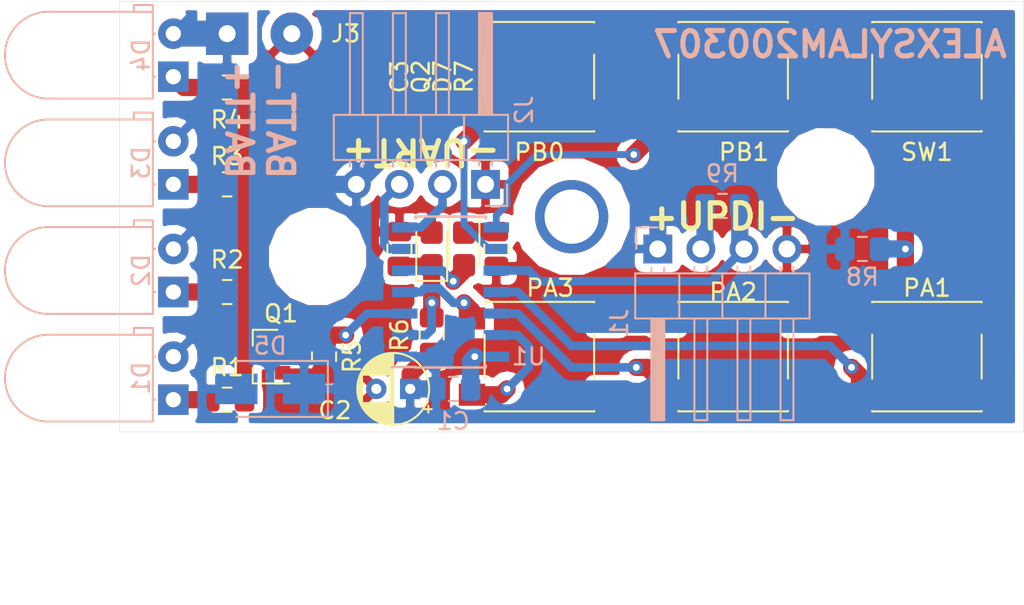
<source format=kicad_pcb>
(kicad_pcb (version 20171130) (host pcbnew 5.0.2-bee76a0~70~ubuntu18.04.1)

  (general
    (thickness 1.6)
    (drawings 9)
    (tracks 119)
    (zones 0)
    (modules 33)
    (nets 24)
  )

  (page A4)
  (layers
    (0 F.Cu signal)
    (31 B.Cu signal)
    (32 B.Adhes user)
    (33 F.Adhes user)
    (34 B.Paste user)
    (35 F.Paste user)
    (36 B.SilkS user)
    (37 F.SilkS user)
    (38 B.Mask user)
    (39 F.Mask user)
    (40 Dwgs.User user)
    (41 Cmts.User user)
    (42 Eco1.User user)
    (43 Eco2.User user)
    (44 Edge.Cuts user)
    (45 Margin user)
    (46 B.CrtYd user hide)
    (47 F.CrtYd user hide)
    (48 B.Fab user hide)
    (49 F.Fab user)
  )

  (setup
    (last_trace_width 1.016)
    (trace_clearance 0.2)
    (zone_clearance 0.508)
    (zone_45_only no)
    (trace_min 0.2)
    (segment_width 0.2)
    (edge_width 0.15)
    (via_size 0.8)
    (via_drill 0.4)
    (via_min_size 0.4)
    (via_min_drill 0.3)
    (uvia_size 0.3)
    (uvia_drill 0.1)
    (uvias_allowed no)
    (uvia_min_size 0.2)
    (uvia_min_drill 0.1)
    (pcb_text_width 0.3)
    (pcb_text_size 1.5 1.5)
    (mod_edge_width 0.15)
    (mod_text_size 1 1)
    (mod_text_width 0.15)
    (pad_size 4.318 4.318)
    (pad_drill 3.2)
    (pad_to_mask_clearance 0.051)
    (solder_mask_min_width 0.25)
    (aux_axis_origin 0 0)
    (visible_elements FFFDF77F)
    (pcbplotparams
      (layerselection 0x010fc_ffffffff)
      (usegerberextensions false)
      (usegerberattributes false)
      (usegerberadvancedattributes false)
      (creategerberjobfile false)
      (excludeedgelayer true)
      (linewidth 0.100000)
      (plotframeref false)
      (viasonmask false)
      (mode 1)
      (useauxorigin false)
      (hpglpennumber 1)
      (hpglpenspeed 20)
      (hpglpendiameter 15.000000)
      (psnegative false)
      (psa4output false)
      (plotreference true)
      (plotvalue true)
      (plotinvisibletext false)
      (padsonsilk false)
      (subtractmaskfromsilk false)
      (outputformat 1)
      (mirror false)
      (drillshape 0)
      (scaleselection 1)
      (outputdirectory ""))
  )

  (net 0 "")
  (net 1 VCC)
  (net 2 GND)
  (net 3 +BATT)
  (net 4 "Net-(D1-Pad1)")
  (net 5 "Net-(D2-Pad1)")
  (net 6 "Net-(D3-Pad1)")
  (net 7 "Net-(D4-Pad1)")
  (net 8 "Net-(Q1-Pad1)")
  (net 9 "Net-(Q1-Pad3)")
  (net 10 "Net-(R5-Pad1)")
  (net 11 "Net-(J1-Pad2)")
  (net 12 "Net-(J1-Pad3)")
  (net 13 "Net-(J2-Pad2)")
  (net 14 "Net-(J2-Pad3)")
  (net 15 "Net-(D7-Pad2)")
  (net 16 "Net-(D7-Pad1)")
  (net 17 "Net-(PA1-Pad2)")
  (net 18 "Net-(PA1-Pad1)")
  (net 19 "Net-(PA2-Pad2)")
  (net 20 "Net-(PA3-Pad2)")
  (net 21 "Net-(PB0-Pad2)")
  (net 22 "Net-(PB1-Pad2)")
  (net 23 "Net-(C3-Pad1)")

  (net_class Default "This is the default net class."
    (clearance 0.2)
    (trace_width 1.016)
    (via_dia 0.8)
    (via_drill 0.4)
    (uvia_dia 0.3)
    (uvia_drill 0.1)
    (add_net +BATT)
    (add_net GND)
    (add_net "Net-(C3-Pad1)")
    (add_net "Net-(D1-Pad1)")
    (add_net "Net-(D2-Pad1)")
    (add_net "Net-(D3-Pad1)")
    (add_net "Net-(D4-Pad1)")
    (add_net "Net-(D7-Pad1)")
    (add_net "Net-(D7-Pad2)")
    (add_net "Net-(J1-Pad2)")
    (add_net "Net-(J1-Pad3)")
    (add_net "Net-(J2-Pad2)")
    (add_net "Net-(J2-Pad3)")
    (add_net "Net-(PA1-Pad1)")
    (add_net "Net-(PA1-Pad2)")
    (add_net "Net-(PA2-Pad2)")
    (add_net "Net-(PA3-Pad2)")
    (add_net "Net-(PB0-Pad2)")
    (add_net "Net-(PB1-Pad2)")
    (add_net "Net-(Q1-Pad1)")
    (add_net "Net-(Q1-Pad3)")
    (add_net "Net-(R5-Pad1)")
    (add_net VCC)
  )

  (module Button_Switch_SMD:SW_SPST_PTS645 (layer F.Cu) (tedit 5DED17A3) (tstamp 5DE4A323)
    (at 136.525 67.945)
    (descr "C&K Components SPST SMD PTS645 Series 6mm Tact Switch")
    (tags "SPST Button Switch")
    (path /5DE470D4)
    (attr smd)
    (fp_text reference PB1 (at 0.635 4.445) (layer F.SilkS)
      (effects (font (size 1 1) (thickness 0.15)))
    )
    (fp_text value SW_SPST (at 0 4.15) (layer F.Fab)
      (effects (font (size 1 1) (thickness 0.15)))
    )
    (fp_text user %R (at 0.635 4.445) (layer F.Fab)
      (effects (font (size 1 1) (thickness 0.15)))
    )
    (fp_line (start -3 -3) (end -3 3) (layer F.Fab) (width 0.1))
    (fp_line (start -3 3) (end 3 3) (layer F.Fab) (width 0.1))
    (fp_line (start 3 3) (end 3 -3) (layer F.Fab) (width 0.1))
    (fp_line (start 3 -3) (end -3 -3) (layer F.Fab) (width 0.1))
    (fp_line (start 5.05 3.4) (end 5.05 -3.4) (layer F.CrtYd) (width 0.05))
    (fp_line (start -5.05 -3.4) (end -5.05 3.4) (layer F.CrtYd) (width 0.05))
    (fp_line (start -5.05 3.4) (end 5.05 3.4) (layer F.CrtYd) (width 0.05))
    (fp_line (start -5.05 -3.4) (end 5.05 -3.4) (layer F.CrtYd) (width 0.05))
    (fp_line (start 3.23 -3.23) (end 3.23 -3.2) (layer F.SilkS) (width 0.12))
    (fp_line (start 3.23 3.23) (end 3.23 3.2) (layer F.SilkS) (width 0.12))
    (fp_line (start -3.23 3.23) (end -3.23 3.2) (layer F.SilkS) (width 0.12))
    (fp_line (start -3.23 -3.2) (end -3.23 -3.23) (layer F.SilkS) (width 0.12))
    (fp_line (start 3.23 -1.3) (end 3.23 1.3) (layer F.SilkS) (width 0.12))
    (fp_line (start -3.23 -3.23) (end 3.23 -3.23) (layer F.SilkS) (width 0.12))
    (fp_line (start -3.23 -1.3) (end -3.23 1.3) (layer F.SilkS) (width 0.12))
    (fp_line (start -3.23 3.23) (end 3.23 3.23) (layer F.SilkS) (width 0.12))
    (fp_circle (center 0 0) (end 1.75 -0.05) (layer F.Fab) (width 0.1))
    (pad 2 smd rect (at -3.98 2.25) (size 1.55 1.3) (layers F.Cu F.Paste F.Mask)
      (net 22 "Net-(PB1-Pad2)"))
    (pad 1 smd rect (at -3.98 -2.25) (size 1.55 1.3) (layers F.Cu F.Paste F.Mask)
      (net 18 "Net-(PA1-Pad1)"))
    (pad 1 smd rect (at 3.98 -2.25) (size 1.55 1.3) (layers F.Cu F.Paste F.Mask)
      (net 18 "Net-(PA1-Pad1)"))
    (pad 2 smd rect (at 3.98 2.25) (size 1.55 1.3) (layers F.Cu F.Paste F.Mask)
      (net 22 "Net-(PB1-Pad2)"))
    (model ${KISYS3DMOD}/Button_Switch_SMD.3dshapes/SW_SPST_PTS645.wrl
      (at (xyz 0 0 0))
      (scale (xyz 1 1 1))
      (rotate (xyz 0 0 0))
    )
  )

  (module Button_Switch_SMD:SW_SPST_PTS645 (layer F.Cu) (tedit 5A02FC95) (tstamp 5DE43F18)
    (at 147.955 67.945)
    (descr "C&K Components SPST SMD PTS645 Series 6mm Tact Switch")
    (tags "SPST Button Switch")
    (path /5DE40FA7)
    (attr smd)
    (fp_text reference SW1 (at 0 4.445) (layer F.SilkS)
      (effects (font (size 1 1) (thickness 0.15)))
    )
    (fp_text value SW_SPST (at 0 4.15) (layer F.Fab)
      (effects (font (size 1 1) (thickness 0.15)))
    )
    (fp_text user %R (at 0 4.445) (layer F.Fab)
      (effects (font (size 1 1) (thickness 0.15)))
    )
    (fp_line (start -3 -3) (end -3 3) (layer F.Fab) (width 0.1))
    (fp_line (start -3 3) (end 3 3) (layer F.Fab) (width 0.1))
    (fp_line (start 3 3) (end 3 -3) (layer F.Fab) (width 0.1))
    (fp_line (start 3 -3) (end -3 -3) (layer F.Fab) (width 0.1))
    (fp_line (start 5.05 3.4) (end 5.05 -3.4) (layer F.CrtYd) (width 0.05))
    (fp_line (start -5.05 -3.4) (end -5.05 3.4) (layer F.CrtYd) (width 0.05))
    (fp_line (start -5.05 3.4) (end 5.05 3.4) (layer F.CrtYd) (width 0.05))
    (fp_line (start -5.05 -3.4) (end 5.05 -3.4) (layer F.CrtYd) (width 0.05))
    (fp_line (start 3.23 -3.23) (end 3.23 -3.2) (layer F.SilkS) (width 0.12))
    (fp_line (start 3.23 3.23) (end 3.23 3.2) (layer F.SilkS) (width 0.12))
    (fp_line (start -3.23 3.23) (end -3.23 3.2) (layer F.SilkS) (width 0.12))
    (fp_line (start -3.23 -3.2) (end -3.23 -3.23) (layer F.SilkS) (width 0.12))
    (fp_line (start 3.23 -1.3) (end 3.23 1.3) (layer F.SilkS) (width 0.12))
    (fp_line (start -3.23 -3.23) (end 3.23 -3.23) (layer F.SilkS) (width 0.12))
    (fp_line (start -3.23 -1.3) (end -3.23 1.3) (layer F.SilkS) (width 0.12))
    (fp_line (start -3.23 3.23) (end 3.23 3.23) (layer F.SilkS) (width 0.12))
    (fp_circle (center 0 0) (end 1.75 -0.05) (layer F.Fab) (width 0.1))
    (pad 2 smd rect (at -3.98 2.25) (size 1.55 1.3) (layers F.Cu F.Paste F.Mask)
      (net 2 GND))
    (pad 1 smd rect (at -3.98 -2.25) (size 1.55 1.3) (layers F.Cu F.Paste F.Mask)
      (net 18 "Net-(PA1-Pad1)"))
    (pad 1 smd rect (at 3.98 -2.25) (size 1.55 1.3) (layers F.Cu F.Paste F.Mask)
      (net 18 "Net-(PA1-Pad1)"))
    (pad 2 smd rect (at 3.98 2.25) (size 1.55 1.3) (layers F.Cu F.Paste F.Mask)
      (net 2 GND))
    (model ${KISYS3DMOD}/Button_Switch_SMD.3dshapes/SW_SPST_PTS645.wrl
      (at (xyz 0 0 0))
      (scale (xyz 1 1 1))
      (rotate (xyz 0 0 0))
    )
  )

  (module Diode_SMD:D_SMA (layer B.Cu) (tedit 586432E5) (tstamp 5DE27033)
    (at 109.22 86.36 180)
    (descr "Diode SMA (DO-214AC)")
    (tags "Diode SMA (DO-214AC)")
    (path /5DE2AA32)
    (attr smd)
    (fp_text reference D5 (at 0 2.54 180) (layer B.SilkS)
      (effects (font (size 1 1) (thickness 0.15)) (justify mirror))
    )
    (fp_text value B120-E3 (at 0 -2.6 180) (layer B.Fab)
      (effects (font (size 1 1) (thickness 0.15)) (justify mirror))
    )
    (fp_text user %R (at 0 2.5 180) (layer B.Fab)
      (effects (font (size 1 1) (thickness 0.15)) (justify mirror))
    )
    (fp_line (start -3.4 1.65) (end -3.4 -1.65) (layer B.SilkS) (width 0.12))
    (fp_line (start 2.3 -1.5) (end -2.3 -1.5) (layer B.Fab) (width 0.1))
    (fp_line (start -2.3 -1.5) (end -2.3 1.5) (layer B.Fab) (width 0.1))
    (fp_line (start 2.3 1.5) (end 2.3 -1.5) (layer B.Fab) (width 0.1))
    (fp_line (start 2.3 1.5) (end -2.3 1.5) (layer B.Fab) (width 0.1))
    (fp_line (start -3.5 1.75) (end 3.5 1.75) (layer B.CrtYd) (width 0.05))
    (fp_line (start 3.5 1.75) (end 3.5 -1.75) (layer B.CrtYd) (width 0.05))
    (fp_line (start 3.5 -1.75) (end -3.5 -1.75) (layer B.CrtYd) (width 0.05))
    (fp_line (start -3.5 -1.75) (end -3.5 1.75) (layer B.CrtYd) (width 0.05))
    (fp_line (start -0.64944 -0.00102) (end -1.55114 -0.00102) (layer B.Fab) (width 0.1))
    (fp_line (start 0.50118 -0.00102) (end 1.4994 -0.00102) (layer B.Fab) (width 0.1))
    (fp_line (start -0.64944 0.79908) (end -0.64944 -0.80112) (layer B.Fab) (width 0.1))
    (fp_line (start 0.50118 -0.75032) (end 0.50118 0.79908) (layer B.Fab) (width 0.1))
    (fp_line (start -0.64944 -0.00102) (end 0.50118 -0.75032) (layer B.Fab) (width 0.1))
    (fp_line (start -0.64944 -0.00102) (end 0.50118 0.79908) (layer B.Fab) (width 0.1))
    (fp_line (start -3.4 -1.65) (end 2 -1.65) (layer B.SilkS) (width 0.12))
    (fp_line (start -3.4 1.65) (end 2 1.65) (layer B.SilkS) (width 0.12))
    (pad 1 smd rect (at -2 0 180) (size 2.5 1.8) (layers B.Cu B.Paste B.Mask)
      (net 1 VCC))
    (pad 2 smd rect (at 2 0 180) (size 2.5 1.8) (layers B.Cu B.Paste B.Mask)
      (net 3 +BATT))
    (model ${KISYS3DMOD}/Diode_SMD.3dshapes/D_SMA.wrl
      (at (xyz 0 0 0))
      (scale (xyz 1 1 1))
      (rotate (xyz 0 0 0))
    )
  )

  (module LED_THT:LED_D5.0mm_Horizontal_O1.27mm_Z3.0mm (layer B.Cu) (tedit 5DE2690B) (tstamp 5DE2462A)
    (at 103.505 67.945 90)
    (descr "LED, diameter 5.0mm z-position of LED center 3.0mm, 2 pins")
    (tags "LED diameter 5.0mm z-position of LED center 3.0mm 2 pins")
    (path /5DE24F02)
    (fp_text reference D4 (at 1.27 -1.905 90) (layer B.SilkS)
      (effects (font (size 1 1) (thickness 0.15)) (justify mirror))
    )
    (fp_text value LED (at 1.27 -10.93 90) (layer B.Fab)
      (effects (font (size 1 1) (thickness 0.15)) (justify mirror))
    )
    (fp_arc (start 1.27 -7.37) (end -1.23 -7.37) (angle 180) (layer B.Fab) (width 0.1))
    (fp_arc (start 1.27 -7.37) (end -1.29 -7.37) (angle 180) (layer B.SilkS) (width 0.12))
    (fp_line (start -1.23 -1.27) (end -1.23 -7.37) (layer B.Fab) (width 0.1))
    (fp_line (start 3.77 -1.27) (end 3.77 -7.37) (layer B.Fab) (width 0.1))
    (fp_line (start -1.23 -1.27) (end 3.77 -1.27) (layer B.Fab) (width 0.1))
    (fp_line (start 4.17 -1.27) (end 4.17 -2.27) (layer B.Fab) (width 0.1))
    (fp_line (start 4.17 -2.27) (end 3.77 -2.27) (layer B.Fab) (width 0.1))
    (fp_line (start 3.77 -2.27) (end 3.77 -1.27) (layer B.Fab) (width 0.1))
    (fp_line (start 3.77 -1.27) (end 4.17 -1.27) (layer B.Fab) (width 0.1))
    (fp_line (start 0 0) (end 0 -1.27) (layer B.Fab) (width 0.1))
    (fp_line (start 0 -1.27) (end 0 -1.27) (layer B.Fab) (width 0.1))
    (fp_line (start 0 -1.27) (end 0 0) (layer B.Fab) (width 0.1))
    (fp_line (start 0 0) (end 0 0) (layer B.Fab) (width 0.1))
    (fp_line (start 2.54 0) (end 2.54 -1.27) (layer B.Fab) (width 0.1))
    (fp_line (start 2.54 -1.27) (end 2.54 -1.27) (layer B.Fab) (width 0.1))
    (fp_line (start 2.54 -1.27) (end 2.54 0) (layer B.Fab) (width 0.1))
    (fp_line (start 2.54 0) (end 2.54 0) (layer B.Fab) (width 0.1))
    (fp_line (start -1.29 -1.21) (end -1.29 -7.37) (layer B.SilkS) (width 0.12))
    (fp_line (start 3.83 -1.21) (end 3.83 -7.37) (layer B.SilkS) (width 0.12))
    (fp_line (start -1.29 -1.21) (end 3.83 -1.21) (layer B.SilkS) (width 0.12))
    (fp_line (start 4.23 -1.21) (end 4.23 -2.33) (layer B.SilkS) (width 0.12))
    (fp_line (start 4.23 -2.33) (end 3.83 -2.33) (layer B.SilkS) (width 0.12))
    (fp_line (start 3.83 -2.33) (end 3.83 -1.21) (layer B.SilkS) (width 0.12))
    (fp_line (start 3.83 -1.21) (end 4.23 -1.21) (layer B.SilkS) (width 0.12))
    (fp_line (start 0 -1.08) (end 0 -1.21) (layer B.SilkS) (width 0.12))
    (fp_line (start 0 -1.21) (end 0 -1.21) (layer B.SilkS) (width 0.12))
    (fp_line (start 0 -1.21) (end 0 -1.08) (layer B.SilkS) (width 0.12))
    (fp_line (start 0 -1.08) (end 0 -1.08) (layer B.SilkS) (width 0.12))
    (fp_line (start 2.54 -1.08) (end 2.54 -1.21) (layer B.SilkS) (width 0.12))
    (fp_line (start 2.54 -1.21) (end 2.54 -1.21) (layer B.SilkS) (width 0.12))
    (fp_line (start 2.54 -1.21) (end 2.54 -1.08) (layer B.SilkS) (width 0.12))
    (fp_line (start 2.54 -1.08) (end 2.54 -1.08) (layer B.SilkS) (width 0.12))
    (fp_line (start -1.95 1.25) (end -1.95 -10.2) (layer B.CrtYd) (width 0.05))
    (fp_line (start -1.95 -10.2) (end 4.5 -10.2) (layer B.CrtYd) (width 0.05))
    (fp_line (start 4.5 -10.2) (end 4.5 1.25) (layer B.CrtYd) (width 0.05))
    (fp_line (start 4.5 1.25) (end -1.95 1.25) (layer B.CrtYd) (width 0.05))
    (pad 1 thru_hole rect (at 0 0 90) (size 1.8 1.8) (drill 0.9) (layers *.Cu *.Mask)
      (net 7 "Net-(D4-Pad1)"))
    (pad 2 thru_hole circle (at 2.54 0 90) (size 1.8 1.8) (drill 0.9) (layers *.Cu *.Mask)
      (net 3 +BATT))
    (model ${KISYS3DMOD}/LED_THT.3dshapes/LED_D5.0mm_Horizontal_O1.27mm_Z3.0mm.wrl
      (at (xyz 0 0 0))
      (scale (xyz 1 1 1))
      (rotate (xyz 0 0 0))
    )
  )

  (module LED_THT:LED_D5.0mm_Horizontal_O1.27mm_Z3.0mm (layer B.Cu) (tedit 5DE268CC) (tstamp 5DE2462A)
    (at 103.505 74.295 90)
    (descr "LED, diameter 5.0mm z-position of LED center 3.0mm, 2 pins")
    (tags "LED diameter 5.0mm z-position of LED center 3.0mm 2 pins")
    (path /5DE24E8A)
    (fp_text reference D3 (at 1.27 -1.905 90) (layer B.SilkS)
      (effects (font (size 1 1) (thickness 0.15)) (justify mirror))
    )
    (fp_text value LED (at 1.27 -10.93 90) (layer B.Fab)
      (effects (font (size 1 1) (thickness 0.15)) (justify mirror))
    )
    (fp_arc (start 1.27 -7.37) (end -1.23 -7.37) (angle 180) (layer B.Fab) (width 0.1))
    (fp_arc (start 1.27 -7.37) (end -1.29 -7.37) (angle 180) (layer B.SilkS) (width 0.12))
    (fp_line (start -1.23 -1.27) (end -1.23 -7.37) (layer B.Fab) (width 0.1))
    (fp_line (start 3.77 -1.27) (end 3.77 -7.37) (layer B.Fab) (width 0.1))
    (fp_line (start -1.23 -1.27) (end 3.77 -1.27) (layer B.Fab) (width 0.1))
    (fp_line (start 4.17 -1.27) (end 4.17 -2.27) (layer B.Fab) (width 0.1))
    (fp_line (start 4.17 -2.27) (end 3.77 -2.27) (layer B.Fab) (width 0.1))
    (fp_line (start 3.77 -2.27) (end 3.77 -1.27) (layer B.Fab) (width 0.1))
    (fp_line (start 3.77 -1.27) (end 4.17 -1.27) (layer B.Fab) (width 0.1))
    (fp_line (start 0 0) (end 0 -1.27) (layer B.Fab) (width 0.1))
    (fp_line (start 0 -1.27) (end 0 -1.27) (layer B.Fab) (width 0.1))
    (fp_line (start 0 -1.27) (end 0 0) (layer B.Fab) (width 0.1))
    (fp_line (start 0 0) (end 0 0) (layer B.Fab) (width 0.1))
    (fp_line (start 2.54 0) (end 2.54 -1.27) (layer B.Fab) (width 0.1))
    (fp_line (start 2.54 -1.27) (end 2.54 -1.27) (layer B.Fab) (width 0.1))
    (fp_line (start 2.54 -1.27) (end 2.54 0) (layer B.Fab) (width 0.1))
    (fp_line (start 2.54 0) (end 2.54 0) (layer B.Fab) (width 0.1))
    (fp_line (start -1.29 -1.21) (end -1.29 -7.37) (layer B.SilkS) (width 0.12))
    (fp_line (start 3.83 -1.21) (end 3.83 -7.37) (layer B.SilkS) (width 0.12))
    (fp_line (start -1.29 -1.21) (end 3.83 -1.21) (layer B.SilkS) (width 0.12))
    (fp_line (start 4.23 -1.21) (end 4.23 -2.33) (layer B.SilkS) (width 0.12))
    (fp_line (start 4.23 -2.33) (end 3.83 -2.33) (layer B.SilkS) (width 0.12))
    (fp_line (start 3.83 -2.33) (end 3.83 -1.21) (layer B.SilkS) (width 0.12))
    (fp_line (start 3.83 -1.21) (end 4.23 -1.21) (layer B.SilkS) (width 0.12))
    (fp_line (start 0 -1.08) (end 0 -1.21) (layer B.SilkS) (width 0.12))
    (fp_line (start 0 -1.21) (end 0 -1.21) (layer B.SilkS) (width 0.12))
    (fp_line (start 0 -1.21) (end 0 -1.08) (layer B.SilkS) (width 0.12))
    (fp_line (start 0 -1.08) (end 0 -1.08) (layer B.SilkS) (width 0.12))
    (fp_line (start 2.54 -1.08) (end 2.54 -1.21) (layer B.SilkS) (width 0.12))
    (fp_line (start 2.54 -1.21) (end 2.54 -1.21) (layer B.SilkS) (width 0.12))
    (fp_line (start 2.54 -1.21) (end 2.54 -1.08) (layer B.SilkS) (width 0.12))
    (fp_line (start 2.54 -1.08) (end 2.54 -1.08) (layer B.SilkS) (width 0.12))
    (fp_line (start -1.95 1.25) (end -1.95 -10.2) (layer B.CrtYd) (width 0.05))
    (fp_line (start -1.95 -10.2) (end 4.5 -10.2) (layer B.CrtYd) (width 0.05))
    (fp_line (start 4.5 -10.2) (end 4.5 1.25) (layer B.CrtYd) (width 0.05))
    (fp_line (start 4.5 1.25) (end -1.95 1.25) (layer B.CrtYd) (width 0.05))
    (pad 1 thru_hole rect (at 0 0 90) (size 1.8 1.8) (drill 0.9) (layers *.Cu *.Mask)
      (net 6 "Net-(D3-Pad1)"))
    (pad 2 thru_hole circle (at 2.54 0 90) (size 1.8 1.8) (drill 0.9) (layers *.Cu *.Mask)
      (net 3 +BATT))
    (model ${KISYS3DMOD}/LED_THT.3dshapes/LED_D5.0mm_Horizontal_O1.27mm_Z3.0mm.wrl
      (at (xyz 0 0 0))
      (scale (xyz 1 1 1))
      (rotate (xyz 0 0 0))
    )
  )

  (module LED_THT:LED_D5.0mm_Horizontal_O1.27mm_Z3.0mm (layer B.Cu) (tedit 5DE268C2) (tstamp 5DE2462A)
    (at 103.505 80.645 90)
    (descr "LED, diameter 5.0mm z-position of LED center 3.0mm, 2 pins")
    (tags "LED diameter 5.0mm z-position of LED center 3.0mm 2 pins")
    (path /5DE24E10)
    (fp_text reference D2 (at 1.27 -1.905 90) (layer B.SilkS)
      (effects (font (size 1 1) (thickness 0.15)) (justify mirror))
    )
    (fp_text value LED (at 1.27 -10.93 90) (layer B.Fab)
      (effects (font (size 1 1) (thickness 0.15)) (justify mirror))
    )
    (fp_arc (start 1.27 -7.37) (end -1.23 -7.37) (angle 180) (layer B.Fab) (width 0.1))
    (fp_arc (start 1.27 -7.37) (end -1.29 -7.37) (angle 180) (layer B.SilkS) (width 0.12))
    (fp_line (start -1.23 -1.27) (end -1.23 -7.37) (layer B.Fab) (width 0.1))
    (fp_line (start 3.77 -1.27) (end 3.77 -7.37) (layer B.Fab) (width 0.1))
    (fp_line (start -1.23 -1.27) (end 3.77 -1.27) (layer B.Fab) (width 0.1))
    (fp_line (start 4.17 -1.27) (end 4.17 -2.27) (layer B.Fab) (width 0.1))
    (fp_line (start 4.17 -2.27) (end 3.77 -2.27) (layer B.Fab) (width 0.1))
    (fp_line (start 3.77 -2.27) (end 3.77 -1.27) (layer B.Fab) (width 0.1))
    (fp_line (start 3.77 -1.27) (end 4.17 -1.27) (layer B.Fab) (width 0.1))
    (fp_line (start 0 0) (end 0 -1.27) (layer B.Fab) (width 0.1))
    (fp_line (start 0 -1.27) (end 0 -1.27) (layer B.Fab) (width 0.1))
    (fp_line (start 0 -1.27) (end 0 0) (layer B.Fab) (width 0.1))
    (fp_line (start 0 0) (end 0 0) (layer B.Fab) (width 0.1))
    (fp_line (start 2.54 0) (end 2.54 -1.27) (layer B.Fab) (width 0.1))
    (fp_line (start 2.54 -1.27) (end 2.54 -1.27) (layer B.Fab) (width 0.1))
    (fp_line (start 2.54 -1.27) (end 2.54 0) (layer B.Fab) (width 0.1))
    (fp_line (start 2.54 0) (end 2.54 0) (layer B.Fab) (width 0.1))
    (fp_line (start -1.29 -1.21) (end -1.29 -7.37) (layer B.SilkS) (width 0.12))
    (fp_line (start 3.83 -1.21) (end 3.83 -7.37) (layer B.SilkS) (width 0.12))
    (fp_line (start -1.29 -1.21) (end 3.83 -1.21) (layer B.SilkS) (width 0.12))
    (fp_line (start 4.23 -1.21) (end 4.23 -2.33) (layer B.SilkS) (width 0.12))
    (fp_line (start 4.23 -2.33) (end 3.83 -2.33) (layer B.SilkS) (width 0.12))
    (fp_line (start 3.83 -2.33) (end 3.83 -1.21) (layer B.SilkS) (width 0.12))
    (fp_line (start 3.83 -1.21) (end 4.23 -1.21) (layer B.SilkS) (width 0.12))
    (fp_line (start 0 -1.08) (end 0 -1.21) (layer B.SilkS) (width 0.12))
    (fp_line (start 0 -1.21) (end 0 -1.21) (layer B.SilkS) (width 0.12))
    (fp_line (start 0 -1.21) (end 0 -1.08) (layer B.SilkS) (width 0.12))
    (fp_line (start 0 -1.08) (end 0 -1.08) (layer B.SilkS) (width 0.12))
    (fp_line (start 2.54 -1.08) (end 2.54 -1.21) (layer B.SilkS) (width 0.12))
    (fp_line (start 2.54 -1.21) (end 2.54 -1.21) (layer B.SilkS) (width 0.12))
    (fp_line (start 2.54 -1.21) (end 2.54 -1.08) (layer B.SilkS) (width 0.12))
    (fp_line (start 2.54 -1.08) (end 2.54 -1.08) (layer B.SilkS) (width 0.12))
    (fp_line (start -1.95 1.25) (end -1.95 -10.2) (layer B.CrtYd) (width 0.05))
    (fp_line (start -1.95 -10.2) (end 4.5 -10.2) (layer B.CrtYd) (width 0.05))
    (fp_line (start 4.5 -10.2) (end 4.5 1.25) (layer B.CrtYd) (width 0.05))
    (fp_line (start 4.5 1.25) (end -1.95 1.25) (layer B.CrtYd) (width 0.05))
    (pad 1 thru_hole rect (at 0 0 90) (size 1.8 1.8) (drill 0.9) (layers *.Cu *.Mask)
      (net 5 "Net-(D2-Pad1)"))
    (pad 2 thru_hole circle (at 2.54 0 90) (size 1.8 1.8) (drill 0.9) (layers *.Cu *.Mask)
      (net 3 +BATT))
    (model ${KISYS3DMOD}/LED_THT.3dshapes/LED_D5.0mm_Horizontal_O1.27mm_Z3.0mm.wrl
      (at (xyz 0 0 0))
      (scale (xyz 1 1 1))
      (rotate (xyz 0 0 0))
    )
  )

  (module MountingHole:MountingHole_3.2mm_M3 (layer F.Cu) (tedit 5E55AD07) (tstamp 5DE23764)
    (at 127 76.2)
    (descr "Mounting Hole 3.2mm, no annular, M3")
    (tags "mounting hole 3.2mm no annular m3")
    (clearance 1.27)
    (attr virtual)
    (fp_text reference REF** (at 0 -4.2) (layer F.SilkS) hide
      (effects (font (size 1 1) (thickness 0.15)))
    )
    (fp_text value MountingHole_3.2mm_M3 (at 0 4.2) (layer F.Fab)
      (effects (font (size 1 1) (thickness 0.15)))
    )
    (fp_circle (center 0 0) (end 3.45 0) (layer F.CrtYd) (width 0.05))
    (fp_circle (center 0 0) (end 3.2 0) (layer Cmts.User) (width 0.15))
    (fp_text user %R (at 0.3 0) (layer F.Fab)
      (effects (font (size 1 1) (thickness 0.15)))
    )
    (pad "" np_thru_hole circle (at 0 0) (size 4.318 4.318) (drill 3.2) (layers *.Cu *.Mask))
  )

  (module MountingHole:MountingHole_3.2mm_M3 (layer F.Cu) (tedit 5DE2975A) (tstamp 5DE23773)
    (at 112.014 78.5495)
    (descr "Mounting Hole 3.2mm, no annular, M3")
    (tags "mounting hole 3.2mm no annular m3")
    (clearance 1.27)
    (attr virtual)
    (fp_text reference REF** (at 0 -4.2) (layer F.SilkS) hide
      (effects (font (size 1 1) (thickness 0.15)))
    )
    (fp_text value MountingHole_3.2mm_M3 (at 0 12.2555) (layer F.Fab)
      (effects (font (size 1 1) (thickness 0.15)))
    )
    (fp_circle (center 0 0) (end 3.45 0) (layer F.CrtYd) (width 0.05))
    (fp_circle (center 0 0) (end 3.2 0) (layer Cmts.User) (width 0.15))
    (fp_text user %R (at 0.3 0) (layer F.Fab)
      (effects (font (size 1 1) (thickness 0.15)))
    )
    (pad 1 np_thru_hole circle (at 0 0) (size 3.2 3.2) (drill 3.2) (layers *.Cu *.Mask))
  )

  (module MountingHole:MountingHole_3.2mm_M3 (layer F.Cu) (tedit 5DE29730) (tstamp 5DE23782)
    (at 141.986 73.8505)
    (descr "Mounting Hole 3.2mm, no annular, M3")
    (tags "mounting hole 3.2mm no annular m3")
    (clearance 1.27)
    (attr virtual)
    (fp_text reference REF** (at 0 -4.2) (layer F.SilkS) hide
      (effects (font (size 1 1) (thickness 0.15)))
    )
    (fp_text value MountingHole_3.2mm_M3 (at 0 4.2) (layer F.Fab)
      (effects (font (size 1 1) (thickness 0.15)))
    )
    (fp_circle (center 0 0) (end 3.45 0) (layer F.CrtYd) (width 0.05))
    (fp_circle (center 0 0) (end 3.2 0) (layer Cmts.User) (width 0.15))
    (fp_text user %R (at 0.3 0) (layer F.Fab)
      (effects (font (size 1 1) (thickness 0.15)))
    )
    (pad 1 np_thru_hole circle (at 0 0) (size 3.2 3.2) (drill 3.2) (layers *.Cu *.Mask))
  )

  (module LED_THT:LED_D5.0mm_Horizontal_O1.27mm_Z3.0mm (layer B.Cu) (tedit 5DE268B7) (tstamp 5DE244F6)
    (at 103.505 86.995 90)
    (descr "LED, diameter 5.0mm z-position of LED center 3.0mm, 2 pins")
    (tags "LED diameter 5.0mm z-position of LED center 3.0mm 2 pins")
    (path /5DE24B86)
    (fp_text reference D1 (at 1.27 -1.905 90) (layer B.SilkS)
      (effects (font (size 1 1) (thickness 0.15)) (justify mirror))
    )
    (fp_text value LED (at 1.27 -10.93 90) (layer B.Fab)
      (effects (font (size 1 1) (thickness 0.15)) (justify mirror))
    )
    (fp_line (start 4.5 1.25) (end -1.95 1.25) (layer B.CrtYd) (width 0.05))
    (fp_line (start 4.5 -10.2) (end 4.5 1.25) (layer B.CrtYd) (width 0.05))
    (fp_line (start -1.95 -10.2) (end 4.5 -10.2) (layer B.CrtYd) (width 0.05))
    (fp_line (start -1.95 1.25) (end -1.95 -10.2) (layer B.CrtYd) (width 0.05))
    (fp_line (start 2.54 -1.08) (end 2.54 -1.08) (layer B.SilkS) (width 0.12))
    (fp_line (start 2.54 -1.21) (end 2.54 -1.08) (layer B.SilkS) (width 0.12))
    (fp_line (start 2.54 -1.21) (end 2.54 -1.21) (layer B.SilkS) (width 0.12))
    (fp_line (start 2.54 -1.08) (end 2.54 -1.21) (layer B.SilkS) (width 0.12))
    (fp_line (start 0 -1.08) (end 0 -1.08) (layer B.SilkS) (width 0.12))
    (fp_line (start 0 -1.21) (end 0 -1.08) (layer B.SilkS) (width 0.12))
    (fp_line (start 0 -1.21) (end 0 -1.21) (layer B.SilkS) (width 0.12))
    (fp_line (start 0 -1.08) (end 0 -1.21) (layer B.SilkS) (width 0.12))
    (fp_line (start 3.83 -1.21) (end 4.23 -1.21) (layer B.SilkS) (width 0.12))
    (fp_line (start 3.83 -2.33) (end 3.83 -1.21) (layer B.SilkS) (width 0.12))
    (fp_line (start 4.23 -2.33) (end 3.83 -2.33) (layer B.SilkS) (width 0.12))
    (fp_line (start 4.23 -1.21) (end 4.23 -2.33) (layer B.SilkS) (width 0.12))
    (fp_line (start -1.29 -1.21) (end 3.83 -1.21) (layer B.SilkS) (width 0.12))
    (fp_line (start 3.83 -1.21) (end 3.83 -7.37) (layer B.SilkS) (width 0.12))
    (fp_line (start -1.29 -1.21) (end -1.29 -7.37) (layer B.SilkS) (width 0.12))
    (fp_line (start 2.54 0) (end 2.54 0) (layer B.Fab) (width 0.1))
    (fp_line (start 2.54 -1.27) (end 2.54 0) (layer B.Fab) (width 0.1))
    (fp_line (start 2.54 -1.27) (end 2.54 -1.27) (layer B.Fab) (width 0.1))
    (fp_line (start 2.54 0) (end 2.54 -1.27) (layer B.Fab) (width 0.1))
    (fp_line (start 0 0) (end 0 0) (layer B.Fab) (width 0.1))
    (fp_line (start 0 -1.27) (end 0 0) (layer B.Fab) (width 0.1))
    (fp_line (start 0 -1.27) (end 0 -1.27) (layer B.Fab) (width 0.1))
    (fp_line (start 0 0) (end 0 -1.27) (layer B.Fab) (width 0.1))
    (fp_line (start 3.77 -1.27) (end 4.17 -1.27) (layer B.Fab) (width 0.1))
    (fp_line (start 3.77 -2.27) (end 3.77 -1.27) (layer B.Fab) (width 0.1))
    (fp_line (start 4.17 -2.27) (end 3.77 -2.27) (layer B.Fab) (width 0.1))
    (fp_line (start 4.17 -1.27) (end 4.17 -2.27) (layer B.Fab) (width 0.1))
    (fp_line (start -1.23 -1.27) (end 3.77 -1.27) (layer B.Fab) (width 0.1))
    (fp_line (start 3.77 -1.27) (end 3.77 -7.37) (layer B.Fab) (width 0.1))
    (fp_line (start -1.23 -1.27) (end -1.23 -7.37) (layer B.Fab) (width 0.1))
    (fp_arc (start 1.27 -7.37) (end -1.29 -7.37) (angle 180) (layer B.SilkS) (width 0.12))
    (fp_arc (start 1.27 -7.37) (end -1.23 -7.37) (angle 180) (layer B.Fab) (width 0.1))
    (pad 2 thru_hole circle (at 2.54 0 90) (size 1.8 1.8) (drill 0.9) (layers *.Cu *.Mask)
      (net 3 +BATT))
    (pad 1 thru_hole rect (at 0 0 90) (size 1.8 1.8) (drill 0.9) (layers *.Cu *.Mask)
      (net 4 "Net-(D1-Pad1)"))
    (model ${KISYS3DMOD}/LED_THT.3dshapes/LED_D5.0mm_Horizontal_O1.27mm_Z3.0mm.wrl
      (at (xyz 0 0 0))
      (scale (xyz 1 1 1))
      (rotate (xyz 0 0 0))
    )
  )

  (module Package_SO:SOIC-14_3.9x8.7mm_P1.27mm (layer B.Cu) (tedit 5DE247C7) (tstamp 5DE2498F)
    (at 119.855 80.645)
    (descr "14-Lead Plastic Small Outline (SL) - Narrow, 3.90 mm Body [SOIC] (see Microchip Packaging Specification 00000049BS.pdf)")
    (tags "SOIC 1.27")
    (path /5DE24781)
    (attr smd)
    (fp_text reference U1 (at 4.605 3.81) (layer B.SilkS)
      (effects (font (size 1 1) (thickness 0.15)) (justify mirror))
    )
    (fp_text value ATtiny814-SS (at 0 -5.375) (layer B.Fab)
      (effects (font (size 1 1) (thickness 0.15)) (justify mirror))
    )
    (fp_text user %R (at 0 0) (layer B.Fab)
      (effects (font (size 0.9 0.9) (thickness 0.135)) (justify mirror))
    )
    (fp_line (start -0.95 4.35) (end 1.95 4.35) (layer B.Fab) (width 0.15))
    (fp_line (start 1.95 4.35) (end 1.95 -4.35) (layer B.Fab) (width 0.15))
    (fp_line (start 1.95 -4.35) (end -1.95 -4.35) (layer B.Fab) (width 0.15))
    (fp_line (start -1.95 -4.35) (end -1.95 3.35) (layer B.Fab) (width 0.15))
    (fp_line (start -1.95 3.35) (end -0.95 4.35) (layer B.Fab) (width 0.15))
    (fp_line (start -3.7 4.65) (end -3.7 -4.65) (layer B.CrtYd) (width 0.05))
    (fp_line (start 3.7 4.65) (end 3.7 -4.65) (layer B.CrtYd) (width 0.05))
    (fp_line (start -3.7 4.65) (end 3.7 4.65) (layer B.CrtYd) (width 0.05))
    (fp_line (start -3.7 -4.65) (end 3.7 -4.65) (layer B.CrtYd) (width 0.05))
    (fp_line (start -2.075 4.45) (end -2.075 4.425) (layer B.SilkS) (width 0.15))
    (fp_line (start 2.075 4.45) (end 2.075 4.335) (layer B.SilkS) (width 0.15))
    (fp_line (start 2.075 -4.45) (end 2.075 -4.335) (layer B.SilkS) (width 0.15))
    (fp_line (start -2.075 -4.45) (end -2.075 -4.335) (layer B.SilkS) (width 0.15))
    (fp_line (start -2.075 4.45) (end 2.075 4.45) (layer B.SilkS) (width 0.15))
    (fp_line (start -2.075 -4.45) (end 2.075 -4.45) (layer B.SilkS) (width 0.15))
    (fp_line (start -2.075 4.425) (end -3.45 4.425) (layer B.SilkS) (width 0.15))
    (pad 1 smd rect (at -2.7 3.81) (size 1.5 0.6) (layers B.Cu B.Paste B.Mask)
      (net 1 VCC))
    (pad 2 smd rect (at -2.7 2.54) (size 1.5 0.6) (layers B.Cu B.Paste B.Mask)
      (net 23 "Net-(C3-Pad1)"))
    (pad 3 smd rect (at -2.7 1.27) (size 1.5 0.6) (layers B.Cu B.Paste B.Mask)
      (net 10 "Net-(R5-Pad1)"))
    (pad 4 smd rect (at -2.7 0) (size 1.5 0.6) (layers B.Cu B.Paste B.Mask)
      (net 18 "Net-(PA1-Pad1)"))
    (pad 5 smd rect (at -2.7 -1.27) (size 1.5 0.6) (layers B.Cu B.Paste B.Mask)
      (net 15 "Net-(D7-Pad2)"))
    (pad 6 smd rect (at -2.7 -2.54) (size 1.5 0.6) (layers B.Cu B.Paste B.Mask)
      (net 14 "Net-(J2-Pad3)"))
    (pad 7 smd rect (at -2.7 -3.81) (size 1.5 0.6) (layers B.Cu B.Paste B.Mask)
      (net 13 "Net-(J2-Pad2)"))
    (pad 8 smd rect (at 2.7 -3.81) (size 1.5 0.6) (layers B.Cu B.Paste B.Mask)
      (net 22 "Net-(PB1-Pad2)"))
    (pad 9 smd rect (at 2.7 -2.54) (size 1.5 0.6) (layers B.Cu B.Paste B.Mask)
      (net 21 "Net-(PB0-Pad2)"))
    (pad 10 smd rect (at 2.7 -1.27) (size 1.5 0.6) (layers B.Cu B.Paste B.Mask)
      (net 12 "Net-(J1-Pad3)"))
    (pad 11 smd rect (at 2.7 0) (size 1.5 0.6) (layers B.Cu B.Paste B.Mask)
      (net 17 "Net-(PA1-Pad2)"))
    (pad 12 smd rect (at 2.7 1.27) (size 1.5 0.6) (layers B.Cu B.Paste B.Mask)
      (net 19 "Net-(PA2-Pad2)"))
    (pad 13 smd rect (at 2.7 2.54) (size 1.5 0.6) (layers B.Cu B.Paste B.Mask)
      (net 20 "Net-(PA3-Pad2)"))
    (pad 14 smd rect (at 2.7 3.81) (size 1.5 0.6) (layers B.Cu B.Paste B.Mask)
      (net 2 GND))
    (model ${KISYS3DMOD}/Package_SO.3dshapes/SOIC-14_3.9x8.7mm_P1.27mm.wrl
      (at (xyz 0 0 0))
      (scale (xyz 1 1 1))
      (rotate (xyz 0 0 0))
    )
  )

  (module Capacitor_SMD:C_0805_2012Metric_Pad1.15x1.40mm_HandSolder (layer B.Cu) (tedit 5B36C52B) (tstamp 5DE2ADC1)
    (at 120.015 86.36)
    (descr "Capacitor SMD 0805 (2012 Metric), square (rectangular) end terminal, IPC_7351 nominal with elongated pad for handsoldering. (Body size source: https://docs.google.com/spreadsheets/d/1BsfQQcO9C6DZCsRaXUlFlo91Tg2WpOkGARC1WS5S8t0/edit?usp=sharing), generated with kicad-footprint-generator")
    (tags "capacitor handsolder")
    (path /5DE2489C)
    (attr smd)
    (fp_text reference C1 (at 0 1.905) (layer B.SilkS)
      (effects (font (size 1 1) (thickness 0.15)) (justify mirror))
    )
    (fp_text value 0u1 (at 0 -1.65) (layer B.Fab)
      (effects (font (size 1 1) (thickness 0.15)) (justify mirror))
    )
    (fp_line (start -1 -0.6) (end -1 0.6) (layer B.Fab) (width 0.1))
    (fp_line (start -1 0.6) (end 1 0.6) (layer B.Fab) (width 0.1))
    (fp_line (start 1 0.6) (end 1 -0.6) (layer B.Fab) (width 0.1))
    (fp_line (start 1 -0.6) (end -1 -0.6) (layer B.Fab) (width 0.1))
    (fp_line (start -0.261252 0.71) (end 0.261252 0.71) (layer B.SilkS) (width 0.12))
    (fp_line (start -0.261252 -0.71) (end 0.261252 -0.71) (layer B.SilkS) (width 0.12))
    (fp_line (start -1.85 -0.95) (end -1.85 0.95) (layer B.CrtYd) (width 0.05))
    (fp_line (start -1.85 0.95) (end 1.85 0.95) (layer B.CrtYd) (width 0.05))
    (fp_line (start 1.85 0.95) (end 1.85 -0.95) (layer B.CrtYd) (width 0.05))
    (fp_line (start 1.85 -0.95) (end -1.85 -0.95) (layer B.CrtYd) (width 0.05))
    (fp_text user %R (at 0 0) (layer B.Fab)
      (effects (font (size 0.5 0.5) (thickness 0.08)) (justify mirror))
    )
    (pad 1 smd roundrect (at -1.025 0) (size 1.15 1.4) (layers B.Cu B.Paste B.Mask) (roundrect_rratio 0.217391)
      (net 1 VCC))
    (pad 2 smd roundrect (at 1.025 0) (size 1.15 1.4) (layers B.Cu B.Paste B.Mask) (roundrect_rratio 0.217391)
      (net 2 GND))
    (model ${KISYS3DMOD}/Capacitor_SMD.3dshapes/C_0805_2012Metric.wrl
      (at (xyz 0 0 0))
      (scale (xyz 1 1 1))
      (rotate (xyz 0 0 0))
    )
  )

  (module Capacitor_THT:CP_Radial_D4.0mm_P2.00mm (layer F.Cu) (tedit 5AE50EF0) (tstamp 5DE2AE2D)
    (at 117.475 86.36 180)
    (descr "CP, Radial series, Radial, pin pitch=2.00mm, , diameter=4mm, Electrolytic Capacitor")
    (tags "CP Radial series Radial pin pitch 2.00mm  diameter 4mm Electrolytic Capacitor")
    (path /5DE24973)
    (fp_text reference C2 (at 4.445 -1.27 180) (layer F.SilkS)
      (effects (font (size 1 1) (thickness 0.15)))
    )
    (fp_text value 47u (at 1 3.25 180) (layer F.Fab)
      (effects (font (size 1 1) (thickness 0.15)))
    )
    (fp_circle (center 1 0) (end 3 0) (layer F.Fab) (width 0.1))
    (fp_circle (center 1 0) (end 3.12 0) (layer F.SilkS) (width 0.12))
    (fp_circle (center 1 0) (end 3.25 0) (layer F.CrtYd) (width 0.05))
    (fp_line (start -0.702554 -0.8675) (end -0.302554 -0.8675) (layer F.Fab) (width 0.1))
    (fp_line (start -0.502554 -1.0675) (end -0.502554 -0.6675) (layer F.Fab) (width 0.1))
    (fp_line (start 1 -2.08) (end 1 2.08) (layer F.SilkS) (width 0.12))
    (fp_line (start 1.04 -2.08) (end 1.04 2.08) (layer F.SilkS) (width 0.12))
    (fp_line (start 1.08 -2.079) (end 1.08 2.079) (layer F.SilkS) (width 0.12))
    (fp_line (start 1.12 -2.077) (end 1.12 2.077) (layer F.SilkS) (width 0.12))
    (fp_line (start 1.16 -2.074) (end 1.16 2.074) (layer F.SilkS) (width 0.12))
    (fp_line (start 1.2 -2.071) (end 1.2 -0.84) (layer F.SilkS) (width 0.12))
    (fp_line (start 1.2 0.84) (end 1.2 2.071) (layer F.SilkS) (width 0.12))
    (fp_line (start 1.24 -2.067) (end 1.24 -0.84) (layer F.SilkS) (width 0.12))
    (fp_line (start 1.24 0.84) (end 1.24 2.067) (layer F.SilkS) (width 0.12))
    (fp_line (start 1.28 -2.062) (end 1.28 -0.84) (layer F.SilkS) (width 0.12))
    (fp_line (start 1.28 0.84) (end 1.28 2.062) (layer F.SilkS) (width 0.12))
    (fp_line (start 1.32 -2.056) (end 1.32 -0.84) (layer F.SilkS) (width 0.12))
    (fp_line (start 1.32 0.84) (end 1.32 2.056) (layer F.SilkS) (width 0.12))
    (fp_line (start 1.36 -2.05) (end 1.36 -0.84) (layer F.SilkS) (width 0.12))
    (fp_line (start 1.36 0.84) (end 1.36 2.05) (layer F.SilkS) (width 0.12))
    (fp_line (start 1.4 -2.042) (end 1.4 -0.84) (layer F.SilkS) (width 0.12))
    (fp_line (start 1.4 0.84) (end 1.4 2.042) (layer F.SilkS) (width 0.12))
    (fp_line (start 1.44 -2.034) (end 1.44 -0.84) (layer F.SilkS) (width 0.12))
    (fp_line (start 1.44 0.84) (end 1.44 2.034) (layer F.SilkS) (width 0.12))
    (fp_line (start 1.48 -2.025) (end 1.48 -0.84) (layer F.SilkS) (width 0.12))
    (fp_line (start 1.48 0.84) (end 1.48 2.025) (layer F.SilkS) (width 0.12))
    (fp_line (start 1.52 -2.016) (end 1.52 -0.84) (layer F.SilkS) (width 0.12))
    (fp_line (start 1.52 0.84) (end 1.52 2.016) (layer F.SilkS) (width 0.12))
    (fp_line (start 1.56 -2.005) (end 1.56 -0.84) (layer F.SilkS) (width 0.12))
    (fp_line (start 1.56 0.84) (end 1.56 2.005) (layer F.SilkS) (width 0.12))
    (fp_line (start 1.6 -1.994) (end 1.6 -0.84) (layer F.SilkS) (width 0.12))
    (fp_line (start 1.6 0.84) (end 1.6 1.994) (layer F.SilkS) (width 0.12))
    (fp_line (start 1.64 -1.982) (end 1.64 -0.84) (layer F.SilkS) (width 0.12))
    (fp_line (start 1.64 0.84) (end 1.64 1.982) (layer F.SilkS) (width 0.12))
    (fp_line (start 1.68 -1.968) (end 1.68 -0.84) (layer F.SilkS) (width 0.12))
    (fp_line (start 1.68 0.84) (end 1.68 1.968) (layer F.SilkS) (width 0.12))
    (fp_line (start 1.721 -1.954) (end 1.721 -0.84) (layer F.SilkS) (width 0.12))
    (fp_line (start 1.721 0.84) (end 1.721 1.954) (layer F.SilkS) (width 0.12))
    (fp_line (start 1.761 -1.94) (end 1.761 -0.84) (layer F.SilkS) (width 0.12))
    (fp_line (start 1.761 0.84) (end 1.761 1.94) (layer F.SilkS) (width 0.12))
    (fp_line (start 1.801 -1.924) (end 1.801 -0.84) (layer F.SilkS) (width 0.12))
    (fp_line (start 1.801 0.84) (end 1.801 1.924) (layer F.SilkS) (width 0.12))
    (fp_line (start 1.841 -1.907) (end 1.841 -0.84) (layer F.SilkS) (width 0.12))
    (fp_line (start 1.841 0.84) (end 1.841 1.907) (layer F.SilkS) (width 0.12))
    (fp_line (start 1.881 -1.889) (end 1.881 -0.84) (layer F.SilkS) (width 0.12))
    (fp_line (start 1.881 0.84) (end 1.881 1.889) (layer F.SilkS) (width 0.12))
    (fp_line (start 1.921 -1.87) (end 1.921 -0.84) (layer F.SilkS) (width 0.12))
    (fp_line (start 1.921 0.84) (end 1.921 1.87) (layer F.SilkS) (width 0.12))
    (fp_line (start 1.961 -1.851) (end 1.961 -0.84) (layer F.SilkS) (width 0.12))
    (fp_line (start 1.961 0.84) (end 1.961 1.851) (layer F.SilkS) (width 0.12))
    (fp_line (start 2.001 -1.83) (end 2.001 -0.84) (layer F.SilkS) (width 0.12))
    (fp_line (start 2.001 0.84) (end 2.001 1.83) (layer F.SilkS) (width 0.12))
    (fp_line (start 2.041 -1.808) (end 2.041 -0.84) (layer F.SilkS) (width 0.12))
    (fp_line (start 2.041 0.84) (end 2.041 1.808) (layer F.SilkS) (width 0.12))
    (fp_line (start 2.081 -1.785) (end 2.081 -0.84) (layer F.SilkS) (width 0.12))
    (fp_line (start 2.081 0.84) (end 2.081 1.785) (layer F.SilkS) (width 0.12))
    (fp_line (start 2.121 -1.76) (end 2.121 -0.84) (layer F.SilkS) (width 0.12))
    (fp_line (start 2.121 0.84) (end 2.121 1.76) (layer F.SilkS) (width 0.12))
    (fp_line (start 2.161 -1.735) (end 2.161 -0.84) (layer F.SilkS) (width 0.12))
    (fp_line (start 2.161 0.84) (end 2.161 1.735) (layer F.SilkS) (width 0.12))
    (fp_line (start 2.201 -1.708) (end 2.201 -0.84) (layer F.SilkS) (width 0.12))
    (fp_line (start 2.201 0.84) (end 2.201 1.708) (layer F.SilkS) (width 0.12))
    (fp_line (start 2.241 -1.68) (end 2.241 -0.84) (layer F.SilkS) (width 0.12))
    (fp_line (start 2.241 0.84) (end 2.241 1.68) (layer F.SilkS) (width 0.12))
    (fp_line (start 2.281 -1.65) (end 2.281 -0.84) (layer F.SilkS) (width 0.12))
    (fp_line (start 2.281 0.84) (end 2.281 1.65) (layer F.SilkS) (width 0.12))
    (fp_line (start 2.321 -1.619) (end 2.321 -0.84) (layer F.SilkS) (width 0.12))
    (fp_line (start 2.321 0.84) (end 2.321 1.619) (layer F.SilkS) (width 0.12))
    (fp_line (start 2.361 -1.587) (end 2.361 -0.84) (layer F.SilkS) (width 0.12))
    (fp_line (start 2.361 0.84) (end 2.361 1.587) (layer F.SilkS) (width 0.12))
    (fp_line (start 2.401 -1.552) (end 2.401 -0.84) (layer F.SilkS) (width 0.12))
    (fp_line (start 2.401 0.84) (end 2.401 1.552) (layer F.SilkS) (width 0.12))
    (fp_line (start 2.441 -1.516) (end 2.441 -0.84) (layer F.SilkS) (width 0.12))
    (fp_line (start 2.441 0.84) (end 2.441 1.516) (layer F.SilkS) (width 0.12))
    (fp_line (start 2.481 -1.478) (end 2.481 -0.84) (layer F.SilkS) (width 0.12))
    (fp_line (start 2.481 0.84) (end 2.481 1.478) (layer F.SilkS) (width 0.12))
    (fp_line (start 2.521 -1.438) (end 2.521 -0.84) (layer F.SilkS) (width 0.12))
    (fp_line (start 2.521 0.84) (end 2.521 1.438) (layer F.SilkS) (width 0.12))
    (fp_line (start 2.561 -1.396) (end 2.561 -0.84) (layer F.SilkS) (width 0.12))
    (fp_line (start 2.561 0.84) (end 2.561 1.396) (layer F.SilkS) (width 0.12))
    (fp_line (start 2.601 -1.351) (end 2.601 -0.84) (layer F.SilkS) (width 0.12))
    (fp_line (start 2.601 0.84) (end 2.601 1.351) (layer F.SilkS) (width 0.12))
    (fp_line (start 2.641 -1.304) (end 2.641 -0.84) (layer F.SilkS) (width 0.12))
    (fp_line (start 2.641 0.84) (end 2.641 1.304) (layer F.SilkS) (width 0.12))
    (fp_line (start 2.681 -1.254) (end 2.681 -0.84) (layer F.SilkS) (width 0.12))
    (fp_line (start 2.681 0.84) (end 2.681 1.254) (layer F.SilkS) (width 0.12))
    (fp_line (start 2.721 -1.2) (end 2.721 -0.84) (layer F.SilkS) (width 0.12))
    (fp_line (start 2.721 0.84) (end 2.721 1.2) (layer F.SilkS) (width 0.12))
    (fp_line (start 2.761 -1.142) (end 2.761 -0.84) (layer F.SilkS) (width 0.12))
    (fp_line (start 2.761 0.84) (end 2.761 1.142) (layer F.SilkS) (width 0.12))
    (fp_line (start 2.801 -1.08) (end 2.801 -0.84) (layer F.SilkS) (width 0.12))
    (fp_line (start 2.801 0.84) (end 2.801 1.08) (layer F.SilkS) (width 0.12))
    (fp_line (start 2.841 -1.013) (end 2.841 1.013) (layer F.SilkS) (width 0.12))
    (fp_line (start 2.881 -0.94) (end 2.881 0.94) (layer F.SilkS) (width 0.12))
    (fp_line (start 2.921 -0.859) (end 2.921 0.859) (layer F.SilkS) (width 0.12))
    (fp_line (start 2.961 -0.768) (end 2.961 0.768) (layer F.SilkS) (width 0.12))
    (fp_line (start 3.001 -0.664) (end 3.001 0.664) (layer F.SilkS) (width 0.12))
    (fp_line (start 3.041 -0.537) (end 3.041 0.537) (layer F.SilkS) (width 0.12))
    (fp_line (start 3.081 -0.37) (end 3.081 0.37) (layer F.SilkS) (width 0.12))
    (fp_line (start -1.269801 -1.195) (end -0.869801 -1.195) (layer F.SilkS) (width 0.12))
    (fp_line (start -1.069801 -1.395) (end -1.069801 -0.995) (layer F.SilkS) (width 0.12))
    (fp_text user %R (at 1 0 180) (layer F.Fab)
      (effects (font (size 0.8 0.8) (thickness 0.12)))
    )
    (pad 1 thru_hole rect (at 0 0 180) (size 1.2 1.2) (drill 0.6) (layers *.Cu *.Mask)
      (net 1 VCC))
    (pad 2 thru_hole circle (at 2 0 180) (size 1.2 1.2) (drill 0.6) (layers *.Cu *.Mask)
      (net 2 GND))
    (model ${KISYS3DMOD}/Capacitor_THT.3dshapes/CP_Radial_D4.0mm_P2.00mm.wrl
      (at (xyz 0 0 0))
      (scale (xyz 1 1 1))
      (rotate (xyz 0 0 0))
    )
  )

  (module Package_TO_SOT_SMD:SOT-23 (layer F.Cu) (tedit 5A02FF57) (tstamp 5DE27048)
    (at 108.95 84.455 180)
    (descr "SOT-23, Standard")
    (tags SOT-23)
    (path /5DE27AB2)
    (attr smd)
    (fp_text reference Q1 (at -0.905 2.54 180) (layer F.SilkS)
      (effects (font (size 1 1) (thickness 0.15)))
    )
    (fp_text value BC817 (at -1.54 2.54 180) (layer F.Fab)
      (effects (font (size 1 1) (thickness 0.15)))
    )
    (fp_text user %R (at 0 0 270) (layer F.Fab)
      (effects (font (size 0.5 0.5) (thickness 0.075)))
    )
    (fp_line (start -0.7 -0.95) (end -0.7 1.5) (layer F.Fab) (width 0.1))
    (fp_line (start -0.15 -1.52) (end 0.7 -1.52) (layer F.Fab) (width 0.1))
    (fp_line (start -0.7 -0.95) (end -0.15 -1.52) (layer F.Fab) (width 0.1))
    (fp_line (start 0.7 -1.52) (end 0.7 1.52) (layer F.Fab) (width 0.1))
    (fp_line (start -0.7 1.52) (end 0.7 1.52) (layer F.Fab) (width 0.1))
    (fp_line (start 0.76 1.58) (end 0.76 0.65) (layer F.SilkS) (width 0.12))
    (fp_line (start 0.76 -1.58) (end 0.76 -0.65) (layer F.SilkS) (width 0.12))
    (fp_line (start -1.7 -1.75) (end 1.7 -1.75) (layer F.CrtYd) (width 0.05))
    (fp_line (start 1.7 -1.75) (end 1.7 1.75) (layer F.CrtYd) (width 0.05))
    (fp_line (start 1.7 1.75) (end -1.7 1.75) (layer F.CrtYd) (width 0.05))
    (fp_line (start -1.7 1.75) (end -1.7 -1.75) (layer F.CrtYd) (width 0.05))
    (fp_line (start 0.76 -1.58) (end -1.4 -1.58) (layer F.SilkS) (width 0.12))
    (fp_line (start 0.76 1.58) (end -0.7 1.58) (layer F.SilkS) (width 0.12))
    (pad 1 smd rect (at -1 -0.95 180) (size 0.9 0.8) (layers F.Cu F.Paste F.Mask)
      (net 8 "Net-(Q1-Pad1)"))
    (pad 2 smd rect (at -1 0.95 180) (size 0.9 0.8) (layers F.Cu F.Paste F.Mask)
      (net 2 GND))
    (pad 3 smd rect (at 1 0 180) (size 0.9 0.8) (layers F.Cu F.Paste F.Mask)
      (net 9 "Net-(Q1-Pad3)"))
    (model ${KISYS3DMOD}/Package_TO_SOT_SMD.3dshapes/SOT-23.wrl
      (at (xyz 0 0 0))
      (scale (xyz 1 1 1))
      (rotate (xyz 0 0 0))
    )
  )

  (module Resistor_SMD:R_0805_2012Metric_Pad1.15x1.40mm_HandSolder (layer F.Cu) (tedit 5B36C52B) (tstamp 5DE27059)
    (at 106.68 86.995)
    (descr "Resistor SMD 0805 (2012 Metric), square (rectangular) end terminal, IPC_7351 nominal with elongated pad for handsoldering. (Body size source: https://docs.google.com/spreadsheets/d/1BsfQQcO9C6DZCsRaXUlFlo91Tg2WpOkGARC1WS5S8t0/edit?usp=sharing), generated with kicad-footprint-generator")
    (tags "resistor handsolder")
    (path /5DE26927)
    (attr smd)
    (fp_text reference R1 (at 0 -1.905) (layer F.SilkS)
      (effects (font (size 1 1) (thickness 0.15)))
    )
    (fp_text value 18 (at 0 1.65) (layer F.Fab)
      (effects (font (size 1 1) (thickness 0.15)))
    )
    (fp_line (start -1 0.6) (end -1 -0.6) (layer F.Fab) (width 0.1))
    (fp_line (start -1 -0.6) (end 1 -0.6) (layer F.Fab) (width 0.1))
    (fp_line (start 1 -0.6) (end 1 0.6) (layer F.Fab) (width 0.1))
    (fp_line (start 1 0.6) (end -1 0.6) (layer F.Fab) (width 0.1))
    (fp_line (start -0.261252 -0.71) (end 0.261252 -0.71) (layer F.SilkS) (width 0.12))
    (fp_line (start -0.261252 0.71) (end 0.261252 0.71) (layer F.SilkS) (width 0.12))
    (fp_line (start -1.85 0.95) (end -1.85 -0.95) (layer F.CrtYd) (width 0.05))
    (fp_line (start -1.85 -0.95) (end 1.85 -0.95) (layer F.CrtYd) (width 0.05))
    (fp_line (start 1.85 -0.95) (end 1.85 0.95) (layer F.CrtYd) (width 0.05))
    (fp_line (start 1.85 0.95) (end -1.85 0.95) (layer F.CrtYd) (width 0.05))
    (fp_text user %R (at 0 0) (layer F.Fab)
      (effects (font (size 0.5 0.5) (thickness 0.08)))
    )
    (pad 1 smd roundrect (at -1.025 0) (size 1.15 1.4) (layers F.Cu F.Paste F.Mask) (roundrect_rratio 0.217391)
      (net 4 "Net-(D1-Pad1)"))
    (pad 2 smd roundrect (at 1.025 0) (size 1.15 1.4) (layers F.Cu F.Paste F.Mask) (roundrect_rratio 0.217391)
      (net 9 "Net-(Q1-Pad3)"))
    (model ${KISYS3DMOD}/Resistor_SMD.3dshapes/R_0805_2012Metric.wrl
      (at (xyz 0 0 0))
      (scale (xyz 1 1 1))
      (rotate (xyz 0 0 0))
    )
  )

  (module Resistor_SMD:R_0805_2012Metric_Pad1.15x1.40mm_HandSolder (layer F.Cu) (tedit 5B36C52B) (tstamp 5DE2706A)
    (at 106.68 80.645)
    (descr "Resistor SMD 0805 (2012 Metric), square (rectangular) end terminal, IPC_7351 nominal with elongated pad for handsoldering. (Body size source: https://docs.google.com/spreadsheets/d/1BsfQQcO9C6DZCsRaXUlFlo91Tg2WpOkGARC1WS5S8t0/edit?usp=sharing), generated with kicad-footprint-generator")
    (tags "resistor handsolder")
    (path /5DE26A4C)
    (attr smd)
    (fp_text reference R2 (at 0 -1.905) (layer F.SilkS)
      (effects (font (size 1 1) (thickness 0.15)))
    )
    (fp_text value 18 (at 0 1.65) (layer F.Fab)
      (effects (font (size 1 1) (thickness 0.15)))
    )
    (fp_text user %R (at 0 0) (layer F.Fab)
      (effects (font (size 0.5 0.5) (thickness 0.08)))
    )
    (fp_line (start 1.85 0.95) (end -1.85 0.95) (layer F.CrtYd) (width 0.05))
    (fp_line (start 1.85 -0.95) (end 1.85 0.95) (layer F.CrtYd) (width 0.05))
    (fp_line (start -1.85 -0.95) (end 1.85 -0.95) (layer F.CrtYd) (width 0.05))
    (fp_line (start -1.85 0.95) (end -1.85 -0.95) (layer F.CrtYd) (width 0.05))
    (fp_line (start -0.261252 0.71) (end 0.261252 0.71) (layer F.SilkS) (width 0.12))
    (fp_line (start -0.261252 -0.71) (end 0.261252 -0.71) (layer F.SilkS) (width 0.12))
    (fp_line (start 1 0.6) (end -1 0.6) (layer F.Fab) (width 0.1))
    (fp_line (start 1 -0.6) (end 1 0.6) (layer F.Fab) (width 0.1))
    (fp_line (start -1 -0.6) (end 1 -0.6) (layer F.Fab) (width 0.1))
    (fp_line (start -1 0.6) (end -1 -0.6) (layer F.Fab) (width 0.1))
    (pad 2 smd roundrect (at 1.025 0) (size 1.15 1.4) (layers F.Cu F.Paste F.Mask) (roundrect_rratio 0.217391)
      (net 9 "Net-(Q1-Pad3)"))
    (pad 1 smd roundrect (at -1.025 0) (size 1.15 1.4) (layers F.Cu F.Paste F.Mask) (roundrect_rratio 0.217391)
      (net 5 "Net-(D2-Pad1)"))
    (model ${KISYS3DMOD}/Resistor_SMD.3dshapes/R_0805_2012Metric.wrl
      (at (xyz 0 0 0))
      (scale (xyz 1 1 1))
      (rotate (xyz 0 0 0))
    )
  )

  (module Resistor_SMD:R_0805_2012Metric_Pad1.15x1.40mm_HandSolder (layer F.Cu) (tedit 5B36C52B) (tstamp 5DE2707B)
    (at 106.68 74.295)
    (descr "Resistor SMD 0805 (2012 Metric), square (rectangular) end terminal, IPC_7351 nominal with elongated pad for handsoldering. (Body size source: https://docs.google.com/spreadsheets/d/1BsfQQcO9C6DZCsRaXUlFlo91Tg2WpOkGARC1WS5S8t0/edit?usp=sharing), generated with kicad-footprint-generator")
    (tags "resistor handsolder")
    (path /5DE26ACA)
    (attr smd)
    (fp_text reference R3 (at 0 -1.65) (layer F.SilkS)
      (effects (font (size 1 1) (thickness 0.15)))
    )
    (fp_text value 18 (at 0 1.65) (layer F.Fab)
      (effects (font (size 1 1) (thickness 0.15)))
    )
    (fp_line (start -1 0.6) (end -1 -0.6) (layer F.Fab) (width 0.1))
    (fp_line (start -1 -0.6) (end 1 -0.6) (layer F.Fab) (width 0.1))
    (fp_line (start 1 -0.6) (end 1 0.6) (layer F.Fab) (width 0.1))
    (fp_line (start 1 0.6) (end -1 0.6) (layer F.Fab) (width 0.1))
    (fp_line (start -0.261252 -0.71) (end 0.261252 -0.71) (layer F.SilkS) (width 0.12))
    (fp_line (start -0.261252 0.71) (end 0.261252 0.71) (layer F.SilkS) (width 0.12))
    (fp_line (start -1.85 0.95) (end -1.85 -0.95) (layer F.CrtYd) (width 0.05))
    (fp_line (start -1.85 -0.95) (end 1.85 -0.95) (layer F.CrtYd) (width 0.05))
    (fp_line (start 1.85 -0.95) (end 1.85 0.95) (layer F.CrtYd) (width 0.05))
    (fp_line (start 1.85 0.95) (end -1.85 0.95) (layer F.CrtYd) (width 0.05))
    (fp_text user %R (at 0 0) (layer F.Fab)
      (effects (font (size 0.5 0.5) (thickness 0.08)))
    )
    (pad 1 smd roundrect (at -1.025 0) (size 1.15 1.4) (layers F.Cu F.Paste F.Mask) (roundrect_rratio 0.217391)
      (net 6 "Net-(D3-Pad1)"))
    (pad 2 smd roundrect (at 1.025 0) (size 1.15 1.4) (layers F.Cu F.Paste F.Mask) (roundrect_rratio 0.217391)
      (net 9 "Net-(Q1-Pad3)"))
    (model ${KISYS3DMOD}/Resistor_SMD.3dshapes/R_0805_2012Metric.wrl
      (at (xyz 0 0 0))
      (scale (xyz 1 1 1))
      (rotate (xyz 0 0 0))
    )
  )

  (module Resistor_SMD:R_0805_2012Metric_Pad1.15x1.40mm_HandSolder (layer F.Cu) (tedit 5B36C52B) (tstamp 5DE2708C)
    (at 106.68 68.58)
    (descr "Resistor SMD 0805 (2012 Metric), square (rectangular) end terminal, IPC_7351 nominal with elongated pad for handsoldering. (Body size source: https://docs.google.com/spreadsheets/d/1BsfQQcO9C6DZCsRaXUlFlo91Tg2WpOkGARC1WS5S8t0/edit?usp=sharing), generated with kicad-footprint-generator")
    (tags "resistor handsolder")
    (path /5DE26B4E)
    (attr smd)
    (fp_text reference R4 (at 0 1.905) (layer F.SilkS)
      (effects (font (size 1 1) (thickness 0.15)))
    )
    (fp_text value 18 (at 0 1.65) (layer F.Fab)
      (effects (font (size 1 1) (thickness 0.15)))
    )
    (fp_text user %R (at 0 0) (layer F.Fab)
      (effects (font (size 0.5 0.5) (thickness 0.08)))
    )
    (fp_line (start 1.85 0.95) (end -1.85 0.95) (layer F.CrtYd) (width 0.05))
    (fp_line (start 1.85 -0.95) (end 1.85 0.95) (layer F.CrtYd) (width 0.05))
    (fp_line (start -1.85 -0.95) (end 1.85 -0.95) (layer F.CrtYd) (width 0.05))
    (fp_line (start -1.85 0.95) (end -1.85 -0.95) (layer F.CrtYd) (width 0.05))
    (fp_line (start -0.261252 0.71) (end 0.261252 0.71) (layer F.SilkS) (width 0.12))
    (fp_line (start -0.261252 -0.71) (end 0.261252 -0.71) (layer F.SilkS) (width 0.12))
    (fp_line (start 1 0.6) (end -1 0.6) (layer F.Fab) (width 0.1))
    (fp_line (start 1 -0.6) (end 1 0.6) (layer F.Fab) (width 0.1))
    (fp_line (start -1 -0.6) (end 1 -0.6) (layer F.Fab) (width 0.1))
    (fp_line (start -1 0.6) (end -1 -0.6) (layer F.Fab) (width 0.1))
    (pad 2 smd roundrect (at 1.025 0) (size 1.15 1.4) (layers F.Cu F.Paste F.Mask) (roundrect_rratio 0.217391)
      (net 9 "Net-(Q1-Pad3)"))
    (pad 1 smd roundrect (at -1.025 0) (size 1.15 1.4) (layers F.Cu F.Paste F.Mask) (roundrect_rratio 0.217391)
      (net 7 "Net-(D4-Pad1)"))
    (model ${KISYS3DMOD}/Resistor_SMD.3dshapes/R_0805_2012Metric.wrl
      (at (xyz 0 0 0))
      (scale (xyz 1 1 1))
      (rotate (xyz 0 0 0))
    )
  )

  (module Resistor_SMD:R_0805_2012Metric_Pad1.15x1.40mm_HandSolder (layer F.Cu) (tedit 5B36C52B) (tstamp 5DE2709D)
    (at 112.395 84.455 270)
    (descr "Resistor SMD 0805 (2012 Metric), square (rectangular) end terminal, IPC_7351 nominal with elongated pad for handsoldering. (Body size source: https://docs.google.com/spreadsheets/d/1BsfQQcO9C6DZCsRaXUlFlo91Tg2WpOkGARC1WS5S8t0/edit?usp=sharing), generated with kicad-footprint-generator")
    (tags "resistor handsolder")
    (path /5DE29869)
    (attr smd)
    (fp_text reference R5 (at 0 -1.65 270) (layer F.SilkS)
      (effects (font (size 1 1) (thickness 0.15)))
    )
    (fp_text value 4K7 (at 0 -1.905 270) (layer F.Fab)
      (effects (font (size 1 1) (thickness 0.15)))
    )
    (fp_line (start -1 0.6) (end -1 -0.6) (layer F.Fab) (width 0.1))
    (fp_line (start -1 -0.6) (end 1 -0.6) (layer F.Fab) (width 0.1))
    (fp_line (start 1 -0.6) (end 1 0.6) (layer F.Fab) (width 0.1))
    (fp_line (start 1 0.6) (end -1 0.6) (layer F.Fab) (width 0.1))
    (fp_line (start -0.261252 -0.71) (end 0.261252 -0.71) (layer F.SilkS) (width 0.12))
    (fp_line (start -0.261252 0.71) (end 0.261252 0.71) (layer F.SilkS) (width 0.12))
    (fp_line (start -1.85 0.95) (end -1.85 -0.95) (layer F.CrtYd) (width 0.05))
    (fp_line (start -1.85 -0.95) (end 1.85 -0.95) (layer F.CrtYd) (width 0.05))
    (fp_line (start 1.85 -0.95) (end 1.85 0.95) (layer F.CrtYd) (width 0.05))
    (fp_line (start 1.85 0.95) (end -1.85 0.95) (layer F.CrtYd) (width 0.05))
    (fp_text user %R (at 0 0 270) (layer F.Fab)
      (effects (font (size 0.5 0.5) (thickness 0.08)))
    )
    (pad 1 smd roundrect (at -1.025 0 270) (size 1.15 1.4) (layers F.Cu F.Paste F.Mask) (roundrect_rratio 0.217391)
      (net 10 "Net-(R5-Pad1)"))
    (pad 2 smd roundrect (at 1.025 0 270) (size 1.15 1.4) (layers F.Cu F.Paste F.Mask) (roundrect_rratio 0.217391)
      (net 8 "Net-(Q1-Pad1)"))
    (model ${KISYS3DMOD}/Resistor_SMD.3dshapes/R_0805_2012Metric.wrl
      (at (xyz 0 0 0))
      (scale (xyz 1 1 1))
      (rotate (xyz 0 0 0))
    )
  )

  (module Connector_PinHeader_2.54mm:PinHeader_1x04_P2.54mm_Horizontal (layer B.Cu) (tedit 59FED5CB) (tstamp 5DE3EC9B)
    (at 132.08 78.105 270)
    (descr "Through hole angled pin header, 1x04, 2.54mm pitch, 6mm pin length, single row")
    (tags "Through hole angled pin header THT 1x04 2.54mm single row")
    (path /5DE2C3A1)
    (fp_text reference J1 (at 4.385 2.27 270) (layer B.SilkS)
      (effects (font (size 1 1) (thickness 0.15)) (justify mirror))
    )
    (fp_text value Conn_01x04 (at 4.385 -9.89 270) (layer B.Fab)
      (effects (font (size 1 1) (thickness 0.15)) (justify mirror))
    )
    (fp_line (start 2.135 1.27) (end 4.04 1.27) (layer B.Fab) (width 0.1))
    (fp_line (start 4.04 1.27) (end 4.04 -8.89) (layer B.Fab) (width 0.1))
    (fp_line (start 4.04 -8.89) (end 1.5 -8.89) (layer B.Fab) (width 0.1))
    (fp_line (start 1.5 -8.89) (end 1.5 0.635) (layer B.Fab) (width 0.1))
    (fp_line (start 1.5 0.635) (end 2.135 1.27) (layer B.Fab) (width 0.1))
    (fp_line (start -0.32 0.32) (end 1.5 0.32) (layer B.Fab) (width 0.1))
    (fp_line (start -0.32 0.32) (end -0.32 -0.32) (layer B.Fab) (width 0.1))
    (fp_line (start -0.32 -0.32) (end 1.5 -0.32) (layer B.Fab) (width 0.1))
    (fp_line (start 4.04 0.32) (end 10.04 0.32) (layer B.Fab) (width 0.1))
    (fp_line (start 10.04 0.32) (end 10.04 -0.32) (layer B.Fab) (width 0.1))
    (fp_line (start 4.04 -0.32) (end 10.04 -0.32) (layer B.Fab) (width 0.1))
    (fp_line (start -0.32 -2.22) (end 1.5 -2.22) (layer B.Fab) (width 0.1))
    (fp_line (start -0.32 -2.22) (end -0.32 -2.86) (layer B.Fab) (width 0.1))
    (fp_line (start -0.32 -2.86) (end 1.5 -2.86) (layer B.Fab) (width 0.1))
    (fp_line (start 4.04 -2.22) (end 10.04 -2.22) (layer B.Fab) (width 0.1))
    (fp_line (start 10.04 -2.22) (end 10.04 -2.86) (layer B.Fab) (width 0.1))
    (fp_line (start 4.04 -2.86) (end 10.04 -2.86) (layer B.Fab) (width 0.1))
    (fp_line (start -0.32 -4.76) (end 1.5 -4.76) (layer B.Fab) (width 0.1))
    (fp_line (start -0.32 -4.76) (end -0.32 -5.4) (layer B.Fab) (width 0.1))
    (fp_line (start -0.32 -5.4) (end 1.5 -5.4) (layer B.Fab) (width 0.1))
    (fp_line (start 4.04 -4.76) (end 10.04 -4.76) (layer B.Fab) (width 0.1))
    (fp_line (start 10.04 -4.76) (end 10.04 -5.4) (layer B.Fab) (width 0.1))
    (fp_line (start 4.04 -5.4) (end 10.04 -5.4) (layer B.Fab) (width 0.1))
    (fp_line (start -0.32 -7.3) (end 1.5 -7.3) (layer B.Fab) (width 0.1))
    (fp_line (start -0.32 -7.3) (end -0.32 -7.94) (layer B.Fab) (width 0.1))
    (fp_line (start -0.32 -7.94) (end 1.5 -7.94) (layer B.Fab) (width 0.1))
    (fp_line (start 4.04 -7.3) (end 10.04 -7.3) (layer B.Fab) (width 0.1))
    (fp_line (start 10.04 -7.3) (end 10.04 -7.94) (layer B.Fab) (width 0.1))
    (fp_line (start 4.04 -7.94) (end 10.04 -7.94) (layer B.Fab) (width 0.1))
    (fp_line (start 1.44 1.33) (end 1.44 -8.95) (layer B.SilkS) (width 0.12))
    (fp_line (start 1.44 -8.95) (end 4.1 -8.95) (layer B.SilkS) (width 0.12))
    (fp_line (start 4.1 -8.95) (end 4.1 1.33) (layer B.SilkS) (width 0.12))
    (fp_line (start 4.1 1.33) (end 1.44 1.33) (layer B.SilkS) (width 0.12))
    (fp_line (start 4.1 0.38) (end 10.1 0.38) (layer B.SilkS) (width 0.12))
    (fp_line (start 10.1 0.38) (end 10.1 -0.38) (layer B.SilkS) (width 0.12))
    (fp_line (start 10.1 -0.38) (end 4.1 -0.38) (layer B.SilkS) (width 0.12))
    (fp_line (start 4.1 0.32) (end 10.1 0.32) (layer B.SilkS) (width 0.12))
    (fp_line (start 4.1 0.2) (end 10.1 0.2) (layer B.SilkS) (width 0.12))
    (fp_line (start 4.1 0.08) (end 10.1 0.08) (layer B.SilkS) (width 0.12))
    (fp_line (start 4.1 -0.04) (end 10.1 -0.04) (layer B.SilkS) (width 0.12))
    (fp_line (start 4.1 -0.16) (end 10.1 -0.16) (layer B.SilkS) (width 0.12))
    (fp_line (start 4.1 -0.28) (end 10.1 -0.28) (layer B.SilkS) (width 0.12))
    (fp_line (start 1.11 0.38) (end 1.44 0.38) (layer B.SilkS) (width 0.12))
    (fp_line (start 1.11 -0.38) (end 1.44 -0.38) (layer B.SilkS) (width 0.12))
    (fp_line (start 1.44 -1.27) (end 4.1 -1.27) (layer B.SilkS) (width 0.12))
    (fp_line (start 4.1 -2.16) (end 10.1 -2.16) (layer B.SilkS) (width 0.12))
    (fp_line (start 10.1 -2.16) (end 10.1 -2.92) (layer B.SilkS) (width 0.12))
    (fp_line (start 10.1 -2.92) (end 4.1 -2.92) (layer B.SilkS) (width 0.12))
    (fp_line (start 1.042929 -2.16) (end 1.44 -2.16) (layer B.SilkS) (width 0.12))
    (fp_line (start 1.042929 -2.92) (end 1.44 -2.92) (layer B.SilkS) (width 0.12))
    (fp_line (start 1.44 -3.81) (end 4.1 -3.81) (layer B.SilkS) (width 0.12))
    (fp_line (start 4.1 -4.7) (end 10.1 -4.7) (layer B.SilkS) (width 0.12))
    (fp_line (start 10.1 -4.7) (end 10.1 -5.46) (layer B.SilkS) (width 0.12))
    (fp_line (start 10.1 -5.46) (end 4.1 -5.46) (layer B.SilkS) (width 0.12))
    (fp_line (start 1.042929 -4.7) (end 1.44 -4.7) (layer B.SilkS) (width 0.12))
    (fp_line (start 1.042929 -5.46) (end 1.44 -5.46) (layer B.SilkS) (width 0.12))
    (fp_line (start 1.44 -6.35) (end 4.1 -6.35) (layer B.SilkS) (width 0.12))
    (fp_line (start 4.1 -7.24) (end 10.1 -7.24) (layer B.SilkS) (width 0.12))
    (fp_line (start 10.1 -7.24) (end 10.1 -8) (layer B.SilkS) (width 0.12))
    (fp_line (start 10.1 -8) (end 4.1 -8) (layer B.SilkS) (width 0.12))
    (fp_line (start 1.042929 -7.24) (end 1.44 -7.24) (layer B.SilkS) (width 0.12))
    (fp_line (start 1.042929 -8) (end 1.44 -8) (layer B.SilkS) (width 0.12))
    (fp_line (start -1.27 0) (end -1.27 1.27) (layer B.SilkS) (width 0.12))
    (fp_line (start -1.27 1.27) (end 0 1.27) (layer B.SilkS) (width 0.12))
    (fp_line (start -1.8 1.8) (end -1.8 -9.4) (layer B.CrtYd) (width 0.05))
    (fp_line (start -1.8 -9.4) (end 10.55 -9.4) (layer B.CrtYd) (width 0.05))
    (fp_line (start 10.55 -9.4) (end 10.55 1.8) (layer B.CrtYd) (width 0.05))
    (fp_line (start 10.55 1.8) (end -1.8 1.8) (layer B.CrtYd) (width 0.05))
    (fp_text user %R (at 2.77 -3.81 180) (layer B.Fab)
      (effects (font (size 1 1) (thickness 0.15)) (justify mirror))
    )
    (pad 1 thru_hole rect (at 0 0 270) (size 1.7 1.7) (drill 1) (layers *.Cu *.Mask)
      (net 1 VCC))
    (pad 2 thru_hole oval (at 0 -2.54 270) (size 1.7 1.7) (drill 1) (layers *.Cu *.Mask)
      (net 11 "Net-(J1-Pad2)"))
    (pad 3 thru_hole oval (at 0 -5.08 270) (size 1.7 1.7) (drill 1) (layers *.Cu *.Mask)
      (net 12 "Net-(J1-Pad3)"))
    (pad 4 thru_hole oval (at 0 -7.62 270) (size 1.7 1.7) (drill 1) (layers *.Cu *.Mask)
      (net 2 GND))
    (model ${KISYS3DMOD}/Connector_PinHeader_2.54mm.3dshapes/PinHeader_1x04_P2.54mm_Horizontal.wrl
      (at (xyz 0 0 0))
      (scale (xyz 1 1 1))
      (rotate (xyz 0 0 0))
    )
  )

  (module Connector_PinHeader_2.54mm:PinHeader_1x04_P2.54mm_Horizontal (layer B.Cu) (tedit 59FED5CB) (tstamp 5DE280AE)
    (at 121.92 74.295 90)
    (descr "Through hole angled pin header, 1x04, 2.54mm pitch, 6mm pin length, single row")
    (tags "Through hole angled pin header THT 1x04 2.54mm single row")
    (path /5DE28580)
    (fp_text reference J2 (at 4.385 2.27 90) (layer B.SilkS)
      (effects (font (size 1 1) (thickness 0.15)) (justify mirror))
    )
    (fp_text value Conn_01x04 (at 4.385 -9.89 90) (layer B.Fab)
      (effects (font (size 1 1) (thickness 0.15)) (justify mirror))
    )
    (fp_line (start 2.135 1.27) (end 4.04 1.27) (layer B.Fab) (width 0.1))
    (fp_line (start 4.04 1.27) (end 4.04 -8.89) (layer B.Fab) (width 0.1))
    (fp_line (start 4.04 -8.89) (end 1.5 -8.89) (layer B.Fab) (width 0.1))
    (fp_line (start 1.5 -8.89) (end 1.5 0.635) (layer B.Fab) (width 0.1))
    (fp_line (start 1.5 0.635) (end 2.135 1.27) (layer B.Fab) (width 0.1))
    (fp_line (start -0.32 0.32) (end 1.5 0.32) (layer B.Fab) (width 0.1))
    (fp_line (start -0.32 0.32) (end -0.32 -0.32) (layer B.Fab) (width 0.1))
    (fp_line (start -0.32 -0.32) (end 1.5 -0.32) (layer B.Fab) (width 0.1))
    (fp_line (start 4.04 0.32) (end 10.04 0.32) (layer B.Fab) (width 0.1))
    (fp_line (start 10.04 0.32) (end 10.04 -0.32) (layer B.Fab) (width 0.1))
    (fp_line (start 4.04 -0.32) (end 10.04 -0.32) (layer B.Fab) (width 0.1))
    (fp_line (start -0.32 -2.22) (end 1.5 -2.22) (layer B.Fab) (width 0.1))
    (fp_line (start -0.32 -2.22) (end -0.32 -2.86) (layer B.Fab) (width 0.1))
    (fp_line (start -0.32 -2.86) (end 1.5 -2.86) (layer B.Fab) (width 0.1))
    (fp_line (start 4.04 -2.22) (end 10.04 -2.22) (layer B.Fab) (width 0.1))
    (fp_line (start 10.04 -2.22) (end 10.04 -2.86) (layer B.Fab) (width 0.1))
    (fp_line (start 4.04 -2.86) (end 10.04 -2.86) (layer B.Fab) (width 0.1))
    (fp_line (start -0.32 -4.76) (end 1.5 -4.76) (layer B.Fab) (width 0.1))
    (fp_line (start -0.32 -4.76) (end -0.32 -5.4) (layer B.Fab) (width 0.1))
    (fp_line (start -0.32 -5.4) (end 1.5 -5.4) (layer B.Fab) (width 0.1))
    (fp_line (start 4.04 -4.76) (end 10.04 -4.76) (layer B.Fab) (width 0.1))
    (fp_line (start 10.04 -4.76) (end 10.04 -5.4) (layer B.Fab) (width 0.1))
    (fp_line (start 4.04 -5.4) (end 10.04 -5.4) (layer B.Fab) (width 0.1))
    (fp_line (start -0.32 -7.3) (end 1.5 -7.3) (layer B.Fab) (width 0.1))
    (fp_line (start -0.32 -7.3) (end -0.32 -7.94) (layer B.Fab) (width 0.1))
    (fp_line (start -0.32 -7.94) (end 1.5 -7.94) (layer B.Fab) (width 0.1))
    (fp_line (start 4.04 -7.3) (end 10.04 -7.3) (layer B.Fab) (width 0.1))
    (fp_line (start 10.04 -7.3) (end 10.04 -7.94) (layer B.Fab) (width 0.1))
    (fp_line (start 4.04 -7.94) (end 10.04 -7.94) (layer B.Fab) (width 0.1))
    (fp_line (start 1.44 1.33) (end 1.44 -8.95) (layer B.SilkS) (width 0.12))
    (fp_line (start 1.44 -8.95) (end 4.1 -8.95) (layer B.SilkS) (width 0.12))
    (fp_line (start 4.1 -8.95) (end 4.1 1.33) (layer B.SilkS) (width 0.12))
    (fp_line (start 4.1 1.33) (end 1.44 1.33) (layer B.SilkS) (width 0.12))
    (fp_line (start 4.1 0.38) (end 10.1 0.38) (layer B.SilkS) (width 0.12))
    (fp_line (start 10.1 0.38) (end 10.1 -0.38) (layer B.SilkS) (width 0.12))
    (fp_line (start 10.1 -0.38) (end 4.1 -0.38) (layer B.SilkS) (width 0.12))
    (fp_line (start 4.1 0.32) (end 10.1 0.32) (layer B.SilkS) (width 0.12))
    (fp_line (start 4.1 0.2) (end 10.1 0.2) (layer B.SilkS) (width 0.12))
    (fp_line (start 4.1 0.08) (end 10.1 0.08) (layer B.SilkS) (width 0.12))
    (fp_line (start 4.1 -0.04) (end 10.1 -0.04) (layer B.SilkS) (width 0.12))
    (fp_line (start 4.1 -0.16) (end 10.1 -0.16) (layer B.SilkS) (width 0.12))
    (fp_line (start 4.1 -0.28) (end 10.1 -0.28) (layer B.SilkS) (width 0.12))
    (fp_line (start 1.11 0.38) (end 1.44 0.38) (layer B.SilkS) (width 0.12))
    (fp_line (start 1.11 -0.38) (end 1.44 -0.38) (layer B.SilkS) (width 0.12))
    (fp_line (start 1.44 -1.27) (end 4.1 -1.27) (layer B.SilkS) (width 0.12))
    (fp_line (start 4.1 -2.16) (end 10.1 -2.16) (layer B.SilkS) (width 0.12))
    (fp_line (start 10.1 -2.16) (end 10.1 -2.92) (layer B.SilkS) (width 0.12))
    (fp_line (start 10.1 -2.92) (end 4.1 -2.92) (layer B.SilkS) (width 0.12))
    (fp_line (start 1.042929 -2.16) (end 1.44 -2.16) (layer B.SilkS) (width 0.12))
    (fp_line (start 1.042929 -2.92) (end 1.44 -2.92) (layer B.SilkS) (width 0.12))
    (fp_line (start 1.44 -3.81) (end 4.1 -3.81) (layer B.SilkS) (width 0.12))
    (fp_line (start 4.1 -4.7) (end 10.1 -4.7) (layer B.SilkS) (width 0.12))
    (fp_line (start 10.1 -4.7) (end 10.1 -5.46) (layer B.SilkS) (width 0.12))
    (fp_line (start 10.1 -5.46) (end 4.1 -5.46) (layer B.SilkS) (width 0.12))
    (fp_line (start 1.042929 -4.7) (end 1.44 -4.7) (layer B.SilkS) (width 0.12))
    (fp_line (start 1.042929 -5.46) (end 1.44 -5.46) (layer B.SilkS) (width 0.12))
    (fp_line (start 1.44 -6.35) (end 4.1 -6.35) (layer B.SilkS) (width 0.12))
    (fp_line (start 4.1 -7.24) (end 10.1 -7.24) (layer B.SilkS) (width 0.12))
    (fp_line (start 10.1 -7.24) (end 10.1 -8) (layer B.SilkS) (width 0.12))
    (fp_line (start 10.1 -8) (end 4.1 -8) (layer B.SilkS) (width 0.12))
    (fp_line (start 1.042929 -7.24) (end 1.44 -7.24) (layer B.SilkS) (width 0.12))
    (fp_line (start 1.042929 -8) (end 1.44 -8) (layer B.SilkS) (width 0.12))
    (fp_line (start -1.27 0) (end -1.27 1.27) (layer B.SilkS) (width 0.12))
    (fp_line (start -1.27 1.27) (end 0 1.27) (layer B.SilkS) (width 0.12))
    (fp_line (start -1.8 1.8) (end -1.8 -9.4) (layer B.CrtYd) (width 0.05))
    (fp_line (start -1.8 -9.4) (end 10.55 -9.4) (layer B.CrtYd) (width 0.05))
    (fp_line (start 10.55 -9.4) (end 10.55 1.8) (layer B.CrtYd) (width 0.05))
    (fp_line (start 10.55 1.8) (end -1.8 1.8) (layer B.CrtYd) (width 0.05))
    (fp_text user %R (at 2.77 -3.81) (layer B.Fab)
      (effects (font (size 1 1) (thickness 0.15)) (justify mirror))
    )
    (pad 1 thru_hole rect (at 0 0 90) (size 1.7 1.7) (drill 1) (layers *.Cu *.Mask)
      (net 2 GND))
    (pad 2 thru_hole oval (at 0 -2.54 90) (size 1.7 1.7) (drill 1) (layers *.Cu *.Mask)
      (net 13 "Net-(J2-Pad2)"))
    (pad 3 thru_hole oval (at 0 -5.08 90) (size 1.7 1.7) (drill 1) (layers *.Cu *.Mask)
      (net 14 "Net-(J2-Pad3)"))
    (pad 4 thru_hole oval (at 0 -7.62 90) (size 1.7 1.7) (drill 1) (layers *.Cu *.Mask)
      (net 1 VCC))
    (model ${KISYS3DMOD}/Connector_PinHeader_2.54mm.3dshapes/PinHeader_1x04_P2.54mm_Horizontal.wrl
      (at (xyz 0 0 0))
      (scale (xyz 1 1 1))
      (rotate (xyz 0 0 0))
    )
  )

  (module LED_SMD:LED_0805_2012Metric_Castellated (layer F.Cu) (tedit 5B36C52C) (tstamp 5DE3A71E)
    (at 118.745 78.105 90)
    (descr "LED SMD 0805 (2012 Metric), castellated end terminal, IPC_7351 nominal, (Body size source: https://docs.google.com/spreadsheets/d/1BsfQQcO9C6DZCsRaXUlFlo91Tg2WpOkGARC1WS5S8t0/edit?usp=sharing), generated with kicad-footprint-generator")
    (tags "LED castellated")
    (path /5DE34CFA)
    (attr smd)
    (fp_text reference Q2 (at 10.16 -0.635 90) (layer F.SilkS)
      (effects (font (size 1 1) (thickness 0.15)))
    )
    (fp_text value Q_Photo_NPN (at 1.27 -1.905 90) (layer F.Fab)
      (effects (font (size 1 1) (thickness 0.15)))
    )
    (fp_line (start 1 -0.6) (end -0.7 -0.6) (layer F.Fab) (width 0.1))
    (fp_line (start -0.7 -0.6) (end -1 -0.3) (layer F.Fab) (width 0.1))
    (fp_line (start -1 -0.3) (end -1 0.6) (layer F.Fab) (width 0.1))
    (fp_line (start -1 0.6) (end 1 0.6) (layer F.Fab) (width 0.1))
    (fp_line (start 1 0.6) (end 1 -0.6) (layer F.Fab) (width 0.1))
    (fp_line (start 1 -0.91) (end -1.885 -0.91) (layer F.SilkS) (width 0.12))
    (fp_line (start -1.885 -0.91) (end -1.885 0.91) (layer F.SilkS) (width 0.12))
    (fp_line (start -1.885 0.91) (end 1 0.91) (layer F.SilkS) (width 0.12))
    (fp_line (start -1.88 0.9) (end -1.88 -0.9) (layer F.CrtYd) (width 0.05))
    (fp_line (start -1.88 -0.9) (end 1.88 -0.9) (layer F.CrtYd) (width 0.05))
    (fp_line (start 1.88 -0.9) (end 1.88 0.9) (layer F.CrtYd) (width 0.05))
    (fp_line (start 1.88 0.9) (end -1.88 0.9) (layer F.CrtYd) (width 0.05))
    (fp_text user %R (at 0 0 90) (layer F.Fab)
      (effects (font (size 0.5 0.5) (thickness 0.08)))
    )
    (pad 1 smd roundrect (at -0.9625 0 90) (size 1.325 1.3) (layers F.Cu F.Paste F.Mask) (roundrect_rratio 0.192308)
      (net 23 "Net-(C3-Pad1)"))
    (pad 2 smd roundrect (at 0.9625 0 90) (size 1.325 1.3) (layers F.Cu F.Paste F.Mask) (roundrect_rratio 0.192308)
      (net 2 GND))
    (model ${KISYS3DMOD}/LED_SMD.3dshapes/LED_0805_2012Metric_Castellated.wrl
      (at (xyz 0 0 0))
      (scale (xyz 1 1 1))
      (rotate (xyz 0 0 0))
    )
  )

  (module Resistor_SMD:R_0805_2012Metric_Pad1.15x1.40mm_HandSolder (layer F.Cu) (tedit 5B36C52B) (tstamp 5DE3A72F)
    (at 118.745 83.185 90)
    (descr "Resistor SMD 0805 (2012 Metric), square (rectangular) end terminal, IPC_7351 nominal with elongated pad for handsoldering. (Body size source: https://docs.google.com/spreadsheets/d/1BsfQQcO9C6DZCsRaXUlFlo91Tg2WpOkGARC1WS5S8t0/edit?usp=sharing), generated with kicad-footprint-generator")
    (tags "resistor handsolder")
    (path /5DE34EB1)
    (attr smd)
    (fp_text reference R6 (at 0 -1.905 90) (layer F.SilkS)
      (effects (font (size 1 1) (thickness 0.15)))
    )
    (fp_text value 4K7 (at -1.27 1.65 90) (layer F.Fab)
      (effects (font (size 1 1) (thickness 0.15)))
    )
    (fp_line (start -1 0.6) (end -1 -0.6) (layer F.Fab) (width 0.1))
    (fp_line (start -1 -0.6) (end 1 -0.6) (layer F.Fab) (width 0.1))
    (fp_line (start 1 -0.6) (end 1 0.6) (layer F.Fab) (width 0.1))
    (fp_line (start 1 0.6) (end -1 0.6) (layer F.Fab) (width 0.1))
    (fp_line (start -0.261252 -0.71) (end 0.261252 -0.71) (layer F.SilkS) (width 0.12))
    (fp_line (start -0.261252 0.71) (end 0.261252 0.71) (layer F.SilkS) (width 0.12))
    (fp_line (start -1.85 0.95) (end -1.85 -0.95) (layer F.CrtYd) (width 0.05))
    (fp_line (start -1.85 -0.95) (end 1.85 -0.95) (layer F.CrtYd) (width 0.05))
    (fp_line (start 1.85 -0.95) (end 1.85 0.95) (layer F.CrtYd) (width 0.05))
    (fp_line (start 1.85 0.95) (end -1.85 0.95) (layer F.CrtYd) (width 0.05))
    (fp_text user %R (at 0 0 90) (layer F.Fab)
      (effects (font (size 0.5 0.5) (thickness 0.08)))
    )
    (pad 1 smd roundrect (at -1.025 0 90) (size 1.15 1.4) (layers F.Cu F.Paste F.Mask) (roundrect_rratio 0.217391)
      (net 1 VCC))
    (pad 2 smd roundrect (at 1.025 0 90) (size 1.15 1.4) (layers F.Cu F.Paste F.Mask) (roundrect_rratio 0.217391)
      (net 23 "Net-(C3-Pad1)"))
    (model ${KISYS3DMOD}/Resistor_SMD.3dshapes/R_0805_2012Metric.wrl
      (at (xyz 0 0 0))
      (scale (xyz 1 1 1))
      (rotate (xyz 0 0 0))
    )
  )

  (module Resistor_SMD:R_0805_2012Metric_Pad1.15x1.40mm_HandSolder (layer F.Cu) (tedit 5B36C52B) (tstamp 5DE3BAE4)
    (at 122.555 78.105 270)
    (descr "Resistor SMD 0805 (2012 Metric), square (rectangular) end terminal, IPC_7351 nominal with elongated pad for handsoldering. (Body size source: https://docs.google.com/spreadsheets/d/1BsfQQcO9C6DZCsRaXUlFlo91Tg2WpOkGARC1WS5S8t0/edit?usp=sharing), generated with kicad-footprint-generator")
    (tags "resistor handsolder")
    (path /5DE3AEE6)
    (attr smd)
    (fp_text reference R7 (at -10.16 1.905 270) (layer F.SilkS)
      (effects (font (size 1 1) (thickness 0.15)))
    )
    (fp_text value 330 (at 0 -1.905 270) (layer F.Fab)
      (effects (font (size 1 1) (thickness 0.15)))
    )
    (fp_line (start -1 0.6) (end -1 -0.6) (layer F.Fab) (width 0.1))
    (fp_line (start -1 -0.6) (end 1 -0.6) (layer F.Fab) (width 0.1))
    (fp_line (start 1 -0.6) (end 1 0.6) (layer F.Fab) (width 0.1))
    (fp_line (start 1 0.6) (end -1 0.6) (layer F.Fab) (width 0.1))
    (fp_line (start -0.261252 -0.71) (end 0.261252 -0.71) (layer F.SilkS) (width 0.12))
    (fp_line (start -0.261252 0.71) (end 0.261252 0.71) (layer F.SilkS) (width 0.12))
    (fp_line (start -1.85 0.95) (end -1.85 -0.95) (layer F.CrtYd) (width 0.05))
    (fp_line (start -1.85 -0.95) (end 1.85 -0.95) (layer F.CrtYd) (width 0.05))
    (fp_line (start 1.85 -0.95) (end 1.85 0.95) (layer F.CrtYd) (width 0.05))
    (fp_line (start 1.85 0.95) (end -1.85 0.95) (layer F.CrtYd) (width 0.05))
    (fp_text user %R (at 0 0 270) (layer F.Fab)
      (effects (font (size 0.5 0.5) (thickness 0.08)))
    )
    (pad 1 smd roundrect (at -1.025 0 270) (size 1.15 1.4) (layers F.Cu F.Paste F.Mask) (roundrect_rratio 0.217391)
      (net 16 "Net-(D7-Pad1)"))
    (pad 2 smd roundrect (at 1.025 0 270) (size 1.15 1.4) (layers F.Cu F.Paste F.Mask) (roundrect_rratio 0.217391)
      (net 2 GND))
    (model ${KISYS3DMOD}/Resistor_SMD.3dshapes/R_0805_2012Metric.wrl
      (at (xyz 0 0 0))
      (scale (xyz 1 1 1))
      (rotate (xyz 0 0 0))
    )
  )

  (module Button_Switch_SMD:SW_SPST_PTS645 (layer F.Cu) (tedit 5DED17E7) (tstamp 5DE372FC)
    (at 136.525 84.455)
    (descr "C&K Components SPST SMD PTS645 Series 6mm Tact Switch")
    (tags "SPST Button Switch")
    (path /5DE3252D)
    (attr smd)
    (fp_text reference PA2 (at 0 -3.81) (layer F.SilkS)
      (effects (font (size 1 1) (thickness 0.15)))
    )
    (fp_text value SW_SPST (at 0 4.15) (layer F.Fab)
      (effects (font (size 1 1) (thickness 0.15)))
    )
    (fp_text user %R (at 0 -3.81) (layer F.Fab)
      (effects (font (size 1 1) (thickness 0.15)))
    )
    (fp_line (start -3 -3) (end -3 3) (layer F.Fab) (width 0.1))
    (fp_line (start -3 3) (end 3 3) (layer F.Fab) (width 0.1))
    (fp_line (start 3 3) (end 3 -3) (layer F.Fab) (width 0.1))
    (fp_line (start 3 -3) (end -3 -3) (layer F.Fab) (width 0.1))
    (fp_line (start 5.05 3.4) (end 5.05 -3.4) (layer F.CrtYd) (width 0.05))
    (fp_line (start -5.05 -3.4) (end -5.05 3.4) (layer F.CrtYd) (width 0.05))
    (fp_line (start -5.05 3.4) (end 5.05 3.4) (layer F.CrtYd) (width 0.05))
    (fp_line (start -5.05 -3.4) (end 5.05 -3.4) (layer F.CrtYd) (width 0.05))
    (fp_line (start 3.23 -3.23) (end 3.23 -3.2) (layer F.SilkS) (width 0.12))
    (fp_line (start 3.23 3.23) (end 3.23 3.2) (layer F.SilkS) (width 0.12))
    (fp_line (start -3.23 3.23) (end -3.23 3.2) (layer F.SilkS) (width 0.12))
    (fp_line (start -3.23 -3.2) (end -3.23 -3.23) (layer F.SilkS) (width 0.12))
    (fp_line (start 3.23 -1.3) (end 3.23 1.3) (layer F.SilkS) (width 0.12))
    (fp_line (start -3.23 -3.23) (end 3.23 -3.23) (layer F.SilkS) (width 0.12))
    (fp_line (start -3.23 -1.3) (end -3.23 1.3) (layer F.SilkS) (width 0.12))
    (fp_line (start -3.23 3.23) (end 3.23 3.23) (layer F.SilkS) (width 0.12))
    (fp_circle (center 0 0) (end 1.75 -0.05) (layer F.Fab) (width 0.1))
    (pad 2 smd rect (at -3.98 2.25) (size 1.55 1.3) (layers F.Cu F.Paste F.Mask)
      (net 19 "Net-(PA2-Pad2)"))
    (pad 1 smd rect (at -3.98 -2.25) (size 1.55 1.3) (layers F.Cu F.Paste F.Mask)
      (net 18 "Net-(PA1-Pad1)"))
    (pad 1 smd rect (at 3.98 -2.25) (size 1.55 1.3) (layers F.Cu F.Paste F.Mask)
      (net 18 "Net-(PA1-Pad1)"))
    (pad 2 smd rect (at 3.98 2.25) (size 1.55 1.3) (layers F.Cu F.Paste F.Mask)
      (net 19 "Net-(PA2-Pad2)"))
    (model ${KISYS3DMOD}/Button_Switch_SMD.3dshapes/SW_SPST_PTS645.wrl
      (at (xyz 0 0 0))
      (scale (xyz 1 1 1))
      (rotate (xyz 0 0 0))
    )
  )

  (module LED_SMD:LED_0805_2012Metric_Castellated (layer F.Cu) (tedit 5B36C52C) (tstamp 5DE375DF)
    (at 120.65 78.105 270)
    (descr "LED SMD 0805 (2012 Metric), castellated end terminal, IPC_7351 nominal, (Body size source: https://docs.google.com/spreadsheets/d/1BsfQQcO9C6DZCsRaXUlFlo91Tg2WpOkGARC1WS5S8t0/edit?usp=sharing), generated with kicad-footprint-generator")
    (tags "LED castellated")
    (path /5DE3D859)
    (attr smd)
    (fp_text reference D7 (at -10.16 1.27 270) (layer F.SilkS)
      (effects (font (size 1 1) (thickness 0.15)))
    )
    (fp_text value LED (at -1.905 0 270) (layer F.Fab)
      (effects (font (size 1 1) (thickness 0.15)))
    )
    (fp_line (start 1 -0.6) (end -0.7 -0.6) (layer F.Fab) (width 0.1))
    (fp_line (start -0.7 -0.6) (end -1 -0.3) (layer F.Fab) (width 0.1))
    (fp_line (start -1 -0.3) (end -1 0.6) (layer F.Fab) (width 0.1))
    (fp_line (start -1 0.6) (end 1 0.6) (layer F.Fab) (width 0.1))
    (fp_line (start 1 0.6) (end 1 -0.6) (layer F.Fab) (width 0.1))
    (fp_line (start 1 -0.91) (end -1.885 -0.91) (layer F.SilkS) (width 0.12))
    (fp_line (start -1.885 -0.91) (end -1.885 0.91) (layer F.SilkS) (width 0.12))
    (fp_line (start -1.885 0.91) (end 1 0.91) (layer F.SilkS) (width 0.12))
    (fp_line (start -1.88 0.9) (end -1.88 -0.9) (layer F.CrtYd) (width 0.05))
    (fp_line (start -1.88 -0.9) (end 1.88 -0.9) (layer F.CrtYd) (width 0.05))
    (fp_line (start 1.88 -0.9) (end 1.88 0.9) (layer F.CrtYd) (width 0.05))
    (fp_line (start 1.88 0.9) (end -1.88 0.9) (layer F.CrtYd) (width 0.05))
    (fp_text user %R (at 0 0 270) (layer F.Fab)
      (effects (font (size 0.5 0.5) (thickness 0.08)))
    )
    (pad 1 smd roundrect (at -0.9625 0 270) (size 1.325 1.3) (layers F.Cu F.Paste F.Mask) (roundrect_rratio 0.192308)
      (net 16 "Net-(D7-Pad1)"))
    (pad 2 smd roundrect (at 0.9625 0 270) (size 1.325 1.3) (layers F.Cu F.Paste F.Mask) (roundrect_rratio 0.192308)
      (net 15 "Net-(D7-Pad2)"))
    (model ${KISYS3DMOD}/LED_SMD.3dshapes/LED_0805_2012Metric_Castellated.wrl
      (at (xyz 0 0 0))
      (scale (xyz 1 1 1))
      (rotate (xyz 0 0 0))
    )
  )

  (module Button_Switch_SMD:SW_SPST_PTS645 (layer F.Cu) (tedit 5DED17C3) (tstamp 5DE5056F)
    (at 125.095 67.945)
    (descr "C&K Components SPST SMD PTS645 Series 6mm Tact Switch")
    (tags "SPST Button Switch")
    (path /5DE4A343)
    (attr smd)
    (fp_text reference PB0 (at 0 4.445) (layer F.SilkS)
      (effects (font (size 1 1) (thickness 0.15)))
    )
    (fp_text value SW_SPST (at 0 4.15) (layer F.Fab)
      (effects (font (size 1 1) (thickness 0.15)))
    )
    (fp_text user %R (at 0 4.445) (layer F.Fab)
      (effects (font (size 1 1) (thickness 0.15)))
    )
    (fp_line (start -3 -3) (end -3 3) (layer F.Fab) (width 0.1))
    (fp_line (start -3 3) (end 3 3) (layer F.Fab) (width 0.1))
    (fp_line (start 3 3) (end 3 -3) (layer F.Fab) (width 0.1))
    (fp_line (start 3 -3) (end -3 -3) (layer F.Fab) (width 0.1))
    (fp_line (start 5.05 3.4) (end 5.05 -3.4) (layer F.CrtYd) (width 0.05))
    (fp_line (start -5.05 -3.4) (end -5.05 3.4) (layer F.CrtYd) (width 0.05))
    (fp_line (start -5.05 3.4) (end 5.05 3.4) (layer F.CrtYd) (width 0.05))
    (fp_line (start -5.05 -3.4) (end 5.05 -3.4) (layer F.CrtYd) (width 0.05))
    (fp_line (start 3.23 -3.23) (end 3.23 -3.2) (layer F.SilkS) (width 0.12))
    (fp_line (start 3.23 3.23) (end 3.23 3.2) (layer F.SilkS) (width 0.12))
    (fp_line (start -3.23 3.23) (end -3.23 3.2) (layer F.SilkS) (width 0.12))
    (fp_line (start -3.23 -3.2) (end -3.23 -3.23) (layer F.SilkS) (width 0.12))
    (fp_line (start 3.23 -1.3) (end 3.23 1.3) (layer F.SilkS) (width 0.12))
    (fp_line (start -3.23 -3.23) (end 3.23 -3.23) (layer F.SilkS) (width 0.12))
    (fp_line (start -3.23 -1.3) (end -3.23 1.3) (layer F.SilkS) (width 0.12))
    (fp_line (start -3.23 3.23) (end 3.23 3.23) (layer F.SilkS) (width 0.12))
    (fp_circle (center 0 0) (end 1.75 -0.05) (layer F.Fab) (width 0.1))
    (pad 2 smd rect (at -3.98 2.25) (size 1.55 1.3) (layers F.Cu F.Paste F.Mask)
      (net 21 "Net-(PB0-Pad2)"))
    (pad 1 smd rect (at -3.98 -2.25) (size 1.55 1.3) (layers F.Cu F.Paste F.Mask)
      (net 18 "Net-(PA1-Pad1)"))
    (pad 1 smd rect (at 3.98 -2.25) (size 1.55 1.3) (layers F.Cu F.Paste F.Mask)
      (net 18 "Net-(PA1-Pad1)"))
    (pad 2 smd rect (at 3.98 2.25) (size 1.55 1.3) (layers F.Cu F.Paste F.Mask)
      (net 21 "Net-(PB0-Pad2)"))
    (model ${KISYS3DMOD}/Button_Switch_SMD.3dshapes/SW_SPST_PTS645.wrl
      (at (xyz 0 0 0))
      (scale (xyz 1 1 1))
      (rotate (xyz 0 0 0))
    )
  )

  (module Button_Switch_SMD:SW_SPST_PTS645 (layer F.Cu) (tedit 5DED17DC) (tstamp 5DE56645)
    (at 147.955 84.455)
    (descr "C&K Components SPST SMD PTS645 Series 6mm Tact Switch")
    (tags "SPST Button Switch")
    (path /5DE4F07C)
    (attr smd)
    (fp_text reference PA1 (at 0 -4.05) (layer F.SilkS)
      (effects (font (size 1 1) (thickness 0.15)))
    )
    (fp_text value SW_SPST (at 0 4.15) (layer F.Fab)
      (effects (font (size 1 1) (thickness 0.15)))
    )
    (fp_text user %R (at 0 -4.05) (layer F.Fab)
      (effects (font (size 1 1) (thickness 0.15)))
    )
    (fp_line (start -3 -3) (end -3 3) (layer F.Fab) (width 0.1))
    (fp_line (start -3 3) (end 3 3) (layer F.Fab) (width 0.1))
    (fp_line (start 3 3) (end 3 -3) (layer F.Fab) (width 0.1))
    (fp_line (start 3 -3) (end -3 -3) (layer F.Fab) (width 0.1))
    (fp_line (start 5.05 3.4) (end 5.05 -3.4) (layer F.CrtYd) (width 0.05))
    (fp_line (start -5.05 -3.4) (end -5.05 3.4) (layer F.CrtYd) (width 0.05))
    (fp_line (start -5.05 3.4) (end 5.05 3.4) (layer F.CrtYd) (width 0.05))
    (fp_line (start -5.05 -3.4) (end 5.05 -3.4) (layer F.CrtYd) (width 0.05))
    (fp_line (start 3.23 -3.23) (end 3.23 -3.2) (layer F.SilkS) (width 0.12))
    (fp_line (start 3.23 3.23) (end 3.23 3.2) (layer F.SilkS) (width 0.12))
    (fp_line (start -3.23 3.23) (end -3.23 3.2) (layer F.SilkS) (width 0.12))
    (fp_line (start -3.23 -3.2) (end -3.23 -3.23) (layer F.SilkS) (width 0.12))
    (fp_line (start 3.23 -1.3) (end 3.23 1.3) (layer F.SilkS) (width 0.12))
    (fp_line (start -3.23 -3.23) (end 3.23 -3.23) (layer F.SilkS) (width 0.12))
    (fp_line (start -3.23 -1.3) (end -3.23 1.3) (layer F.SilkS) (width 0.12))
    (fp_line (start -3.23 3.23) (end 3.23 3.23) (layer F.SilkS) (width 0.12))
    (fp_circle (center 0 0) (end 1.75 -0.05) (layer F.Fab) (width 0.1))
    (pad 2 smd rect (at -3.98 2.25) (size 1.55 1.3) (layers F.Cu F.Paste F.Mask)
      (net 17 "Net-(PA1-Pad2)"))
    (pad 1 smd rect (at -3.98 -2.25) (size 1.55 1.3) (layers F.Cu F.Paste F.Mask)
      (net 18 "Net-(PA1-Pad1)"))
    (pad 1 smd rect (at 3.98 -2.25) (size 1.55 1.3) (layers F.Cu F.Paste F.Mask)
      (net 18 "Net-(PA1-Pad1)"))
    (pad 2 smd rect (at 3.98 2.25) (size 1.55 1.3) (layers F.Cu F.Paste F.Mask)
      (net 17 "Net-(PA1-Pad2)"))
    (model ${KISYS3DMOD}/Button_Switch_SMD.3dshapes/SW_SPST_PTS645.wrl
      (at (xyz 0 0 0))
      (scale (xyz 1 1 1))
      (rotate (xyz 0 0 0))
    )
  )

  (module Button_Switch_SMD:SW_SPST_PTS645 (layer F.Cu) (tedit 5DED180E) (tstamp 5DE567B1)
    (at 125.095 84.455)
    (descr "C&K Components SPST SMD PTS645 Series 6mm Tact Switch")
    (tags "SPST Button Switch")
    (path /5DE479C4)
    (attr smd)
    (fp_text reference PA3 (at 0.635 -4.05) (layer F.SilkS)
      (effects (font (size 1 1) (thickness 0.15)))
    )
    (fp_text value SW_SPST (at 0 4.15) (layer F.Fab)
      (effects (font (size 1 1) (thickness 0.15)))
    )
    (fp_text user %R (at 0.635 -4.05) (layer F.Fab)
      (effects (font (size 1 1) (thickness 0.15)))
    )
    (fp_line (start -3 -3) (end -3 3) (layer F.Fab) (width 0.1))
    (fp_line (start -3 3) (end 3 3) (layer F.Fab) (width 0.1))
    (fp_line (start 3 3) (end 3 -3) (layer F.Fab) (width 0.1))
    (fp_line (start 3 -3) (end -3 -3) (layer F.Fab) (width 0.1))
    (fp_line (start 5.05 3.4) (end 5.05 -3.4) (layer F.CrtYd) (width 0.05))
    (fp_line (start -5.05 -3.4) (end -5.05 3.4) (layer F.CrtYd) (width 0.05))
    (fp_line (start -5.05 3.4) (end 5.05 3.4) (layer F.CrtYd) (width 0.05))
    (fp_line (start -5.05 -3.4) (end 5.05 -3.4) (layer F.CrtYd) (width 0.05))
    (fp_line (start 3.23 -3.23) (end 3.23 -3.2) (layer F.SilkS) (width 0.12))
    (fp_line (start 3.23 3.23) (end 3.23 3.2) (layer F.SilkS) (width 0.12))
    (fp_line (start -3.23 3.23) (end -3.23 3.2) (layer F.SilkS) (width 0.12))
    (fp_line (start -3.23 -3.2) (end -3.23 -3.23) (layer F.SilkS) (width 0.12))
    (fp_line (start 3.23 -1.3) (end 3.23 1.3) (layer F.SilkS) (width 0.12))
    (fp_line (start -3.23 -3.23) (end 3.23 -3.23) (layer F.SilkS) (width 0.12))
    (fp_line (start -3.23 -1.3) (end -3.23 1.3) (layer F.SilkS) (width 0.12))
    (fp_line (start -3.23 3.23) (end 3.23 3.23) (layer F.SilkS) (width 0.12))
    (fp_circle (center 0 0) (end 1.75 -0.05) (layer F.Fab) (width 0.1))
    (pad 2 smd rect (at -3.98 2.25) (size 1.55 1.3) (layers F.Cu F.Paste F.Mask)
      (net 20 "Net-(PA3-Pad2)"))
    (pad 1 smd rect (at -3.98 -2.25) (size 1.55 1.3) (layers F.Cu F.Paste F.Mask)
      (net 18 "Net-(PA1-Pad1)"))
    (pad 1 smd rect (at 3.98 -2.25) (size 1.55 1.3) (layers F.Cu F.Paste F.Mask)
      (net 18 "Net-(PA1-Pad1)"))
    (pad 2 smd rect (at 3.98 2.25) (size 1.55 1.3) (layers F.Cu F.Paste F.Mask)
      (net 20 "Net-(PA3-Pad2)"))
    (model ${KISYS3DMOD}/Button_Switch_SMD.3dshapes/SW_SPST_PTS645.wrl
      (at (xyz 0 0 0))
      (scale (xyz 1 1 1))
      (rotate (xyz 0 0 0))
    )
  )

  (module Resistor_SMD:R_0805_2012Metric_Pad1.15x1.40mm_HandSolder (layer B.Cu) (tedit 5B36C52B) (tstamp 5DE63B7D)
    (at 135.89 75.565)
    (descr "Resistor SMD 0805 (2012 Metric), square (rectangular) end terminal, IPC_7351 nominal with elongated pad for handsoldering. (Body size source: https://docs.google.com/spreadsheets/d/1BsfQQcO9C6DZCsRaXUlFlo91Tg2WpOkGARC1WS5S8t0/edit?usp=sharing), generated with kicad-footprint-generator")
    (tags "resistor handsolder")
    (path /5DE4F343)
    (attr smd)
    (fp_text reference R9 (at 0 -1.905) (layer B.SilkS)
      (effects (font (size 1 1) (thickness 0.15)) (justify mirror))
    )
    (fp_text value 4K7 (at 0 -1.65) (layer B.Fab)
      (effects (font (size 1 1) (thickness 0.15)) (justify mirror))
    )
    (fp_line (start -1 -0.6) (end -1 0.6) (layer B.Fab) (width 0.1))
    (fp_line (start -1 0.6) (end 1 0.6) (layer B.Fab) (width 0.1))
    (fp_line (start 1 0.6) (end 1 -0.6) (layer B.Fab) (width 0.1))
    (fp_line (start 1 -0.6) (end -1 -0.6) (layer B.Fab) (width 0.1))
    (fp_line (start -0.261252 0.71) (end 0.261252 0.71) (layer B.SilkS) (width 0.12))
    (fp_line (start -0.261252 -0.71) (end 0.261252 -0.71) (layer B.SilkS) (width 0.12))
    (fp_line (start -1.85 -0.95) (end -1.85 0.95) (layer B.CrtYd) (width 0.05))
    (fp_line (start -1.85 0.95) (end 1.85 0.95) (layer B.CrtYd) (width 0.05))
    (fp_line (start 1.85 0.95) (end 1.85 -0.95) (layer B.CrtYd) (width 0.05))
    (fp_line (start 1.85 -0.95) (end -1.85 -0.95) (layer B.CrtYd) (width 0.05))
    (fp_text user %R (at 0 0) (layer B.Fab)
      (effects (font (size 0.5 0.5) (thickness 0.08)) (justify mirror))
    )
    (pad 1 smd roundrect (at -1.025 0) (size 1.15 1.4) (layers B.Cu B.Paste B.Mask) (roundrect_rratio 0.217391)
      (net 11 "Net-(J1-Pad2)"))
    (pad 2 smd roundrect (at 1.025 0) (size 1.15 1.4) (layers B.Cu B.Paste B.Mask) (roundrect_rratio 0.217391)
      (net 12 "Net-(J1-Pad3)"))
    (model ${KISYS3DMOD}/Resistor_SMD.3dshapes/R_0805_2012Metric.wrl
      (at (xyz 0 0 0))
      (scale (xyz 1 1 1))
      (rotate (xyz 0 0 0))
    )
  )

  (module Connector_Wire:SolderWirePad_1x02_P3.81mm_Drill1mm (layer F.Cu) (tedit 5AEE5F04) (tstamp 5DE6185B)
    (at 106.68 65.405)
    (descr "Wire solder connection")
    (tags connector)
    (path /5DE2DDD9)
    (attr virtual)
    (fp_text reference J3 (at 6.985 0) (layer F.SilkS)
      (effects (font (size 1 1) (thickness 0.15)))
    )
    (fp_text value Conn_01x02 (at 1.905 3.81) (layer F.Fab)
      (effects (font (size 1 1) (thickness 0.15)))
    )
    (fp_text user %R (at 1.905 0) (layer F.Fab)
      (effects (font (size 1 1) (thickness 0.15)))
    )
    (fp_line (start -1.74 -1.75) (end 5.56 -1.75) (layer F.CrtYd) (width 0.05))
    (fp_line (start -1.74 -1.75) (end -1.74 1.75) (layer F.CrtYd) (width 0.05))
    (fp_line (start 5.56 1.75) (end 5.56 -1.75) (layer F.CrtYd) (width 0.05))
    (fp_line (start 5.56 1.75) (end -1.74 1.75) (layer F.CrtYd) (width 0.05))
    (pad 1 thru_hole rect (at 0 0) (size 2.49936 2.49936) (drill 1.00076) (layers *.Cu *.Mask)
      (net 3 +BATT))
    (pad 2 thru_hole circle (at 3.81 0) (size 2.49936 2.49936) (drill 1.00076) (layers *.Cu *.Mask)
      (net 2 GND))
  )

  (module Capacitor_SMD:C_0805_2012Metric_Pad1.15x1.40mm_HandSolder (layer F.Cu) (tedit 5B36C52B) (tstamp 5E5E7060)
    (at 116.84 78.105 90)
    (descr "Capacitor SMD 0805 (2012 Metric), square (rectangular) end terminal, IPC_7351 nominal with elongated pad for handsoldering. (Body size source: https://docs.google.com/spreadsheets/d/1BsfQQcO9C6DZCsRaXUlFlo91Tg2WpOkGARC1WS5S8t0/edit?usp=sharing), generated with kicad-footprint-generator")
    (tags "capacitor handsolder")
    (path /5E5E9A02)
    (attr smd)
    (fp_text reference C3 (at 10.16 0 90) (layer F.SilkS)
      (effects (font (size 1 1) (thickness 0.15)))
    )
    (fp_text value 1n (at 0 1.65 90) (layer F.Fab)
      (effects (font (size 1 1) (thickness 0.15)))
    )
    (fp_line (start -1 0.6) (end -1 -0.6) (layer F.Fab) (width 0.1))
    (fp_line (start -1 -0.6) (end 1 -0.6) (layer F.Fab) (width 0.1))
    (fp_line (start 1 -0.6) (end 1 0.6) (layer F.Fab) (width 0.1))
    (fp_line (start 1 0.6) (end -1 0.6) (layer F.Fab) (width 0.1))
    (fp_line (start -0.261252 -0.71) (end 0.261252 -0.71) (layer F.SilkS) (width 0.12))
    (fp_line (start -0.261252 0.71) (end 0.261252 0.71) (layer F.SilkS) (width 0.12))
    (fp_line (start -1.85 0.95) (end -1.85 -0.95) (layer F.CrtYd) (width 0.05))
    (fp_line (start -1.85 -0.95) (end 1.85 -0.95) (layer F.CrtYd) (width 0.05))
    (fp_line (start 1.85 -0.95) (end 1.85 0.95) (layer F.CrtYd) (width 0.05))
    (fp_line (start 1.85 0.95) (end -1.85 0.95) (layer F.CrtYd) (width 0.05))
    (fp_text user %R (at 0 0 90) (layer F.Fab)
      (effects (font (size 0.5 0.5) (thickness 0.08)))
    )
    (pad 1 smd roundrect (at -1.025 0 90) (size 1.15 1.4) (layers F.Cu F.Paste F.Mask) (roundrect_rratio 0.217391)
      (net 23 "Net-(C3-Pad1)"))
    (pad 2 smd roundrect (at 1.025 0 90) (size 1.15 1.4) (layers F.Cu F.Paste F.Mask) (roundrect_rratio 0.217391)
      (net 2 GND))
    (model ${KISYS3DMOD}/Capacitor_SMD.3dshapes/C_0805_2012Metric.wrl
      (at (xyz 0 0 0))
      (scale (xyz 1 1 1))
      (rotate (xyz 0 0 0))
    )
  )

  (module Resistor_SMD:R_0805_2012Metric_Pad1.15x1.40mm_HandSolder (layer B.Cu) (tedit 5B36C52B) (tstamp 5E5F1542)
    (at 144.145 78.105)
    (descr "Resistor SMD 0805 (2012 Metric), square (rectangular) end terminal, IPC_7351 nominal with elongated pad for handsoldering. (Body size source: https://docs.google.com/spreadsheets/d/1BsfQQcO9C6DZCsRaXUlFlo91Tg2WpOkGARC1WS5S8t0/edit?usp=sharing), generated with kicad-footprint-generator")
    (tags "resistor handsolder")
    (path /5E5F4697)
    (attr smd)
    (fp_text reference R8 (at 0 1.65) (layer B.SilkS)
      (effects (font (size 1 1) (thickness 0.15)) (justify mirror))
    )
    (fp_text value 4K7 (at 0 -1.65) (layer B.Fab)
      (effects (font (size 1 1) (thickness 0.15)) (justify mirror))
    )
    (fp_line (start -1 -0.6) (end -1 0.6) (layer B.Fab) (width 0.1))
    (fp_line (start -1 0.6) (end 1 0.6) (layer B.Fab) (width 0.1))
    (fp_line (start 1 0.6) (end 1 -0.6) (layer B.Fab) (width 0.1))
    (fp_line (start 1 -0.6) (end -1 -0.6) (layer B.Fab) (width 0.1))
    (fp_line (start -0.261252 0.71) (end 0.261252 0.71) (layer B.SilkS) (width 0.12))
    (fp_line (start -0.261252 -0.71) (end 0.261252 -0.71) (layer B.SilkS) (width 0.12))
    (fp_line (start -1.85 -0.95) (end -1.85 0.95) (layer B.CrtYd) (width 0.05))
    (fp_line (start -1.85 0.95) (end 1.85 0.95) (layer B.CrtYd) (width 0.05))
    (fp_line (start 1.85 0.95) (end 1.85 -0.95) (layer B.CrtYd) (width 0.05))
    (fp_line (start 1.85 -0.95) (end -1.85 -0.95) (layer B.CrtYd) (width 0.05))
    (fp_text user %R (at 0 0) (layer B.Fab)
      (effects (font (size 0.5 0.5) (thickness 0.08)) (justify mirror))
    )
    (pad 1 smd roundrect (at -1.025 0) (size 1.15 1.4) (layers B.Cu B.Paste B.Mask) (roundrect_rratio 0.217391)
      (net 1 VCC))
    (pad 2 smd roundrect (at 1.025 0) (size 1.15 1.4) (layers B.Cu B.Paste B.Mask) (roundrect_rratio 0.217391)
      (net 18 "Net-(PA1-Pad1)"))
    (model ${KISYS3DMOD}/Resistor_SMD.3dshapes/R_0805_2012Metric.wrl
      (at (xyz 0 0 0))
      (scale (xyz 1 1 1))
      (rotate (xyz 0 0 0))
    )
  )

  (gr_text "BATT-\nBATT+" (at 108.585 70.485 270) (layer B.SilkS)
    (effects (font (size 1.5 1.5) (thickness 0.3)) (justify mirror))
  )
  (gr_text "2.1\" x 1\"\n53.34 x 25.4" (at 125.095 96.52) (layer Dwgs.User)
    (effects (font (size 1.5 1.5) (thickness 0.3)))
  )
  (gr_line (start 100.33 88.9) (end 100.33 63.5) (layer Edge.Cuts) (width 0.0254))
  (gr_line (start 100.33 63.5) (end 153.67 63.5) (layer Edge.Cuts) (width 0.0254))
  (gr_text ALEXSYLAM200307 (at 142.24 66.04) (layer B.SilkS)
    (effects (font (size 1.5 1.5) (thickness 0.3)) (justify mirror))
  )
  (gr_text -UART+ (at 118.11 72.39 180) (layer F.SilkS)
    (effects (font (size 1.5 1.5) (thickness 0.3)))
  )
  (gr_text +UPDI- (at 135.89 76.2) (layer F.SilkS)
    (effects (font (size 1.5 1.5) (thickness 0.3)))
  )
  (gr_line (start 153.67 88.9) (end 153.67 63.5) (layer Edge.Cuts) (width 0.0254))
  (gr_line (start 100.33 88.9) (end 153.67 88.9) (layer Edge.Cuts) (width 0.0254))

  (segment (start 114.14 73.89) (end 114.545 74.295) (width 0.508) (layer B.Cu) (net 1))
  (segment (start 114.14 73.66) (end 114.14 73.89) (width 0.508) (layer B.Cu) (net 1))
  (segment (start 110.585 84.455) (end 117.155 84.455) (width 0.508) (layer B.Cu) (net 1))
  (segment (start 114.3 74.295) (end 110.49 74.295) (width 1.016) (layer B.Cu) (net 1))
  (segment (start 118.99 86.36) (end 117.475 86.36) (width 1.016) (layer B.Cu) (net 1))
  (segment (start 118.99 85.335) (end 118.99 86.36) (width 0.508) (layer B.Cu) (net 1))
  (segment (start 117.155 84.455) (end 118.11 84.455) (width 0.508) (layer B.Cu) (net 1))
  (segment (start 118.11 84.455) (end 118.99 85.335) (width 0.508) (layer B.Cu) (net 1))
  (segment (start 117.475 85.48) (end 118.745 84.21) (width 1.016) (layer F.Cu) (net 1))
  (segment (start 117.475 86.36) (end 117.475 85.48) (width 1.016) (layer F.Cu) (net 1))
  (segment (start 132.08 73.66) (end 132.08 78.105) (width 1.016) (layer B.Cu) (net 1))
  (segment (start 132.08 71.12) (end 132.08 73.66) (width 1.016) (layer B.Cu) (net 1))
  (segment (start 130.81 69.85) (end 132.08 71.12) (width 1.016) (layer B.Cu) (net 1))
  (segment (start 114.3 74.295) (end 118.745 69.85) (width 1.016) (layer B.Cu) (net 1))
  (segment (start 118.745 69.85) (end 130.81 69.85) (width 1.016) (layer B.Cu) (net 1))
  (via (at 121.285 84.455) (size 0.8) (drill 0.4) (layers F.Cu B.Cu) (net 2))
  (segment (start 122.555 84.455) (end 121.285 84.455) (width 0.508) (layer B.Cu) (net 2))
  (segment (start 121.04 84.7) (end 121.285 84.455) (width 1.016) (layer B.Cu) (net 2))
  (segment (start 121.04 86.36) (end 121.04 84.7) (width 1.016) (layer B.Cu) (net 2))
  (segment (start 103.505 65.405) (end 106.68 65.405) (width 1.524) (layer B.Cu) (net 3))
  (segment (start 103.505 65.405) (end 106.68 65.405) (width 1.524) (layer F.Cu) (net 3))
  (segment (start 105.655 86.995) (end 103.505 86.995) (width 1.016) (layer F.Cu) (net 4))
  (segment (start 105.655 80.645) (end 103.505 80.645) (width 1.016) (layer F.Cu) (net 5))
  (segment (start 105.655 74.295) (end 103.505 74.295) (width 1.016) (layer F.Cu) (net 6))
  (segment (start 104.14 68.58) (end 103.505 67.945) (width 1.016) (layer F.Cu) (net 7))
  (segment (start 105.655 68.58) (end 104.14 68.58) (width 1.016) (layer F.Cu) (net 7))
  (segment (start 112.32 85.405) (end 112.395 85.48) (width 0.508) (layer F.Cu) (net 8))
  (segment (start 109.95 85.405) (end 112.32 85.405) (width 0.508) (layer F.Cu) (net 8))
  (segment (start 107.705 86.995) (end 107.705 68.58) (width 1.016) (layer F.Cu) (net 9))
  (via (at 113.665 83.185) (size 0.8) (drill 0.4) (layers F.Cu B.Cu) (net 10))
  (segment (start 114.935 81.915) (end 113.665 83.185) (width 0.508) (layer B.Cu) (net 10))
  (segment (start 117.155 81.915) (end 114.935 81.915) (width 0.508) (layer B.Cu) (net 10))
  (segment (start 112.64 83.185) (end 112.395 83.43) (width 1.016) (layer F.Cu) (net 10))
  (segment (start 113.665 83.185) (end 112.64 83.185) (width 1.016) (layer F.Cu) (net 10))
  (segment (start 134.865 77.86) (end 134.62 78.105) (width 1.016) (layer B.Cu) (net 11))
  (segment (start 134.865 75.565) (end 134.865 77.86) (width 1.016) (layer B.Cu) (net 11))
  (segment (start 136.915 77.86) (end 137.16 78.105) (width 1.016) (layer B.Cu) (net 12))
  (segment (start 136.915 75.565) (end 136.915 77.86) (width 1.016) (layer B.Cu) (net 12))
  (segment (start 125.095 80.01) (end 124.46 79.375) (width 0.508) (layer B.Cu) (net 12))
  (segment (start 137.16 78.105) (end 135.255 80.01) (width 0.508) (layer B.Cu) (net 12))
  (segment (start 124.46 79.375) (end 122.555 79.375) (width 0.508) (layer B.Cu) (net 12))
  (segment (start 135.255 80.01) (end 125.095 80.01) (width 0.508) (layer B.Cu) (net 12))
  (segment (start 119.38 75.565) (end 119.38 74.295) (width 0.508) (layer B.Cu) (net 13))
  (segment (start 117.155 76.835) (end 118.11 76.835) (width 0.508) (layer B.Cu) (net 13))
  (segment (start 118.11 76.835) (end 119.38 75.565) (width 0.508) (layer B.Cu) (net 13))
  (segment (start 117.155 78.105) (end 116.205 78.105) (width 0.508) (layer B.Cu) (net 14))
  (segment (start 115.990001 75.144999) (end 116.84 74.295) (width 0.508) (layer B.Cu) (net 14))
  (segment (start 115.950999 75.184001) (end 115.990001 75.144999) (width 0.508) (layer B.Cu) (net 14))
  (segment (start 116.205 78.105) (end 115.950999 77.850999) (width 0.508) (layer B.Cu) (net 14))
  (segment (start 115.950999 77.850999) (end 115.950999 75.184001) (width 0.508) (layer B.Cu) (net 14))
  (via (at 120.015 80.01) (size 0.8) (drill 0.4) (layers F.Cu B.Cu) (net 15))
  (segment (start 119.38 79.375) (end 120.015 80.01) (width 0.508) (layer B.Cu) (net 15))
  (segment (start 117.155 79.375) (end 119.38 79.375) (width 0.508) (layer B.Cu) (net 15))
  (segment (start 120.65 79.375) (end 120.015 80.01) (width 1.016) (layer F.Cu) (net 15))
  (segment (start 120.65 79.0675) (end 120.65 79.375) (width 1.016) (layer F.Cu) (net 15))
  (segment (start 120.7125 77.08) (end 120.65 77.1425) (width 1.016) (layer F.Cu) (net 16))
  (segment (start 122.555 77.08) (end 120.7125 77.08) (width 1.016) (layer F.Cu) (net 16))
  (segment (start 122.555 80.645) (end 123.825 80.645) (width 0.508) (layer B.Cu) (net 17))
  (segment (start 123.825 80.645) (end 126.365 83.185) (width 0.508) (layer B.Cu) (net 17))
  (segment (start 126.365 83.185) (end 127 83.82) (width 0.508) (layer B.Cu) (net 17))
  (via (at 143.51 85.09) (size 0.8) (drill 0.4) (layers F.Cu B.Cu) (net 17))
  (segment (start 127 83.82) (end 142.24 83.82) (width 0.508) (layer B.Cu) (net 17))
  (segment (start 142.24 83.82) (end 143.51 85.09) (width 0.508) (layer B.Cu) (net 17))
  (segment (start 143.975 85.555) (end 143.51 85.09) (width 1.016) (layer F.Cu) (net 17))
  (segment (start 143.975 86.705) (end 143.975 85.555) (width 1.016) (layer F.Cu) (net 17))
  (via (at 120.65 81.28) (size 0.8) (drill 0.4) (layers F.Cu B.Cu) (net 18))
  (segment (start 121.115 81.745) (end 120.65 81.28) (width 1.016) (layer F.Cu) (net 18))
  (segment (start 121.115 82.205) (end 121.115 81.745) (width 1.016) (layer F.Cu) (net 18))
  (segment (start 129.075 82.205) (end 132.545 82.205) (width 1.016) (layer F.Cu) (net 18))
  (segment (start 140.505 82.205) (end 143.975 82.205) (width 1.016) (layer F.Cu) (net 18))
  (segment (start 129.075 65.695) (end 132.545 65.695) (width 1.016) (layer F.Cu) (net 18))
  (segment (start 140.505 65.695) (end 143.975 65.695) (width 1.016) (layer F.Cu) (net 18))
  (segment (start 118.11 80.645) (end 117.155 80.645) (width 0.508) (layer B.Cu) (net 18))
  (segment (start 118.329001 80.425999) (end 118.11 80.645) (width 0.508) (layer B.Cu) (net 18))
  (segment (start 120.65 81.28) (end 120.021078 81.28) (width 0.508) (layer B.Cu) (net 18))
  (segment (start 119.167077 80.425999) (end 118.329001 80.425999) (width 0.508) (layer B.Cu) (net 18))
  (segment (start 120.021078 81.28) (end 119.167077 80.425999) (width 0.508) (layer B.Cu) (net 18))
  (segment (start 145.766 65.695) (end 143.975 65.695) (width 1.016) (layer F.Cu) (net 18))
  (segment (start 145.766 82.205) (end 146.685 81.286) (width 1.016) (layer F.Cu) (net 18))
  (segment (start 146.685 66.614) (end 145.766 65.695) (width 1.016) (layer F.Cu) (net 18))
  (segment (start 146.685 81.286) (end 146.685 66.614) (width 1.016) (layer F.Cu) (net 18))
  (segment (start 143.975 82.205) (end 145.766 82.205) (width 1.016) (layer F.Cu) (net 18))
  (via (at 146.685 78.105) (size 0.8) (drill 0.4) (layers F.Cu B.Cu) (net 18))
  (segment (start 145.17 78.105) (end 146.685 78.105) (width 1.016) (layer B.Cu) (net 18))
  (segment (start 123.813 81.915) (end 126.988 85.09) (width 0.508) (layer B.Cu) (net 19))
  (segment (start 122.555 81.915) (end 123.813 81.915) (width 0.508) (layer B.Cu) (net 19))
  (via (at 130.81 85.09) (size 0.8) (drill 0.4) (layers F.Cu B.Cu) (net 19))
  (segment (start 126.988 85.09) (end 130.81 85.09) (width 0.508) (layer B.Cu) (net 19))
  (segment (start 132.545 86.705) (end 132.545 86.19) (width 1.016) (layer F.Cu) (net 19))
  (segment (start 131.445 85.09) (end 130.81 85.09) (width 1.016) (layer F.Cu) (net 19))
  (segment (start 132.545 86.19) (end 131.445 85.09) (width 1.016) (layer F.Cu) (net 19))
  (segment (start 123.813 83.185) (end 124.46 83.832) (width 0.508) (layer B.Cu) (net 20))
  (segment (start 122.555 83.185) (end 123.813 83.185) (width 0.508) (layer B.Cu) (net 20))
  (via (at 123.19 86.36) (size 0.8) (drill 0.4) (layers F.Cu B.Cu) (net 20))
  (segment (start 124.46 83.832) (end 124.46 85.09) (width 0.508) (layer B.Cu) (net 20))
  (segment (start 124.46 85.09) (end 123.19 86.36) (width 0.508) (layer B.Cu) (net 20))
  (segment (start 122.845 86.705) (end 123.19 86.36) (width 1.016) (layer F.Cu) (net 20))
  (segment (start 121.115 86.705) (end 122.845 86.705) (width 1.016) (layer F.Cu) (net 20))
  (via (at 120.65 71.755) (size 0.8) (drill 0.4) (layers F.Cu B.Cu) (net 21))
  (segment (start 120.65 76.65) (end 120.65 71.755) (width 0.4064) (layer B.Cu) (net 21))
  (segment (start 122.555 78.105) (end 122.105 78.105) (width 0.4064) (layer B.Cu) (net 21))
  (segment (start 122.105 78.105) (end 120.65 76.65) (width 0.4064) (layer B.Cu) (net 21))
  (segment (start 121.115 71.29) (end 120.65 71.755) (width 1.016) (layer F.Cu) (net 21))
  (segment (start 121.115 70.195) (end 121.115 71.29) (width 1.016) (layer F.Cu) (net 21))
  (via (at 130.661525 72.538475) (size 0.8) (drill 0.4) (layers F.Cu B.Cu) (net 22))
  (segment (start 132.545 70.655) (end 130.661525 72.538475) (width 1.016) (layer F.Cu) (net 22))
  (segment (start 132.545 70.195) (end 132.545 70.655) (width 1.016) (layer F.Cu) (net 22))
  (segment (start 122.555 76.1286) (end 122.555 76.835) (width 0.4064) (layer B.Cu) (net 22))
  (segment (start 123.19 75.4936) (end 122.555 76.1286) (width 0.4064) (layer B.Cu) (net 22))
  (segment (start 123.19 74.295) (end 123.19 75.4936) (width 0.4064) (layer B.Cu) (net 22))
  (segment (start 130.661525 72.538475) (end 124.946525 72.538475) (width 0.4064) (layer B.Cu) (net 22))
  (segment (start 124.946525 72.538475) (end 123.19 74.295) (width 0.4064) (layer B.Cu) (net 22))
  (via (at 118.745 81.28) (size 0.8) (drill 0.4) (layers F.Cu B.Cu) (net 23))
  (segment (start 118.745 82.16) (end 118.745 79.0675) (width 1.016) (layer F.Cu) (net 23))
  (segment (start 118.413 83.185) (end 118.745 82.853) (width 0.508) (layer B.Cu) (net 23))
  (segment (start 117.155 83.185) (end 118.413 83.185) (width 0.508) (layer B.Cu) (net 23))
  (segment (start 118.745 82.853) (end 118.745 81.28) (width 0.508) (layer B.Cu) (net 23))
  (segment (start 118.6825 79.13) (end 118.745 79.0675) (width 1.016) (layer F.Cu) (net 23))
  (segment (start 116.84 79.13) (end 118.6825 79.13) (width 1.016) (layer F.Cu) (net 23))

  (zone (net 3) (net_name +BATT) (layer B.Cu) (tstamp 5E5A86C6) (hatch edge 0.508)
    (connect_pads (clearance 0.508))
    (min_thickness 0.254)
    (fill yes (arc_segments 16) (thermal_gap 0.508) (thermal_bridge_width 0.508))
    (polygon
      (pts
        (xy 102.87 63.5) (xy 102.87 88.9) (xy 107.315 88.9) (xy 107.315 63.5)
      )
    )
    (filled_polygon
      (pts
        (xy 106.807 65.278) (xy 106.827 65.278) (xy 106.827 65.532) (xy 106.807 65.532) (xy 106.807 67.13093)
        (xy 106.96575 67.28968) (xy 107.188 67.28968) (xy 107.188 84.825) (xy 107.092998 84.825) (xy 107.092998 84.983748)
        (xy 106.93425 84.825) (xy 105.843691 84.825) (xy 105.610302 84.921673) (xy 105.431673 85.100301) (xy 105.335 85.33369)
        (xy 105.335 86.07425) (xy 105.49375 86.233) (xy 107.093 86.233) (xy 107.093 86.213) (xy 107.188 86.213)
        (xy 107.188 86.507) (xy 107.093 86.507) (xy 107.093 86.487) (xy 105.49375 86.487) (xy 105.335 86.64575)
        (xy 105.335 87.38631) (xy 105.431673 87.619699) (xy 105.610302 87.798327) (xy 105.843691 87.895) (xy 106.93425 87.895)
        (xy 107.092998 87.736252) (xy 107.092998 87.895) (xy 107.188 87.895) (xy 107.188 88.2523) (xy 104.929967 88.2523)
        (xy 105.003157 88.142765) (xy 105.05244 87.895) (xy 105.05244 86.095) (xy 105.003157 85.847235) (xy 104.862809 85.637191)
        (xy 104.664886 85.504942) (xy 104.699718 85.47011) (xy 104.585161 85.355553) (xy 104.841643 85.269148) (xy 105.051458 84.695664)
        (xy 105.025839 84.08554) (xy 104.841643 83.640852) (xy 104.585159 83.554446) (xy 103.684605 84.455) (xy 103.698748 84.469143)
        (xy 103.519143 84.648748) (xy 103.505 84.634605) (xy 103.490858 84.648748) (xy 103.311253 84.469143) (xy 103.325395 84.455)
        (xy 103.311253 84.440858) (xy 103.490858 84.261253) (xy 103.505 84.275395) (xy 104.405554 83.374841) (xy 104.319148 83.118357)
        (xy 103.745664 82.908542) (xy 103.13554 82.934161) (xy 102.997 82.991546) (xy 102.997 82.19244) (xy 104.405 82.19244)
        (xy 104.652765 82.143157) (xy 104.862809 82.002809) (xy 105.003157 81.792765) (xy 105.05244 81.545) (xy 105.05244 79.745)
        (xy 105.003157 79.497235) (xy 104.862809 79.287191) (xy 104.664886 79.154942) (xy 104.699718 79.12011) (xy 104.585161 79.005553)
        (xy 104.841643 78.919148) (xy 105.051458 78.345664) (xy 105.025839 77.73554) (xy 104.841643 77.290852) (xy 104.585159 77.204446)
        (xy 103.684605 78.105) (xy 103.698748 78.119143) (xy 103.519143 78.298748) (xy 103.505 78.284605) (xy 103.490858 78.298748)
        (xy 103.311253 78.119143) (xy 103.325395 78.105) (xy 103.311253 78.090858) (xy 103.490858 77.911253) (xy 103.505 77.925395)
        (xy 104.405554 77.024841) (xy 104.319148 76.768357) (xy 103.745664 76.558542) (xy 103.13554 76.584161) (xy 102.997 76.641546)
        (xy 102.997 75.84244) (xy 104.405 75.84244) (xy 104.652765 75.793157) (xy 104.862809 75.652809) (xy 105.003157 75.442765)
        (xy 105.05244 75.195) (xy 105.05244 73.395) (xy 105.003157 73.147235) (xy 104.862809 72.937191) (xy 104.664886 72.804942)
        (xy 104.699718 72.77011) (xy 104.585161 72.655553) (xy 104.841643 72.569148) (xy 105.051458 71.995664) (xy 105.025839 71.38554)
        (xy 104.841643 70.940852) (xy 104.585159 70.854446) (xy 103.684605 71.755) (xy 103.698748 71.769143) (xy 103.519143 71.948748)
        (xy 103.505 71.934605) (xy 103.490858 71.948748) (xy 103.311253 71.769143) (xy 103.325395 71.755) (xy 103.311253 71.740858)
        (xy 103.490858 71.561253) (xy 103.505 71.575395) (xy 104.405554 70.674841) (xy 104.319148 70.418357) (xy 103.745664 70.208542)
        (xy 103.13554 70.234161) (xy 102.997 70.291546) (xy 102.997 69.49244) (xy 104.405 69.49244) (xy 104.652765 69.443157)
        (xy 104.862809 69.302809) (xy 105.003157 69.092765) (xy 105.05244 68.845) (xy 105.05244 67.174825) (xy 105.070622 67.193007)
        (xy 105.304011 67.28968) (xy 106.39425 67.28968) (xy 106.553 67.13093) (xy 106.553 65.532) (xy 106.533 65.532)
        (xy 106.533 65.278) (xy 106.553 65.278) (xy 106.553 65.258) (xy 106.807 65.258)
      )
    )
    (filled_polygon
      (pts
        (xy 104.79532 64.575246) (xy 104.585159 64.504446) (xy 103.684605 65.405) (xy 103.698748 65.419143) (xy 103.519143 65.598748)
        (xy 103.505 65.584605) (xy 103.490858 65.598748) (xy 103.311253 65.419143) (xy 103.325395 65.405) (xy 103.311253 65.390858)
        (xy 103.490858 65.211253) (xy 103.505 65.225395) (xy 104.405554 64.324841) (xy 104.345878 64.1477) (xy 104.79532 64.1477)
      )
    )
  )
  (zone (net 2) (net_name GND) (layer F.Cu) (tstamp 5E5A86C3) (hatch edge 0.508)
    (connect_pads (clearance 0.508))
    (min_thickness 0.254)
    (fill yes (arc_segments 16) (thermal_gap 0.508) (thermal_bridge_width 0.508))
    (polygon
      (pts
        (xy 108.585 63.5) (xy 108.585 88.9) (xy 153.67 88.9) (xy 153.67 63.5)
      )
    )
    (filled_polygon
      (pts
        (xy 153.022301 64.489965) (xy 152.957765 64.446843) (xy 152.71 64.39756) (xy 151.16 64.39756) (xy 150.912235 64.446843)
        (xy 150.702191 64.587191) (xy 150.561843 64.797235) (xy 150.51256 65.045) (xy 150.51256 66.345) (xy 150.561843 66.592765)
        (xy 150.702191 66.802809) (xy 150.912235 66.943157) (xy 151.16 66.99244) (xy 152.71 66.99244) (xy 152.957765 66.943157)
        (xy 153.022301 66.900035) (xy 153.022301 68.98704) (xy 152.836309 68.91) (xy 152.22075 68.91) (xy 152.062 69.06875)
        (xy 152.062 70.068) (xy 152.082 70.068) (xy 152.082 70.322) (xy 152.062 70.322) (xy 152.062 71.32125)
        (xy 152.22075 71.48) (xy 152.836309 71.48) (xy 153.022301 71.40296) (xy 153.0223 80.999964) (xy 152.957765 80.956843)
        (xy 152.71 80.90756) (xy 151.16 80.90756) (xy 150.912235 80.956843) (xy 150.702191 81.097191) (xy 150.561843 81.307235)
        (xy 150.51256 81.555) (xy 150.51256 82.855) (xy 150.561843 83.102765) (xy 150.702191 83.312809) (xy 150.912235 83.453157)
        (xy 151.16 83.50244) (xy 152.71 83.50244) (xy 152.957765 83.453157) (xy 153.0223 83.410036) (xy 153.0223 85.499964)
        (xy 152.957765 85.456843) (xy 152.71 85.40756) (xy 151.16 85.40756) (xy 150.912235 85.456843) (xy 150.702191 85.597191)
        (xy 150.561843 85.807235) (xy 150.51256 86.055) (xy 150.51256 87.355) (xy 150.561843 87.602765) (xy 150.702191 87.812809)
        (xy 150.912235 87.953157) (xy 151.16 88.00244) (xy 152.71 88.00244) (xy 152.957765 87.953157) (xy 153.0223 87.910036)
        (xy 153.0223 88.2523) (xy 108.712 88.2523) (xy 108.712 88.008626) (xy 108.859127 87.788436) (xy 108.92744 87.445001)
        (xy 108.92744 86.544999) (xy 108.859127 86.201564) (xy 108.848 86.184911) (xy 108.848 85.319363) (xy 108.85256 85.316316)
        (xy 108.85256 85.805) (xy 108.901843 86.052765) (xy 109.042191 86.262809) (xy 109.252235 86.403157) (xy 109.5 86.45244)
        (xy 110.4 86.45244) (xy 110.647765 86.403157) (xy 110.811129 86.294) (xy 111.213136 86.294) (xy 111.310414 86.439586)
        (xy 111.601564 86.634127) (xy 111.944999 86.70244) (xy 112.845001 86.70244) (xy 113.188436 86.634127) (xy 113.479586 86.439586)
        (xy 113.645662 86.191036) (xy 114.227193 86.191036) (xy 114.257518 86.681413) (xy 114.386836 86.993617) (xy 114.612265 87.04313)
        (xy 115.295395 86.36) (xy 114.612265 85.67687) (xy 114.386836 85.726383) (xy 114.227193 86.191036) (xy 113.645662 86.191036)
        (xy 113.674127 86.148436) (xy 113.74244 85.805001) (xy 113.74244 85.497265) (xy 114.79187 85.497265) (xy 115.475 86.180395)
        (xy 115.489143 86.166253) (xy 115.668748 86.345858) (xy 115.654605 86.36) (xy 115.668748 86.374143) (xy 115.489143 86.553748)
        (xy 115.475 86.539605) (xy 114.79187 87.222735) (xy 114.841383 87.448164) (xy 115.306036 87.607807) (xy 115.796413 87.577482)
        (xy 116.108617 87.448164) (xy 116.158129 87.222737) (xy 116.273822 87.33843) (xy 116.32797 87.284282) (xy 116.417191 87.417809)
        (xy 116.627235 87.558157) (xy 116.875 87.60744) (xy 118.075 87.60744) (xy 118.322765 87.558157) (xy 118.532809 87.417809)
        (xy 118.673157 87.207765) (xy 118.72244 86.96) (xy 118.72244 86.055) (xy 119.69256 86.055) (xy 119.69256 87.355)
        (xy 119.741843 87.602765) (xy 119.882191 87.812809) (xy 120.092235 87.953157) (xy 120.34 88.00244) (xy 121.89 88.00244)
        (xy 122.137765 87.953157) (xy 122.295142 87.848) (xy 122.732429 87.848) (xy 122.845 87.870392) (xy 122.957571 87.848)
        (xy 122.957572 87.848) (xy 123.290976 87.781682) (xy 123.669057 87.529057) (xy 123.732827 87.433618) (xy 124.077823 87.088622)
        (xy 124.266682 86.805976) (xy 124.355392 86.36) (xy 124.294724 86.055) (xy 127.65256 86.055) (xy 127.65256 87.355)
        (xy 127.701843 87.602765) (xy 127.842191 87.812809) (xy 128.052235 87.953157) (xy 128.3 88.00244) (xy 129.85 88.00244)
        (xy 130.097765 87.953157) (xy 130.307809 87.812809) (xy 130.448157 87.602765) (xy 130.49744 87.355) (xy 130.49744 86.19322)
        (xy 130.697428 86.233) (xy 130.971555 86.233) (xy 131.12256 86.384005) (xy 131.12256 87.355) (xy 131.171843 87.602765)
        (xy 131.312191 87.812809) (xy 131.522235 87.953157) (xy 131.77 88.00244) (xy 133.32 88.00244) (xy 133.567765 87.953157)
        (xy 133.777809 87.812809) (xy 133.918157 87.602765) (xy 133.96744 87.355) (xy 133.96744 86.055) (xy 139.08256 86.055)
        (xy 139.08256 87.355) (xy 139.131843 87.602765) (xy 139.272191 87.812809) (xy 139.482235 87.953157) (xy 139.73 88.00244)
        (xy 141.28 88.00244) (xy 141.527765 87.953157) (xy 141.737809 87.812809) (xy 141.878157 87.602765) (xy 141.92744 87.355)
        (xy 141.92744 86.055) (xy 141.878157 85.807235) (xy 141.737809 85.597191) (xy 141.527765 85.456843) (xy 141.28 85.40756)
        (xy 139.73 85.40756) (xy 139.482235 85.456843) (xy 139.272191 85.597191) (xy 139.131843 85.807235) (xy 139.08256 86.055)
        (xy 133.96744 86.055) (xy 133.918157 85.807235) (xy 133.777809 85.597191) (xy 133.567765 85.456843) (xy 133.408646 85.425193)
        (xy 133.369057 85.365943) (xy 133.27362 85.302174) (xy 133.061446 85.09) (xy 142.344608 85.09) (xy 142.433319 85.535976)
        (xy 142.608206 85.797713) (xy 142.601843 85.807235) (xy 142.55256 86.055) (xy 142.55256 87.355) (xy 142.601843 87.602765)
        (xy 142.742191 87.812809) (xy 142.952235 87.953157) (xy 143.2 88.00244) (xy 144.75 88.00244) (xy 144.997765 87.953157)
        (xy 145.207809 87.812809) (xy 145.348157 87.602765) (xy 145.39744 87.355) (xy 145.39744 86.055) (xy 145.348157 85.807235)
        (xy 145.207809 85.597191) (xy 145.139737 85.551706) (xy 145.103082 85.367429) (xy 145.051682 85.109024) (xy 144.799057 84.730943)
        (xy 144.703618 84.667173) (xy 144.238622 84.202177) (xy 143.955976 84.013319) (xy 143.51 83.924608) (xy 143.064024 84.013319)
        (xy 142.685944 84.265944) (xy 142.433319 84.644024) (xy 142.344608 85.09) (xy 133.061446 85.09) (xy 132.332827 84.361382)
        (xy 132.269057 84.265943) (xy 131.890976 84.013318) (xy 131.557572 83.947) (xy 131.557571 83.947) (xy 131.445 83.924608)
        (xy 131.332429 83.947) (xy 130.697428 83.947) (xy 130.364024 84.013318) (xy 129.985943 84.265943) (xy 129.733318 84.644024)
        (xy 129.644608 85.09) (xy 129.707775 85.40756) (xy 128.3 85.40756) (xy 128.052235 85.456843) (xy 127.842191 85.597191)
        (xy 127.701843 85.807235) (xy 127.65256 86.055) (xy 124.294724 86.055) (xy 124.266682 85.914024) (xy 124.014056 85.535944)
        (xy 123.635976 85.283318) (xy 123.19 85.194608) (xy 122.744024 85.283318) (xy 122.461378 85.472177) (xy 122.371555 85.562)
        (xy 122.295142 85.562) (xy 122.137765 85.456843) (xy 121.89 85.40756) (xy 120.34 85.40756) (xy 120.092235 85.456843)
        (xy 119.882191 85.597191) (xy 119.741843 85.807235) (xy 119.69256 86.055) (xy 118.72244 86.055) (xy 118.72244 85.849005)
        (xy 119.139006 85.43244) (xy 119.195001 85.43244) (xy 119.538436 85.364127) (xy 119.829586 85.169586) (xy 120.024127 84.878436)
        (xy 120.09244 84.535001) (xy 120.09244 83.884999) (xy 120.024127 83.541564) (xy 119.829586 83.250414) (xy 119.731687 83.185)
        (xy 119.776696 83.154926) (xy 119.882191 83.312809) (xy 120.092235 83.453157) (xy 120.34 83.50244) (xy 121.89 83.50244)
        (xy 122.137765 83.453157) (xy 122.347809 83.312809) (xy 122.488157 83.102765) (xy 122.53744 82.855) (xy 122.53744 81.555)
        (xy 127.65256 81.555) (xy 127.65256 82.855) (xy 127.701843 83.102765) (xy 127.842191 83.312809) (xy 128.052235 83.453157)
        (xy 128.3 83.50244) (xy 129.85 83.50244) (xy 130.097765 83.453157) (xy 130.255142 83.348) (xy 131.364858 83.348)
        (xy 131.522235 83.453157) (xy 131.77 83.50244) (xy 133.32 83.50244) (xy 133.567765 83.453157) (xy 133.777809 83.312809)
        (xy 133.918157 83.102765) (xy 133.96744 82.855) (xy 133.96744 81.555) (xy 133.918157 81.307235) (xy 133.777809 81.097191)
        (xy 133.567765 80.956843) (xy 133.32 80.90756) (xy 131.77 80.90756) (xy 131.522235 80.956843) (xy 131.364858 81.062)
        (xy 130.255142 81.062) (xy 130.097765 80.956843) (xy 129.85 80.90756) (xy 128.3 80.90756) (xy 128.052235 80.956843)
        (xy 127.842191 81.097191) (xy 127.701843 81.307235) (xy 127.65256 81.555) (xy 122.53744 81.555) (xy 122.488157 81.307235)
        (xy 122.347809 81.097191) (xy 122.137765 80.956843) (xy 121.931332 80.915781) (xy 121.843618 80.857173) (xy 121.378622 80.392177)
        (xy 121.30108 80.340365) (xy 121.317144 80.324301) (xy 121.393435 80.309126) (xy 121.493943 80.241969) (xy 121.495301 80.243327)
        (xy 121.72869 80.34) (xy 122.26925 80.34) (xy 122.428 80.18125) (xy 122.428 79.257) (xy 122.682 79.257)
        (xy 122.682 80.18125) (xy 122.84075 80.34) (xy 123.38131 80.34) (xy 123.614699 80.243327) (xy 123.793327 80.064698)
        (xy 123.89 79.831309) (xy 123.89 79.41575) (xy 123.73125 79.257) (xy 122.682 79.257) (xy 122.428 79.257)
        (xy 122.408 79.257) (xy 122.408 79.003) (xy 122.428 79.003) (xy 122.428 78.983) (xy 122.682 78.983)
        (xy 122.682 79.003) (xy 123.73125 79.003) (xy 123.89 78.84425) (xy 123.89 78.428691) (xy 123.793327 78.195302)
        (xy 123.638403 78.040377) (xy 123.639586 78.039586) (xy 123.808366 77.78699) (xy 123.985369 78.214312) (xy 124.985688 79.214631)
        (xy 126.292668 79.756) (xy 127.707332 79.756) (xy 129.014312 79.214631) (xy 130.014631 78.214312) (xy 130.411991 77.255)
        (xy 130.58256 77.255) (xy 130.58256 78.955) (xy 130.631843 79.202765) (xy 130.772191 79.412809) (xy 130.982235 79.553157)
        (xy 131.23 79.60244) (xy 132.93 79.60244) (xy 133.177765 79.553157) (xy 133.387809 79.412809) (xy 133.528157 79.202765)
        (xy 133.537184 79.157381) (xy 133.549375 79.175625) (xy 134.040582 79.503839) (xy 134.473744 79.59) (xy 134.766256 79.59)
        (xy 135.199418 79.503839) (xy 135.690625 79.175625) (xy 135.89 78.877239) (xy 136.089375 79.175625) (xy 136.580582 79.503839)
        (xy 137.013744 79.59) (xy 137.306256 79.59) (xy 137.739418 79.503839) (xy 138.230625 79.175625) (xy 138.443843 78.856522)
        (xy 138.504817 78.986358) (xy 138.933076 79.376645) (xy 139.34311 79.546476) (xy 139.573 79.425155) (xy 139.573 78.232)
        (xy 139.827 78.232) (xy 139.827 79.425155) (xy 140.05689 79.546476) (xy 140.466924 79.376645) (xy 140.895183 78.986358)
        (xy 141.141486 78.461892) (xy 141.020819 78.232) (xy 139.827 78.232) (xy 139.573 78.232) (xy 139.553 78.232)
        (xy 139.553 77.978) (xy 139.573 77.978) (xy 139.573 76.784845) (xy 139.827 76.784845) (xy 139.827 77.978)
        (xy 141.020819 77.978) (xy 141.141486 77.748108) (xy 140.895183 77.223642) (xy 140.466924 76.833355) (xy 140.05689 76.663524)
        (xy 139.827 76.784845) (xy 139.573 76.784845) (xy 139.34311 76.663524) (xy 138.933076 76.833355) (xy 138.504817 77.223642)
        (xy 138.443843 77.353478) (xy 138.230625 77.034375) (xy 137.739418 76.706161) (xy 137.306256 76.62) (xy 137.013744 76.62)
        (xy 136.580582 76.706161) (xy 136.089375 77.034375) (xy 135.89 77.332761) (xy 135.690625 77.034375) (xy 135.199418 76.706161)
        (xy 134.766256 76.62) (xy 134.473744 76.62) (xy 134.040582 76.706161) (xy 133.549375 77.034375) (xy 133.537184 77.052619)
        (xy 133.528157 77.007235) (xy 133.387809 76.797191) (xy 133.177765 76.656843) (xy 132.93 76.60756) (xy 131.23 76.60756)
        (xy 130.982235 76.656843) (xy 130.772191 76.797191) (xy 130.631843 77.007235) (xy 130.58256 77.255) (xy 130.411991 77.255)
        (xy 130.556 76.907332) (xy 130.556 75.492668) (xy 130.014631 74.185688) (xy 129.014312 73.185369) (xy 127.707332 72.644)
        (xy 126.292668 72.644) (xy 124.985688 73.185369) (xy 123.985369 74.185688) (xy 123.444 75.492668) (xy 123.444 75.989727)
        (xy 123.348436 75.925873) (xy 123.005001 75.85756) (xy 122.104999 75.85756) (xy 121.761564 75.925873) (xy 121.744911 75.937)
        (xy 121.447502 75.937) (xy 121.393435 75.900874) (xy 121.05 75.83256) (xy 120.25 75.83256) (xy 119.906565 75.900874)
        (xy 119.79107 75.978045) (xy 119.754699 75.941673) (xy 119.52131 75.845) (xy 119.03075 75.845) (xy 118.872 76.00375)
        (xy 118.872 77.0155) (xy 118.892 77.0155) (xy 118.892 77.2695) (xy 118.872 77.2695) (xy 118.872 77.2895)
        (xy 118.618 77.2895) (xy 118.618 77.2695) (xy 118.07875 77.2695) (xy 118.01625 77.207) (xy 116.967 77.207)
        (xy 116.967 77.227) (xy 116.713 77.227) (xy 116.713 77.207) (xy 115.66375 77.207) (xy 115.505 77.36575)
        (xy 115.505 77.781309) (xy 115.601673 78.014698) (xy 115.756597 78.169623) (xy 115.755414 78.170414) (xy 115.560873 78.461564)
        (xy 115.49256 78.804999) (xy 115.49256 79.455001) (xy 115.560873 79.798436) (xy 115.755414 80.089586) (xy 116.046564 80.284127)
        (xy 116.389999 80.35244) (xy 117.290001 80.35244) (xy 117.602001 80.29038) (xy 117.602 81.287836) (xy 117.465873 81.491564)
        (xy 117.39756 81.834999) (xy 117.39756 82.485001) (xy 117.465873 82.828436) (xy 117.660414 83.119586) (xy 117.758313 83.185)
        (xy 117.660414 83.250414) (xy 117.465873 83.541564) (xy 117.39756 83.884999) (xy 117.39756 83.940994) (xy 116.74638 84.592175)
        (xy 116.650944 84.655943) (xy 116.398318 85.034024) (xy 116.332 85.367428) (xy 116.320002 85.42775) (xy 116.273822 85.38157)
        (xy 116.158129 85.497263) (xy 116.108617 85.271836) (xy 115.643964 85.112193) (xy 115.153587 85.142518) (xy 114.841383 85.271836)
        (xy 114.79187 85.497265) (xy 113.74244 85.497265) (xy 113.74244 85.154999) (xy 113.674127 84.811564) (xy 113.479586 84.520414)
        (xy 113.381687 84.455) (xy 113.479586 84.389586) (xy 113.520737 84.328) (xy 113.777572 84.328) (xy 114.110976 84.261682)
        (xy 114.489057 84.009057) (xy 114.741682 83.630976) (xy 114.830392 83.185) (xy 114.741682 82.739024) (xy 114.489057 82.360943)
        (xy 114.110976 82.108318) (xy 113.777572 82.042) (xy 112.75257 82.042) (xy 112.639999 82.019608) (xy 112.527428 82.042)
        (xy 112.194024 82.108318) (xy 112.045497 82.20756) (xy 111.944999 82.20756) (xy 111.601564 82.275873) (xy 111.310414 82.470414)
        (xy 111.115873 82.761564) (xy 111.04756 83.104999) (xy 111.04756 83.755001) (xy 111.115873 84.098436) (xy 111.310414 84.389586)
        (xy 111.408313 84.455) (xy 111.31702 84.516) (xy 110.811129 84.516) (xy 110.724306 84.457987) (xy 110.759698 84.443327)
        (xy 110.938327 84.264699) (xy 111.035 84.03131) (xy 111.035 83.79075) (xy 110.87625 83.632) (xy 110.077 83.632)
        (xy 110.077 83.652) (xy 109.823 83.652) (xy 109.823 83.632) (xy 109.02375 83.632) (xy 108.938219 83.717531)
        (xy 108.857809 83.597191) (xy 108.848 83.590637) (xy 108.848 82.97869) (xy 108.865 82.97869) (xy 108.865 83.21925)
        (xy 109.02375 83.378) (xy 109.823 83.378) (xy 109.823 82.62875) (xy 110.077 82.62875) (xy 110.077 83.378)
        (xy 110.87625 83.378) (xy 111.035 83.21925) (xy 111.035 82.97869) (xy 110.938327 82.745301) (xy 110.759698 82.566673)
        (xy 110.526309 82.47) (xy 110.23575 82.47) (xy 110.077 82.62875) (xy 109.823 82.62875) (xy 109.66425 82.47)
        (xy 109.373691 82.47) (xy 109.140302 82.566673) (xy 108.961673 82.745301) (xy 108.865 82.97869) (xy 108.848 82.97869)
        (xy 108.848 81.455089) (xy 108.859127 81.438436) (xy 108.92744 81.095001) (xy 108.92744 80.194999) (xy 108.859127 79.851564)
        (xy 108.848 79.834911) (xy 108.848 77.95336) (xy 109.017 77.95336) (xy 109.017 79.14564) (xy 109.473266 80.247164)
        (xy 110.316336 81.090234) (xy 111.41786 81.5465) (xy 112.61014 81.5465) (xy 113.711664 81.090234) (xy 114.554734 80.247164)
        (xy 115.011 79.14564) (xy 115.011 77.95336) (xy 114.554734 76.851836) (xy 114.081589 76.378691) (xy 115.505 76.378691)
        (xy 115.505 76.79425) (xy 115.66375 76.953) (xy 116.713 76.953) (xy 116.713 76.02875) (xy 116.967 76.02875)
        (xy 116.967 76.953) (xy 117.55625 76.953) (xy 117.61875 77.0155) (xy 118.618 77.0155) (xy 118.618 76.00375)
        (xy 118.45925 75.845) (xy 117.96869 75.845) (xy 117.787322 75.920125) (xy 117.66631 75.87) (xy 117.12575 75.87)
        (xy 116.967 76.02875) (xy 116.713 76.02875) (xy 116.55425 75.87) (xy 116.01369 75.87) (xy 115.780301 75.966673)
        (xy 115.601673 76.145302) (xy 115.505 76.378691) (xy 114.081589 76.378691) (xy 113.711664 76.008766) (xy 112.61014 75.5525)
        (xy 111.41786 75.5525) (xy 110.316336 76.008766) (xy 109.473266 76.851836) (xy 109.017 77.95336) (xy 108.848 77.95336)
        (xy 108.848 75.105089) (xy 108.859127 75.088436) (xy 108.92744 74.745001) (xy 108.92744 74.295) (xy 112.785908 74.295)
        (xy 112.901161 74.874418) (xy 113.229375 75.365625) (xy 113.720582 75.693839) (xy 114.153744 75.78) (xy 114.446256 75.78)
        (xy 114.879418 75.693839) (xy 115.370625 75.365625) (xy 115.57 75.067239) (xy 115.769375 75.365625) (xy 116.260582 75.693839)
        (xy 116.693744 75.78) (xy 116.986256 75.78) (xy 117.419418 75.693839) (xy 117.910625 75.365625) (xy 118.11 75.067239)
        (xy 118.309375 75.365625) (xy 118.800582 75.693839) (xy 119.233744 75.78) (xy 119.526256 75.78) (xy 119.959418 75.693839)
        (xy 120.450625 75.365625) (xy 120.465096 75.343967) (xy 120.531673 75.504698) (xy 120.710301 75.683327) (xy 120.94369 75.78)
        (xy 121.63425 75.78) (xy 121.793 75.62125) (xy 121.793 74.422) (xy 122.047 74.422) (xy 122.047 75.62125)
        (xy 122.20575 75.78) (xy 122.89631 75.78) (xy 123.129699 75.683327) (xy 123.308327 75.504698) (xy 123.405 75.271309)
        (xy 123.405 74.58075) (xy 123.24625 74.422) (xy 122.047 74.422) (xy 121.793 74.422) (xy 121.773 74.422)
        (xy 121.773 74.168) (xy 121.793 74.168) (xy 121.793 72.96875) (xy 122.047 72.96875) (xy 122.047 74.168)
        (xy 123.24625 74.168) (xy 123.405 74.00925) (xy 123.405 73.318691) (xy 123.308327 73.085302) (xy 123.129699 72.906673)
        (xy 122.89631 72.81) (xy 122.20575 72.81) (xy 122.047 72.96875) (xy 121.793 72.96875) (xy 121.63425 72.81)
        (xy 121.128424 72.81) (xy 121.378622 72.642823) (xy 121.843618 72.177827) (xy 121.939057 72.114057) (xy 122.191682 71.735976)
        (xy 122.258 71.402572) (xy 122.26712 71.356724) (xy 122.347809 71.302809) (xy 122.488157 71.092765) (xy 122.53744 70.845)
        (xy 122.53744 69.545) (xy 127.65256 69.545) (xy 127.65256 70.845) (xy 127.701843 71.092765) (xy 127.842191 71.302809)
        (xy 128.052235 71.443157) (xy 128.3 71.49244) (xy 129.85 71.49244) (xy 130.097765 71.443157) (xy 130.226248 71.357307)
        (xy 129.773702 71.809853) (xy 129.584844 72.092499) (xy 129.496133 72.538475) (xy 129.584844 72.984451) (xy 129.837469 73.362531)
        (xy 130.215549 73.615156) (xy 130.661525 73.703867) (xy 131.107501 73.615156) (xy 131.390147 73.426298) (xy 131.562085 73.25436)
        (xy 138.989 73.25436) (xy 138.989 74.44664) (xy 139.445266 75.548164) (xy 140.288336 76.391234) (xy 141.38986 76.8475)
        (xy 142.58214 76.8475) (xy 143.683664 76.391234) (xy 144.526734 75.548164) (xy 144.983 74.44664) (xy 144.983 73.25436)
        (xy 144.526734 72.152836) (xy 143.771574 71.397676) (xy 143.848 71.32125) (xy 143.848 70.322) (xy 144.102 70.322)
        (xy 144.102 71.32125) (xy 144.26075 71.48) (xy 144.876309 71.48) (xy 145.109698 71.383327) (xy 145.288327 71.204699)
        (xy 145.385 70.97131) (xy 145.385 70.48075) (xy 145.22625 70.322) (xy 144.102 70.322) (xy 143.848 70.322)
        (xy 142.72375 70.322) (xy 142.565 70.48075) (xy 142.565 70.8535) (xy 141.925749 70.8535) (xy 141.92744 70.845)
        (xy 141.92744 69.545) (xy 141.902316 69.41869) (xy 142.565 69.41869) (xy 142.565 69.90925) (xy 142.72375 70.068)
        (xy 143.848 70.068) (xy 143.848 69.06875) (xy 144.102 69.06875) (xy 144.102 70.068) (xy 145.22625 70.068)
        (xy 145.385 69.90925) (xy 145.385 69.41869) (xy 145.288327 69.185301) (xy 145.109698 69.006673) (xy 144.876309 68.91)
        (xy 144.26075 68.91) (xy 144.102 69.06875) (xy 143.848 69.06875) (xy 143.68925 68.91) (xy 143.073691 68.91)
        (xy 142.840302 69.006673) (xy 142.661673 69.185301) (xy 142.565 69.41869) (xy 141.902316 69.41869) (xy 141.878157 69.297235)
        (xy 141.737809 69.087191) (xy 141.527765 68.946843) (xy 141.28 68.89756) (xy 139.73 68.89756) (xy 139.482235 68.946843)
        (xy 139.272191 69.087191) (xy 139.131843 69.297235) (xy 139.08256 69.545) (xy 139.08256 70.845) (xy 139.131843 71.092765)
        (xy 139.272191 71.302809) (xy 139.482235 71.443157) (xy 139.73 71.49244) (xy 140.105662 71.49244) (xy 139.445266 72.152836)
        (xy 138.989 73.25436) (xy 131.562085 73.25436) (xy 133.27362 71.542826) (xy 133.361332 71.484219) (xy 133.567765 71.443157)
        (xy 133.777809 71.302809) (xy 133.918157 71.092765) (xy 133.96744 70.845) (xy 133.96744 69.545) (xy 133.918157 69.297235)
        (xy 133.777809 69.087191) (xy 133.567765 68.946843) (xy 133.32 68.89756) (xy 131.77 68.89756) (xy 131.522235 68.946843)
        (xy 131.312191 69.087191) (xy 131.171843 69.297235) (xy 131.12256 69.545) (xy 131.12256 70.460994) (xy 130.362307 71.221248)
        (xy 130.448157 71.092765) (xy 130.49744 70.845) (xy 130.49744 69.545) (xy 130.448157 69.297235) (xy 130.307809 69.087191)
        (xy 130.097765 68.946843) (xy 129.85 68.89756) (xy 128.3 68.89756) (xy 128.052235 68.946843) (xy 127.842191 69.087191)
        (xy 127.701843 69.297235) (xy 127.65256 69.545) (xy 122.53744 69.545) (xy 122.488157 69.297235) (xy 122.347809 69.087191)
        (xy 122.137765 68.946843) (xy 121.89 68.89756) (xy 120.34 68.89756) (xy 120.092235 68.946843) (xy 119.882191 69.087191)
        (xy 119.741843 69.297235) (xy 119.69256 69.545) (xy 119.69256 70.845) (xy 119.736332 71.065058) (xy 119.573319 71.309024)
        (xy 119.484608 71.755) (xy 119.573319 72.200976) (xy 119.825944 72.579056) (xy 120.204024 72.831681) (xy 120.65 72.920392)
        (xy 120.708149 72.908825) (xy 120.531673 73.085302) (xy 120.465096 73.246033) (xy 120.450625 73.224375) (xy 119.959418 72.896161)
        (xy 119.526256 72.81) (xy 119.233744 72.81) (xy 118.800582 72.896161) (xy 118.309375 73.224375) (xy 118.11 73.522761)
        (xy 117.910625 73.224375) (xy 117.419418 72.896161) (xy 116.986256 72.81) (xy 116.693744 72.81) (xy 116.260582 72.896161)
        (xy 115.769375 73.224375) (xy 115.57 73.522761) (xy 115.370625 73.224375) (xy 114.879418 72.896161) (xy 114.446256 72.81)
        (xy 114.153744 72.81) (xy 113.720582 72.896161) (xy 113.229375 73.224375) (xy 112.901161 73.715582) (xy 112.785908 74.295)
        (xy 108.92744 74.295) (xy 108.92744 73.844999) (xy 108.859127 73.501564) (xy 108.848 73.484911) (xy 108.848 69.390089)
        (xy 108.859127 69.373436) (xy 108.92744 69.030001) (xy 108.92744 68.129999) (xy 108.859127 67.786564) (xy 108.712 67.566374)
        (xy 108.712 66.738089) (xy 109.336517 66.738089) (xy 109.465725 67.030859) (xy 110.165883 67.299071) (xy 110.915384 67.278928)
        (xy 111.514275 67.030859) (xy 111.643483 66.738089) (xy 110.49 65.584605) (xy 109.336517 66.738089) (xy 108.712 66.738089)
        (xy 108.712 66.061974) (xy 108.864141 66.429275) (xy 109.156911 66.558483) (xy 110.310395 65.405) (xy 110.296252 65.390858)
        (xy 110.475858 65.211252) (xy 110.49 65.225395) (xy 110.504142 65.211252) (xy 110.683748 65.390858) (xy 110.669605 65.405)
        (xy 111.823089 66.558483) (xy 112.115859 66.429275) (xy 112.384071 65.729117) (xy 112.365686 65.045) (xy 119.69256 65.045)
        (xy 119.69256 66.345) (xy 119.741843 66.592765) (xy 119.882191 66.802809) (xy 120.092235 66.943157) (xy 120.34 66.99244)
        (xy 121.89 66.99244) (xy 122.137765 66.943157) (xy 122.347809 66.802809) (xy 122.488157 66.592765) (xy 122.53744 66.345)
        (xy 122.53744 65.045) (xy 127.65256 65.045) (xy 127.65256 66.345) (xy 127.701843 66.592765) (xy 127.842191 66.802809)
        (xy 128.052235 66.943157) (xy 128.3 66.99244) (xy 129.85 66.99244) (xy 130.097765 66.943157) (xy 130.255142 66.838)
        (xy 131.364858 66.838) (xy 131.522235 66.943157) (xy 131.77 66.99244) (xy 133.32 66.99244) (xy 133.567765 66.943157)
        (xy 133.777809 66.802809) (xy 133.918157 66.592765) (xy 133.96744 66.345) (xy 133.96744 65.045) (xy 139.08256 65.045)
        (xy 139.08256 66.345) (xy 139.131843 66.592765) (xy 139.272191 66.802809) (xy 139.482235 66.943157) (xy 139.73 66.99244)
        (xy 141.28 66.99244) (xy 141.527765 66.943157) (xy 141.685142 66.838) (xy 142.794858 66.838) (xy 142.952235 66.943157)
        (xy 143.2 66.99244) (xy 144.75 66.99244) (xy 144.997765 66.943157) (xy 145.155142 66.838) (xy 145.292555 66.838)
        (xy 145.542001 67.087447) (xy 145.542 80.812554) (xy 145.292555 81.062) (xy 145.155142 81.062) (xy 144.997765 80.956843)
        (xy 144.75 80.90756) (xy 143.2 80.90756) (xy 142.952235 80.956843) (xy 142.794858 81.062) (xy 141.685142 81.062)
        (xy 141.527765 80.956843) (xy 141.28 80.90756) (xy 139.73 80.90756) (xy 139.482235 80.956843) (xy 139.272191 81.097191)
        (xy 139.131843 81.307235) (xy 139.08256 81.555) (xy 139.08256 82.855) (xy 139.131843 83.102765) (xy 139.272191 83.312809)
        (xy 139.482235 83.453157) (xy 139.73 83.50244) (xy 141.28 83.50244) (xy 141.527765 83.453157) (xy 141.685142 83.348)
        (xy 142.794858 83.348) (xy 142.952235 83.453157) (xy 143.2 83.50244) (xy 144.75 83.50244) (xy 144.997765 83.453157)
        (xy 145.155142 83.348) (xy 145.653429 83.348) (xy 145.766 83.370392) (xy 145.878571 83.348) (xy 145.878572 83.348)
        (xy 146.211976 83.281682) (xy 146.590057 83.029057) (xy 146.653827 82.933618) (xy 147.413621 82.173825) (xy 147.509057 82.110057)
        (xy 147.761682 81.731976) (xy 147.828 81.398572) (xy 147.828 81.398571) (xy 147.850392 81.286001) (xy 147.828 81.17343)
        (xy 147.828 70.48075) (xy 150.525 70.48075) (xy 150.525 70.97131) (xy 150.621673 71.204699) (xy 150.800302 71.383327)
        (xy 151.033691 71.48) (xy 151.64925 71.48) (xy 151.808 71.32125) (xy 151.808 70.322) (xy 150.68375 70.322)
        (xy 150.525 70.48075) (xy 147.828 70.48075) (xy 147.828 69.41869) (xy 150.525 69.41869) (xy 150.525 69.90925)
        (xy 150.68375 70.068) (xy 151.808 70.068) (xy 151.808 69.06875) (xy 151.64925 68.91) (xy 151.033691 68.91)
        (xy 150.800302 69.006673) (xy 150.621673 69.185301) (xy 150.525 69.41869) (xy 147.828 69.41869) (xy 147.828 66.72657)
        (xy 147.850392 66.613999) (xy 147.812523 66.423622) (xy 147.761682 66.168024) (xy 147.509057 65.789943) (xy 147.41362 65.726174)
        (xy 146.653827 64.966382) (xy 146.590057 64.870943) (xy 146.211976 64.618318) (xy 145.878572 64.552) (xy 145.878571 64.552)
        (xy 145.766 64.529608) (xy 145.653429 64.552) (xy 145.155142 64.552) (xy 144.997765 64.446843) (xy 144.75 64.39756)
        (xy 143.2 64.39756) (xy 142.952235 64.446843) (xy 142.794858 64.552) (xy 141.685142 64.552) (xy 141.527765 64.446843)
        (xy 141.28 64.39756) (xy 139.73 64.39756) (xy 139.482235 64.446843) (xy 139.272191 64.587191) (xy 139.131843 64.797235)
        (xy 139.08256 65.045) (xy 133.96744 65.045) (xy 133.918157 64.797235) (xy 133.777809 64.587191) (xy 133.567765 64.446843)
        (xy 133.32 64.39756) (xy 131.77 64.39756) (xy 131.522235 64.446843) (xy 131.364858 64.552) (xy 130.255142 64.552)
        (xy 130.097765 64.446843) (xy 129.85 64.39756) (xy 128.3 64.39756) (xy 128.052235 64.446843) (xy 127.842191 64.587191)
        (xy 127.701843 64.797235) (xy 127.65256 65.045) (xy 122.53744 65.045) (xy 122.488157 64.797235) (xy 122.347809 64.587191)
        (xy 122.137765 64.446843) (xy 121.89 64.39756) (xy 120.34 64.39756) (xy 120.092235 64.446843) (xy 119.882191 64.587191)
        (xy 119.741843 64.797235) (xy 119.69256 65.045) (xy 112.365686 65.045) (xy 112.363928 64.979616) (xy 112.115859 64.380725)
        (xy 111.82309 64.251518) (xy 111.926908 64.1477) (xy 153.022301 64.1477)
      )
    )
  )
  (zone (net 1) (net_name VCC) (layer B.Cu) (tstamp 5E5A86C0) (hatch edge 0.508)
    (connect_pads (clearance 0.508))
    (min_thickness 0.254)
    (fill yes (arc_segments 16) (thermal_gap 0.508) (thermal_bridge_width 0.508))
    (polygon
      (pts
        (xy 107.95 63.5) (xy 107.95 88.9) (xy 153.67 88.9) (xy 153.67 63.5)
      )
    )
    (filled_polygon
      (pts
        (xy 108.892245 64.337415) (xy 108.60532 65.030114) (xy 108.60532 65.779886) (xy 108.892245 66.472585) (xy 109.422415 67.002755)
        (xy 110.115114 67.28968) (xy 110.864886 67.28968) (xy 111.557585 67.002755) (xy 112.087755 66.472585) (xy 112.37468 65.779886)
        (xy 112.37468 65.030114) (xy 112.087755 64.337415) (xy 111.89804 64.1477) (xy 153.022301 64.1477) (xy 153.0223 88.2523)
        (xy 108.077 88.2523) (xy 108.077 87.90744) (xy 108.47 87.90744) (xy 108.717765 87.858157) (xy 108.927809 87.717809)
        (xy 109.068157 87.507765) (xy 109.11744 87.26) (xy 109.11744 86.64575) (xy 109.335 86.64575) (xy 109.335 87.38631)
        (xy 109.431673 87.619699) (xy 109.610302 87.798327) (xy 109.843691 87.895) (xy 110.93425 87.895) (xy 111.093 87.73625)
        (xy 111.093 86.487) (xy 111.347 86.487) (xy 111.347 87.73625) (xy 111.50575 87.895) (xy 112.596309 87.895)
        (xy 112.829698 87.798327) (xy 113.008327 87.619699) (xy 113.105 87.38631) (xy 113.105 86.64575) (xy 112.94625 86.487)
        (xy 111.347 86.487) (xy 111.093 86.487) (xy 109.49375 86.487) (xy 109.335 86.64575) (xy 109.11744 86.64575)
        (xy 109.11744 85.46) (xy 109.092316 85.33369) (xy 109.335 85.33369) (xy 109.335 86.07425) (xy 109.49375 86.233)
        (xy 111.093 86.233) (xy 111.093 84.98375) (xy 111.347 84.98375) (xy 111.347 86.233) (xy 112.94625 86.233)
        (xy 113.064907 86.114343) (xy 114.24 86.114343) (xy 114.24 86.605657) (xy 114.428018 87.059571) (xy 114.775429 87.406982)
        (xy 115.229343 87.595) (xy 115.720657 87.595) (xy 116.174571 87.406982) (xy 116.314759 87.266794) (xy 116.336673 87.319699)
        (xy 116.515302 87.498327) (xy 116.748691 87.595) (xy 117.18925 87.595) (xy 117.348 87.43625) (xy 117.348 86.487)
        (xy 117.602 86.487) (xy 117.602 87.43625) (xy 117.76075 87.595) (xy 118.051975 87.595) (xy 118.055302 87.598327)
        (xy 118.288691 87.695) (xy 118.70425 87.695) (xy 118.863 87.53625) (xy 118.863 86.487) (xy 117.602 86.487)
        (xy 117.348 86.487) (xy 117.328 86.487) (xy 117.328 86.233) (xy 117.348 86.233) (xy 117.348 86.213)
        (xy 117.602 86.213) (xy 117.602 86.233) (xy 118.863 86.233) (xy 118.863 85.18375) (xy 118.70425 85.025)
        (xy 118.480482 85.025) (xy 118.54 84.88131) (xy 118.54 84.74075) (xy 118.38125 84.582) (xy 117.282 84.582)
        (xy 117.282 84.602) (xy 117.028 84.602) (xy 117.028 84.582) (xy 115.92875 84.582) (xy 115.77 84.74075)
        (xy 115.77 84.88131) (xy 115.866673 85.114699) (xy 115.987509 85.235534) (xy 115.720657 85.125) (xy 115.229343 85.125)
        (xy 114.775429 85.313018) (xy 114.428018 85.660429) (xy 114.24 86.114343) (xy 113.064907 86.114343) (xy 113.105 86.07425)
        (xy 113.105 85.33369) (xy 113.008327 85.100301) (xy 112.829698 84.921673) (xy 112.596309 84.825) (xy 111.50575 84.825)
        (xy 111.347 84.98375) (xy 111.093 84.98375) (xy 110.93425 84.825) (xy 109.843691 84.825) (xy 109.610302 84.921673)
        (xy 109.431673 85.100301) (xy 109.335 85.33369) (xy 109.092316 85.33369) (xy 109.068157 85.212235) (xy 108.927809 85.002191)
        (xy 108.717765 84.861843) (xy 108.47 84.81256) (xy 108.077 84.81256) (xy 108.077 82.979126) (xy 112.63 82.979126)
        (xy 112.63 83.390874) (xy 112.787569 83.77128) (xy 113.07872 84.062431) (xy 113.459126 84.22) (xy 113.870874 84.22)
        (xy 114.25128 84.062431) (xy 114.542431 83.77128) (xy 114.688431 83.418804) (xy 115.303236 82.804) (xy 115.773672 82.804)
        (xy 115.75756 82.885) (xy 115.75756 83.485) (xy 115.806843 83.732765) (xy 115.859768 83.811972) (xy 115.77 84.02869)
        (xy 115.77 84.16925) (xy 115.92875 84.328) (xy 117.028 84.328) (xy 117.028 84.308) (xy 117.282 84.308)
        (xy 117.282 84.328) (xy 118.38125 84.328) (xy 118.54 84.16925) (xy 118.54 84.066154) (xy 118.75987 84.022419)
        (xy 119.053933 83.825933) (xy 119.103531 83.751704) (xy 119.311704 83.543531) (xy 119.385933 83.493933) (xy 119.582419 83.19987)
        (xy 119.634 82.940556) (xy 119.634 82.940555) (xy 119.651416 82.853) (xy 119.634 82.765445) (xy 119.634 82.090553)
        (xy 119.674208 82.117419) (xy 119.933522 82.169) (xy 119.933523 82.169) (xy 120.021078 82.186416) (xy 120.09716 82.171282)
        (xy 120.444126 82.315) (xy 120.855874 82.315) (xy 121.15756 82.190038) (xy 121.15756 82.215) (xy 121.206843 82.462765)
        (xy 121.265132 82.55) (xy 121.206843 82.637235) (xy 121.15756 82.885) (xy 121.15756 83.314957) (xy 120.839024 83.378319)
        (xy 120.556378 83.567177) (xy 120.31138 83.812175) (xy 120.215944 83.875943) (xy 119.963319 84.254024) (xy 119.909758 84.523293)
        (xy 119.874608 84.7) (xy 119.897 84.812571) (xy 119.897 85.1102) (xy 119.691309 85.025) (xy 119.27575 85.025)
        (xy 119.117 85.18375) (xy 119.117 86.233) (xy 119.137 86.233) (xy 119.137 86.487) (xy 119.117 86.487)
        (xy 119.117 87.53625) (xy 119.27575 87.695) (xy 119.691309 87.695) (xy 119.924698 87.598327) (xy 120.079623 87.443403)
        (xy 120.080414 87.444586) (xy 120.371564 87.639127) (xy 120.714999 87.70744) (xy 121.365001 87.70744) (xy 121.708436 87.639127)
        (xy 121.999586 87.444586) (xy 122.194127 87.153436) (xy 122.26039 86.820308) (xy 122.312569 86.94628) (xy 122.60372 87.237431)
        (xy 122.984126 87.395) (xy 123.395874 87.395) (xy 123.77628 87.237431) (xy 124.067431 86.94628) (xy 124.213431 86.593804)
        (xy 125.026707 85.780529) (xy 125.100933 85.730933) (xy 125.297419 85.43687) (xy 125.349 85.177556) (xy 125.349 85.177552)
        (xy 125.366415 85.090001) (xy 125.349 85.00245) (xy 125.349 84.708236) (xy 126.297471 85.656707) (xy 126.347067 85.730933)
        (xy 126.64113 85.927419) (xy 126.900444 85.979) (xy 126.987999 85.996416) (xy 127.075554 85.979) (xy 130.25165 85.979)
        (xy 130.604126 86.125) (xy 131.015874 86.125) (xy 131.39628 85.967431) (xy 131.687431 85.67628) (xy 131.845 85.295874)
        (xy 131.845 84.884126) (xy 131.772461 84.709) (xy 141.871765 84.709) (xy 142.486569 85.323805) (xy 142.632569 85.67628)
        (xy 142.92372 85.967431) (xy 143.304126 86.125) (xy 143.715874 86.125) (xy 144.09628 85.967431) (xy 144.387431 85.67628)
        (xy 144.545 85.295874) (xy 144.545 84.884126) (xy 144.387431 84.50372) (xy 144.09628 84.212569) (xy 143.743805 84.066569)
        (xy 142.930531 83.253296) (xy 142.880933 83.179067) (xy 142.58687 82.982581) (xy 142.327556 82.931) (xy 142.327555 82.931)
        (xy 142.24 82.913584) (xy 142.152445 82.931) (xy 127.368236 82.931) (xy 127.055531 82.618296) (xy 127.055529 82.618293)
        (xy 125.336235 80.899) (xy 135.167445 80.899) (xy 135.255 80.916416) (xy 135.342555 80.899) (xy 135.342556 80.899)
        (xy 135.60187 80.847419) (xy 135.895933 80.650933) (xy 135.945531 80.576704) (xy 136.945759 79.576477) (xy 137.013744 79.59)
        (xy 137.306256 79.59) (xy 137.739418 79.503839) (xy 138.230625 79.175625) (xy 138.43 78.877239) (xy 138.629375 79.175625)
        (xy 139.120582 79.503839) (xy 139.553744 79.59) (xy 139.846256 79.59) (xy 140.279418 79.503839) (xy 140.770625 79.175625)
        (xy 141.098839 78.684418) (xy 141.157252 78.39075) (xy 141.91 78.39075) (xy 141.91 78.93131) (xy 142.006673 79.164699)
        (xy 142.185302 79.343327) (xy 142.418691 79.44) (xy 142.83425 79.44) (xy 142.993 79.28125) (xy 142.993 78.232)
        (xy 142.06875 78.232) (xy 141.91 78.39075) (xy 141.157252 78.39075) (xy 141.214092 78.105) (xy 141.098839 77.525582)
        (xy 140.770625 77.034375) (xy 140.279418 76.706161) (xy 139.846256 76.62) (xy 139.553744 76.62) (xy 139.120582 76.706161)
        (xy 138.629375 77.034375) (xy 138.43 77.332761) (xy 138.230625 77.034375) (xy 138.058 76.919031) (xy 138.058 76.375089)
        (xy 138.069127 76.358436) (xy 138.13744 76.015001) (xy 138.13744 75.114999) (xy 138.069127 74.771564) (xy 137.874586 74.480414)
        (xy 137.583436 74.285873) (xy 137.240001 74.21756) (xy 136.589999 74.21756) (xy 136.246564 74.285873) (xy 135.955414 74.480414)
        (xy 135.89 74.578313) (xy 135.824586 74.480414) (xy 135.533436 74.285873) (xy 135.190001 74.21756) (xy 134.539999 74.21756)
        (xy 134.196564 74.285873) (xy 133.905414 74.480414) (xy 133.710873 74.771564) (xy 133.64256 75.114999) (xy 133.64256 76.015001)
        (xy 133.710873 76.358436) (xy 133.722 76.375089) (xy 133.722001 76.91903) (xy 133.549375 77.034375) (xy 133.534904 77.056033)
        (xy 133.468327 76.895302) (xy 133.289699 76.716673) (xy 133.05631 76.62) (xy 132.36575 76.62) (xy 132.207 76.77875)
        (xy 132.207 77.978) (xy 132.227 77.978) (xy 132.227 78.232) (xy 132.207 78.232) (xy 132.207 78.252)
        (xy 131.953 78.252) (xy 131.953 78.232) (xy 130.75375 78.232) (xy 130.595 78.39075) (xy 130.595 79.081309)
        (xy 130.611441 79.121) (xy 129.107943 79.121) (xy 130.014631 78.214312) (xy 130.46431 77.128691) (xy 130.595 77.128691)
        (xy 130.595 77.81925) (xy 130.75375 77.978) (xy 131.953 77.978) (xy 131.953 76.77875) (xy 131.79425 76.62)
        (xy 131.10369 76.62) (xy 130.870301 76.716673) (xy 130.691673 76.895302) (xy 130.595 77.128691) (xy 130.46431 77.128691)
        (xy 130.556 76.907332) (xy 130.556 75.492668) (xy 130.014631 74.185688) (xy 129.205618 73.376675) (xy 130.036014 73.376675)
        (xy 130.075245 73.415906) (xy 130.455651 73.573475) (xy 130.867399 73.573475) (xy 131.247805 73.415906) (xy 131.409351 73.25436)
        (xy 138.989 73.25436) (xy 138.989 74.44664) (xy 139.445266 75.548164) (xy 140.288336 76.391234) (xy 141.38986 76.8475)
        (xy 142.23159 76.8475) (xy 142.185302 76.866673) (xy 142.006673 77.045301) (xy 141.91 77.27869) (xy 141.91 77.81925)
        (xy 142.06875 77.978) (xy 142.993 77.978) (xy 142.993 76.92875) (xy 143.247 76.92875) (xy 143.247 77.978)
        (xy 143.267 77.978) (xy 143.267 78.232) (xy 143.247 78.232) (xy 143.247 79.28125) (xy 143.40575 79.44)
        (xy 143.821309 79.44) (xy 144.054698 79.343327) (xy 144.209623 79.188403) (xy 144.210414 79.189586) (xy 144.501564 79.384127)
        (xy 144.844999 79.45244) (xy 145.495001 79.45244) (xy 145.838436 79.384127) (xy 146.042164 79.248) (xy 146.797572 79.248)
        (xy 147.130976 79.181682) (xy 147.509057 78.929057) (xy 147.761682 78.550976) (xy 147.850392 78.105) (xy 147.761682 77.659024)
        (xy 147.509057 77.280943) (xy 147.130976 77.028318) (xy 146.797572 76.962) (xy 146.042164 76.962) (xy 145.838436 76.825873)
        (xy 145.495001 76.75756) (xy 144.844999 76.75756) (xy 144.501564 76.825873) (xy 144.210414 77.020414) (xy 144.209623 77.021597)
        (xy 144.054698 76.866673) (xy 143.821309 76.77) (xy 143.40575 76.77) (xy 143.247 76.92875) (xy 142.993 76.92875)
        (xy 142.83425 76.77) (xy 142.769242 76.77) (xy 143.683664 76.391234) (xy 144.526734 75.548164) (xy 144.983 74.44664)
        (xy 144.983 73.25436) (xy 144.526734 72.152836) (xy 143.683664 71.309766) (xy 142.58214 70.8535) (xy 141.38986 70.8535)
        (xy 140.288336 71.309766) (xy 139.445266 72.152836) (xy 138.989 73.25436) (xy 131.409351 73.25436) (xy 131.538956 73.124755)
        (xy 131.696525 72.744349) (xy 131.696525 72.332601) (xy 131.538956 71.952195) (xy 131.247805 71.661044) (xy 130.867399 71.503475)
        (xy 130.455651 71.503475) (xy 130.075245 71.661044) (xy 130.036014 71.700275) (xy 125.029073 71.700275) (xy 124.946524 71.683855)
        (xy 124.863975 71.700275) (xy 124.863971 71.700275) (xy 124.619476 71.748908) (xy 124.619474 71.748909) (xy 124.619475 71.748909)
        (xy 124.412202 71.887404) (xy 124.412201 71.887405) (xy 124.342217 71.934167) (xy 124.295455 72.004151) (xy 123.261698 73.037909)
        (xy 123.227809 72.987191) (xy 123.017765 72.846843) (xy 122.77 72.79756) (xy 121.4882 72.79756) (xy 121.4882 72.380511)
        (xy 121.527431 72.34128) (xy 121.685 71.960874) (xy 121.685 71.549126) (xy 121.527431 71.16872) (xy 121.23628 70.877569)
        (xy 120.855874 70.72) (xy 120.444126 70.72) (xy 120.06372 70.877569) (xy 119.772569 71.16872) (xy 119.615 71.549126)
        (xy 119.615 71.960874) (xy 119.772569 72.34128) (xy 119.811801 72.380512) (xy 119.811801 72.866798) (xy 119.526256 72.81)
        (xy 119.233744 72.81) (xy 118.800582 72.896161) (xy 118.309375 73.224375) (xy 118.11 73.522761) (xy 117.910625 73.224375)
        (xy 117.419418 72.896161) (xy 116.986256 72.81) (xy 116.693744 72.81) (xy 116.260582 72.896161) (xy 115.769375 73.224375)
        (xy 115.556157 73.543478) (xy 115.495183 73.413642) (xy 115.066924 73.023355) (xy 114.65689 72.853524) (xy 114.427 72.974845)
        (xy 114.427 74.168) (xy 114.447 74.168) (xy 114.447 74.422) (xy 114.427 74.422) (xy 114.427 75.615155)
        (xy 114.65689 75.736476) (xy 115.062 75.568685) (xy 115.061999 77.763444) (xy 115.044583 77.850999) (xy 115.061999 77.938554)
        (xy 115.11358 78.197868) (xy 115.310066 78.491932) (xy 115.384295 78.54153) (xy 115.514469 78.671704) (xy 115.564067 78.745933)
        (xy 115.792305 78.898436) (xy 115.792636 78.898657) (xy 115.75756 79.075) (xy 115.75756 79.675) (xy 115.806843 79.922765)
        (xy 115.865132 80.01) (xy 115.806843 80.097235) (xy 115.75756 80.345) (xy 115.75756 80.945) (xy 115.773672 81.026)
        (xy 115.02255 81.026) (xy 114.934999 81.008585) (xy 114.847448 81.026) (xy 114.847444 81.026) (xy 114.58813 81.077581)
        (xy 114.294067 81.274067) (xy 114.244471 81.348293) (xy 113.431196 82.161569) (xy 113.07872 82.307569) (xy 112.787569 82.59872)
        (xy 112.63 82.979126) (xy 108.077 82.979126) (xy 108.077 77.95336) (xy 109.017 77.95336) (xy 109.017 79.14564)
        (xy 109.473266 80.247164) (xy 110.316336 81.090234) (xy 111.41786 81.5465) (xy 112.61014 81.5465) (xy 113.711664 81.090234)
        (xy 114.554734 80.247164) (xy 115.011 79.14564) (xy 115.011 77.95336) (xy 114.554734 76.851836) (xy 113.711664 76.008766)
        (xy 112.61014 75.5525) (xy 111.41786 75.5525) (xy 110.316336 76.008766) (xy 109.473266 76.851836) (xy 109.017 77.95336)
        (xy 108.077 77.95336) (xy 108.077 74.651892) (xy 112.858514 74.651892) (xy 113.104817 75.176358) (xy 113.533076 75.566645)
        (xy 113.94311 75.736476) (xy 114.173 75.615155) (xy 114.173 74.422) (xy 112.979181 74.422) (xy 112.858514 74.651892)
        (xy 108.077 74.651892) (xy 108.077 73.938108) (xy 112.858514 73.938108) (xy 112.979181 74.168) (xy 114.173 74.168)
        (xy 114.173 72.974845) (xy 113.94311 72.853524) (xy 113.533076 73.023355) (xy 113.104817 73.413642) (xy 112.858514 73.938108)
        (xy 108.077 73.938108) (xy 108.077 67.272817) (xy 108.177445 67.252837) (xy 108.387489 67.112489) (xy 108.527837 66.902445)
        (xy 108.57712 66.65468) (xy 108.57712 64.15532) (xy 108.575604 64.1477) (xy 109.08196 64.1477)
      )
    )
  )
)

</source>
